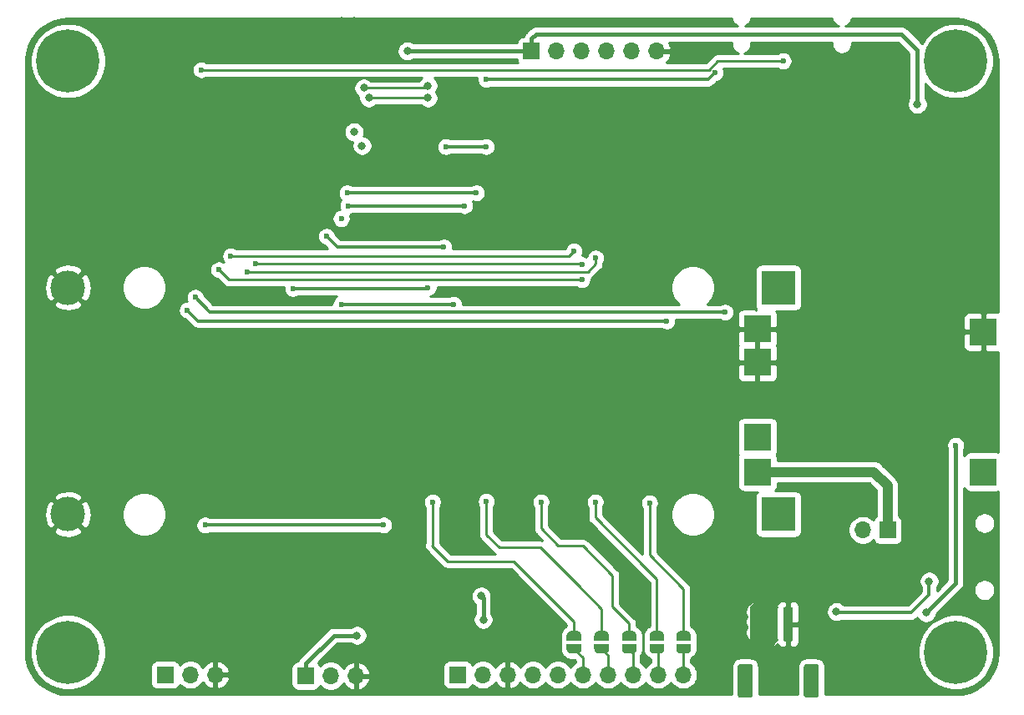
<source format=gbr>
G04 #@! TF.GenerationSoftware,KiCad,Pcbnew,(5.1.5-0-10_14)*
G04 #@! TF.CreationDate,2020-04-17T21:23:14+02:00*
G04 #@! TF.ProjectId,inuk-base,696e756b-2d62-4617-9365-2e6b69636164,rev?*
G04 #@! TF.SameCoordinates,Original*
G04 #@! TF.FileFunction,Copper,L2,Bot*
G04 #@! TF.FilePolarity,Positive*
%FSLAX46Y46*%
G04 Gerber Fmt 4.6, Leading zero omitted, Abs format (unit mm)*
G04 Created by KiCad (PCBNEW (5.1.5-0-10_14)) date 2020-04-17 21:23:14*
%MOMM*%
%LPD*%
G04 APERTURE LIST*
%ADD10C,0.100000*%
%ADD11O,1.700000X1.700000*%
%ADD12R,1.700000X1.700000*%
%ADD13R,2.800000X2.800000*%
%ADD14C,0.800000*%
%ADD15C,6.400000*%
%ADD16R,3.500000X3.500000*%
%ADD17C,3.500000*%
%ADD18C,0.600000*%
%ADD19C,0.300000*%
%ADD20C,0.250000*%
%ADD21C,0.400000*%
%ADD22C,1.000000*%
%ADD23C,0.254000*%
%ADD24C,0.200000*%
G04 APERTURE END LIST*
G04 #@! TA.AperFunction,SMDPad,CuDef*
D10*
G36*
X129174504Y-141201204D02*
G01*
X129198773Y-141204804D01*
X129222571Y-141210765D01*
X129245671Y-141219030D01*
X129267849Y-141229520D01*
X129288893Y-141242133D01*
X129308598Y-141256747D01*
X129326777Y-141273223D01*
X129343253Y-141291402D01*
X129357867Y-141311107D01*
X129370480Y-141332151D01*
X129380970Y-141354329D01*
X129389235Y-141377429D01*
X129395196Y-141401227D01*
X129398796Y-141425496D01*
X129400000Y-141450000D01*
X129400000Y-144350000D01*
X129398796Y-144374504D01*
X129395196Y-144398773D01*
X129389235Y-144422571D01*
X129380970Y-144445671D01*
X129370480Y-144467849D01*
X129357867Y-144488893D01*
X129343253Y-144508598D01*
X129326777Y-144526777D01*
X129308598Y-144543253D01*
X129288893Y-144557867D01*
X129267849Y-144570480D01*
X129245671Y-144580970D01*
X129222571Y-144589235D01*
X129198773Y-144595196D01*
X129174504Y-144598796D01*
X129150000Y-144600000D01*
X128150000Y-144600000D01*
X128125496Y-144598796D01*
X128101227Y-144595196D01*
X128077429Y-144589235D01*
X128054329Y-144580970D01*
X128032151Y-144570480D01*
X128011107Y-144557867D01*
X127991402Y-144543253D01*
X127973223Y-144526777D01*
X127956747Y-144508598D01*
X127942133Y-144488893D01*
X127929520Y-144467849D01*
X127919030Y-144445671D01*
X127910765Y-144422571D01*
X127904804Y-144398773D01*
X127901204Y-144374504D01*
X127900000Y-144350000D01*
X127900000Y-141450000D01*
X127901204Y-141425496D01*
X127904804Y-141401227D01*
X127910765Y-141377429D01*
X127919030Y-141354329D01*
X127929520Y-141332151D01*
X127942133Y-141311107D01*
X127956747Y-141291402D01*
X127973223Y-141273223D01*
X127991402Y-141256747D01*
X128011107Y-141242133D01*
X128032151Y-141229520D01*
X128054329Y-141219030D01*
X128077429Y-141210765D01*
X128101227Y-141204804D01*
X128125496Y-141201204D01*
X128150000Y-141200000D01*
X129150000Y-141200000D01*
X129174504Y-141201204D01*
G37*
G04 #@! TD.AperFunction*
G04 #@! TA.AperFunction,SMDPad,CuDef*
G36*
X135874504Y-141201204D02*
G01*
X135898773Y-141204804D01*
X135922571Y-141210765D01*
X135945671Y-141219030D01*
X135967849Y-141229520D01*
X135988893Y-141242133D01*
X136008598Y-141256747D01*
X136026777Y-141273223D01*
X136043253Y-141291402D01*
X136057867Y-141311107D01*
X136070480Y-141332151D01*
X136080970Y-141354329D01*
X136089235Y-141377429D01*
X136095196Y-141401227D01*
X136098796Y-141425496D01*
X136100000Y-141450000D01*
X136100000Y-144350000D01*
X136098796Y-144374504D01*
X136095196Y-144398773D01*
X136089235Y-144422571D01*
X136080970Y-144445671D01*
X136070480Y-144467849D01*
X136057867Y-144488893D01*
X136043253Y-144508598D01*
X136026777Y-144526777D01*
X136008598Y-144543253D01*
X135988893Y-144557867D01*
X135967849Y-144570480D01*
X135945671Y-144580970D01*
X135922571Y-144589235D01*
X135898773Y-144595196D01*
X135874504Y-144598796D01*
X135850000Y-144600000D01*
X134850000Y-144600000D01*
X134825496Y-144598796D01*
X134801227Y-144595196D01*
X134777429Y-144589235D01*
X134754329Y-144580970D01*
X134732151Y-144570480D01*
X134711107Y-144557867D01*
X134691402Y-144543253D01*
X134673223Y-144526777D01*
X134656747Y-144508598D01*
X134642133Y-144488893D01*
X134629520Y-144467849D01*
X134619030Y-144445671D01*
X134610765Y-144422571D01*
X134604804Y-144398773D01*
X134601204Y-144374504D01*
X134600000Y-144350000D01*
X134600000Y-141450000D01*
X134601204Y-141425496D01*
X134604804Y-141401227D01*
X134610765Y-141377429D01*
X134619030Y-141354329D01*
X134629520Y-141332151D01*
X134642133Y-141311107D01*
X134656747Y-141291402D01*
X134673223Y-141273223D01*
X134691402Y-141256747D01*
X134711107Y-141242133D01*
X134732151Y-141229520D01*
X134754329Y-141219030D01*
X134777429Y-141210765D01*
X134801227Y-141204804D01*
X134825496Y-141201204D01*
X134850000Y-141200000D01*
X135850000Y-141200000D01*
X135874504Y-141201204D01*
G37*
G04 #@! TD.AperFunction*
G04 #@! TA.AperFunction,SMDPad,CuDef*
G36*
X131274504Y-135401204D02*
G01*
X131298773Y-135404804D01*
X131322571Y-135410765D01*
X131345671Y-135419030D01*
X131367849Y-135429520D01*
X131388893Y-135442133D01*
X131408598Y-135456747D01*
X131426777Y-135473223D01*
X131443253Y-135491402D01*
X131457867Y-135511107D01*
X131470480Y-135532151D01*
X131480970Y-135554329D01*
X131489235Y-135577429D01*
X131495196Y-135601227D01*
X131498796Y-135625496D01*
X131500000Y-135650000D01*
X131500000Y-138650000D01*
X131498796Y-138674504D01*
X131495196Y-138698773D01*
X131489235Y-138722571D01*
X131480970Y-138745671D01*
X131470480Y-138767849D01*
X131457867Y-138788893D01*
X131443253Y-138808598D01*
X131426777Y-138826777D01*
X131408598Y-138843253D01*
X131388893Y-138857867D01*
X131367849Y-138870480D01*
X131345671Y-138880970D01*
X131322571Y-138889235D01*
X131298773Y-138895196D01*
X131274504Y-138898796D01*
X131250000Y-138900000D01*
X130750000Y-138900000D01*
X130725496Y-138898796D01*
X130701227Y-138895196D01*
X130677429Y-138889235D01*
X130654329Y-138880970D01*
X130632151Y-138870480D01*
X130611107Y-138857867D01*
X130591402Y-138843253D01*
X130573223Y-138826777D01*
X130556747Y-138808598D01*
X130542133Y-138788893D01*
X130529520Y-138767849D01*
X130519030Y-138745671D01*
X130510765Y-138722571D01*
X130504804Y-138698773D01*
X130501204Y-138674504D01*
X130500000Y-138650000D01*
X130500000Y-135650000D01*
X130501204Y-135625496D01*
X130504804Y-135601227D01*
X130510765Y-135577429D01*
X130519030Y-135554329D01*
X130529520Y-135532151D01*
X130542133Y-135511107D01*
X130556747Y-135491402D01*
X130573223Y-135473223D01*
X130591402Y-135456747D01*
X130611107Y-135442133D01*
X130632151Y-135429520D01*
X130654329Y-135419030D01*
X130677429Y-135410765D01*
X130701227Y-135404804D01*
X130725496Y-135401204D01*
X130750000Y-135400000D01*
X131250000Y-135400000D01*
X131274504Y-135401204D01*
G37*
G04 #@! TD.AperFunction*
G04 #@! TA.AperFunction,SMDPad,CuDef*
G36*
X133274504Y-135401204D02*
G01*
X133298773Y-135404804D01*
X133322571Y-135410765D01*
X133345671Y-135419030D01*
X133367849Y-135429520D01*
X133388893Y-135442133D01*
X133408598Y-135456747D01*
X133426777Y-135473223D01*
X133443253Y-135491402D01*
X133457867Y-135511107D01*
X133470480Y-135532151D01*
X133480970Y-135554329D01*
X133489235Y-135577429D01*
X133495196Y-135601227D01*
X133498796Y-135625496D01*
X133500000Y-135650000D01*
X133500000Y-138650000D01*
X133498796Y-138674504D01*
X133495196Y-138698773D01*
X133489235Y-138722571D01*
X133480970Y-138745671D01*
X133470480Y-138767849D01*
X133457867Y-138788893D01*
X133443253Y-138808598D01*
X133426777Y-138826777D01*
X133408598Y-138843253D01*
X133388893Y-138857867D01*
X133367849Y-138870480D01*
X133345671Y-138880970D01*
X133322571Y-138889235D01*
X133298773Y-138895196D01*
X133274504Y-138898796D01*
X133250000Y-138900000D01*
X132750000Y-138900000D01*
X132725496Y-138898796D01*
X132701227Y-138895196D01*
X132677429Y-138889235D01*
X132654329Y-138880970D01*
X132632151Y-138870480D01*
X132611107Y-138857867D01*
X132591402Y-138843253D01*
X132573223Y-138826777D01*
X132556747Y-138808598D01*
X132542133Y-138788893D01*
X132529520Y-138767849D01*
X132519030Y-138745671D01*
X132510765Y-138722571D01*
X132504804Y-138698773D01*
X132501204Y-138674504D01*
X132500000Y-138650000D01*
X132500000Y-135650000D01*
X132501204Y-135625496D01*
X132504804Y-135601227D01*
X132510765Y-135577429D01*
X132519030Y-135554329D01*
X132529520Y-135532151D01*
X132542133Y-135511107D01*
X132556747Y-135491402D01*
X132573223Y-135473223D01*
X132591402Y-135456747D01*
X132611107Y-135442133D01*
X132632151Y-135429520D01*
X132654329Y-135419030D01*
X132677429Y-135410765D01*
X132701227Y-135404804D01*
X132725496Y-135401204D01*
X132750000Y-135400000D01*
X133250000Y-135400000D01*
X133274504Y-135401204D01*
G37*
G04 #@! TD.AperFunction*
D11*
X140560000Y-127600000D03*
D12*
X143100000Y-127600000D03*
D11*
X89180000Y-142400000D03*
X86640000Y-142400000D03*
D12*
X84100000Y-142400000D03*
D11*
X74940000Y-142300000D03*
X72400000Y-142300000D03*
D12*
X69860000Y-142300000D03*
D13*
X129900000Y-110600000D03*
X129900000Y-118200000D03*
X129900000Y-107200000D03*
X129900000Y-121700000D03*
X152800000Y-107500000D03*
X152800000Y-121700000D03*
D11*
X122360000Y-142300000D03*
X119820000Y-142300000D03*
X117280000Y-142300000D03*
X114740000Y-142300000D03*
X112200000Y-142300000D03*
X109660000Y-142300000D03*
X107120000Y-142300000D03*
X104580000Y-142300000D03*
X102040000Y-142300000D03*
D12*
X99500000Y-142300000D03*
G04 #@! TA.AperFunction,SMDPad,CuDef*
D10*
G36*
X123149398Y-139650000D02*
G01*
X123149398Y-139674534D01*
X123144588Y-139723365D01*
X123135016Y-139771490D01*
X123120772Y-139818445D01*
X123101995Y-139863778D01*
X123078864Y-139907051D01*
X123051604Y-139947850D01*
X123020476Y-139985779D01*
X122985779Y-140020476D01*
X122947850Y-140051604D01*
X122907051Y-140078864D01*
X122863778Y-140101995D01*
X122818445Y-140120772D01*
X122771490Y-140135016D01*
X122723365Y-140144588D01*
X122674534Y-140149398D01*
X122650000Y-140149398D01*
X122650000Y-140150000D01*
X122150000Y-140150000D01*
X122150000Y-140149398D01*
X122125466Y-140149398D01*
X122076635Y-140144588D01*
X122028510Y-140135016D01*
X121981555Y-140120772D01*
X121936222Y-140101995D01*
X121892949Y-140078864D01*
X121852150Y-140051604D01*
X121814221Y-140020476D01*
X121779524Y-139985779D01*
X121748396Y-139947850D01*
X121721136Y-139907051D01*
X121698005Y-139863778D01*
X121679228Y-139818445D01*
X121664984Y-139771490D01*
X121655412Y-139723365D01*
X121650602Y-139674534D01*
X121650602Y-139650000D01*
X121650000Y-139650000D01*
X121650000Y-139150000D01*
X123150000Y-139150000D01*
X123150000Y-139650000D01*
X123149398Y-139650000D01*
G37*
G04 #@! TD.AperFunction*
G04 #@! TA.AperFunction,SMDPad,CuDef*
G36*
X121650000Y-138850000D02*
G01*
X121650000Y-138350000D01*
X121650602Y-138350000D01*
X121650602Y-138325466D01*
X121655412Y-138276635D01*
X121664984Y-138228510D01*
X121679228Y-138181555D01*
X121698005Y-138136222D01*
X121721136Y-138092949D01*
X121748396Y-138052150D01*
X121779524Y-138014221D01*
X121814221Y-137979524D01*
X121852150Y-137948396D01*
X121892949Y-137921136D01*
X121936222Y-137898005D01*
X121981555Y-137879228D01*
X122028510Y-137864984D01*
X122076635Y-137855412D01*
X122125466Y-137850602D01*
X122150000Y-137850602D01*
X122150000Y-137850000D01*
X122650000Y-137850000D01*
X122650000Y-137850602D01*
X122674534Y-137850602D01*
X122723365Y-137855412D01*
X122771490Y-137864984D01*
X122818445Y-137879228D01*
X122863778Y-137898005D01*
X122907051Y-137921136D01*
X122947850Y-137948396D01*
X122985779Y-137979524D01*
X123020476Y-138014221D01*
X123051604Y-138052150D01*
X123078864Y-138092949D01*
X123101995Y-138136222D01*
X123120772Y-138181555D01*
X123135016Y-138228510D01*
X123144588Y-138276635D01*
X123149398Y-138325466D01*
X123149398Y-138350000D01*
X123150000Y-138350000D01*
X123150000Y-138850000D01*
X121650000Y-138850000D01*
G37*
G04 #@! TD.AperFunction*
G04 #@! TA.AperFunction,SMDPad,CuDef*
G36*
X120449398Y-139650000D02*
G01*
X120449398Y-139674534D01*
X120444588Y-139723365D01*
X120435016Y-139771490D01*
X120420772Y-139818445D01*
X120401995Y-139863778D01*
X120378864Y-139907051D01*
X120351604Y-139947850D01*
X120320476Y-139985779D01*
X120285779Y-140020476D01*
X120247850Y-140051604D01*
X120207051Y-140078864D01*
X120163778Y-140101995D01*
X120118445Y-140120772D01*
X120071490Y-140135016D01*
X120023365Y-140144588D01*
X119974534Y-140149398D01*
X119950000Y-140149398D01*
X119950000Y-140150000D01*
X119450000Y-140150000D01*
X119450000Y-140149398D01*
X119425466Y-140149398D01*
X119376635Y-140144588D01*
X119328510Y-140135016D01*
X119281555Y-140120772D01*
X119236222Y-140101995D01*
X119192949Y-140078864D01*
X119152150Y-140051604D01*
X119114221Y-140020476D01*
X119079524Y-139985779D01*
X119048396Y-139947850D01*
X119021136Y-139907051D01*
X118998005Y-139863778D01*
X118979228Y-139818445D01*
X118964984Y-139771490D01*
X118955412Y-139723365D01*
X118950602Y-139674534D01*
X118950602Y-139650000D01*
X118950000Y-139650000D01*
X118950000Y-139150000D01*
X120450000Y-139150000D01*
X120450000Y-139650000D01*
X120449398Y-139650000D01*
G37*
G04 #@! TD.AperFunction*
G04 #@! TA.AperFunction,SMDPad,CuDef*
G36*
X118950000Y-138850000D02*
G01*
X118950000Y-138350000D01*
X118950602Y-138350000D01*
X118950602Y-138325466D01*
X118955412Y-138276635D01*
X118964984Y-138228510D01*
X118979228Y-138181555D01*
X118998005Y-138136222D01*
X119021136Y-138092949D01*
X119048396Y-138052150D01*
X119079524Y-138014221D01*
X119114221Y-137979524D01*
X119152150Y-137948396D01*
X119192949Y-137921136D01*
X119236222Y-137898005D01*
X119281555Y-137879228D01*
X119328510Y-137864984D01*
X119376635Y-137855412D01*
X119425466Y-137850602D01*
X119450000Y-137850602D01*
X119450000Y-137850000D01*
X119950000Y-137850000D01*
X119950000Y-137850602D01*
X119974534Y-137850602D01*
X120023365Y-137855412D01*
X120071490Y-137864984D01*
X120118445Y-137879228D01*
X120163778Y-137898005D01*
X120207051Y-137921136D01*
X120247850Y-137948396D01*
X120285779Y-137979524D01*
X120320476Y-138014221D01*
X120351604Y-138052150D01*
X120378864Y-138092949D01*
X120401995Y-138136222D01*
X120420772Y-138181555D01*
X120435016Y-138228510D01*
X120444588Y-138276635D01*
X120449398Y-138325466D01*
X120449398Y-138350000D01*
X120450000Y-138350000D01*
X120450000Y-138850000D01*
X118950000Y-138850000D01*
G37*
G04 #@! TD.AperFunction*
G04 #@! TA.AperFunction,SMDPad,CuDef*
G36*
X117649398Y-139650000D02*
G01*
X117649398Y-139674534D01*
X117644588Y-139723365D01*
X117635016Y-139771490D01*
X117620772Y-139818445D01*
X117601995Y-139863778D01*
X117578864Y-139907051D01*
X117551604Y-139947850D01*
X117520476Y-139985779D01*
X117485779Y-140020476D01*
X117447850Y-140051604D01*
X117407051Y-140078864D01*
X117363778Y-140101995D01*
X117318445Y-140120772D01*
X117271490Y-140135016D01*
X117223365Y-140144588D01*
X117174534Y-140149398D01*
X117150000Y-140149398D01*
X117150000Y-140150000D01*
X116650000Y-140150000D01*
X116650000Y-140149398D01*
X116625466Y-140149398D01*
X116576635Y-140144588D01*
X116528510Y-140135016D01*
X116481555Y-140120772D01*
X116436222Y-140101995D01*
X116392949Y-140078864D01*
X116352150Y-140051604D01*
X116314221Y-140020476D01*
X116279524Y-139985779D01*
X116248396Y-139947850D01*
X116221136Y-139907051D01*
X116198005Y-139863778D01*
X116179228Y-139818445D01*
X116164984Y-139771490D01*
X116155412Y-139723365D01*
X116150602Y-139674534D01*
X116150602Y-139650000D01*
X116150000Y-139650000D01*
X116150000Y-139150000D01*
X117650000Y-139150000D01*
X117650000Y-139650000D01*
X117649398Y-139650000D01*
G37*
G04 #@! TD.AperFunction*
G04 #@! TA.AperFunction,SMDPad,CuDef*
G36*
X116150000Y-138850000D02*
G01*
X116150000Y-138350000D01*
X116150602Y-138350000D01*
X116150602Y-138325466D01*
X116155412Y-138276635D01*
X116164984Y-138228510D01*
X116179228Y-138181555D01*
X116198005Y-138136222D01*
X116221136Y-138092949D01*
X116248396Y-138052150D01*
X116279524Y-138014221D01*
X116314221Y-137979524D01*
X116352150Y-137948396D01*
X116392949Y-137921136D01*
X116436222Y-137898005D01*
X116481555Y-137879228D01*
X116528510Y-137864984D01*
X116576635Y-137855412D01*
X116625466Y-137850602D01*
X116650000Y-137850602D01*
X116650000Y-137850000D01*
X117150000Y-137850000D01*
X117150000Y-137850602D01*
X117174534Y-137850602D01*
X117223365Y-137855412D01*
X117271490Y-137864984D01*
X117318445Y-137879228D01*
X117363778Y-137898005D01*
X117407051Y-137921136D01*
X117447850Y-137948396D01*
X117485779Y-137979524D01*
X117520476Y-138014221D01*
X117551604Y-138052150D01*
X117578864Y-138092949D01*
X117601995Y-138136222D01*
X117620772Y-138181555D01*
X117635016Y-138228510D01*
X117644588Y-138276635D01*
X117649398Y-138325466D01*
X117649398Y-138350000D01*
X117650000Y-138350000D01*
X117650000Y-138850000D01*
X116150000Y-138850000D01*
G37*
G04 #@! TD.AperFunction*
G04 #@! TA.AperFunction,SMDPad,CuDef*
G36*
X114849398Y-139650000D02*
G01*
X114849398Y-139674534D01*
X114844588Y-139723365D01*
X114835016Y-139771490D01*
X114820772Y-139818445D01*
X114801995Y-139863778D01*
X114778864Y-139907051D01*
X114751604Y-139947850D01*
X114720476Y-139985779D01*
X114685779Y-140020476D01*
X114647850Y-140051604D01*
X114607051Y-140078864D01*
X114563778Y-140101995D01*
X114518445Y-140120772D01*
X114471490Y-140135016D01*
X114423365Y-140144588D01*
X114374534Y-140149398D01*
X114350000Y-140149398D01*
X114350000Y-140150000D01*
X113850000Y-140150000D01*
X113850000Y-140149398D01*
X113825466Y-140149398D01*
X113776635Y-140144588D01*
X113728510Y-140135016D01*
X113681555Y-140120772D01*
X113636222Y-140101995D01*
X113592949Y-140078864D01*
X113552150Y-140051604D01*
X113514221Y-140020476D01*
X113479524Y-139985779D01*
X113448396Y-139947850D01*
X113421136Y-139907051D01*
X113398005Y-139863778D01*
X113379228Y-139818445D01*
X113364984Y-139771490D01*
X113355412Y-139723365D01*
X113350602Y-139674534D01*
X113350602Y-139650000D01*
X113350000Y-139650000D01*
X113350000Y-139150000D01*
X114850000Y-139150000D01*
X114850000Y-139650000D01*
X114849398Y-139650000D01*
G37*
G04 #@! TD.AperFunction*
G04 #@! TA.AperFunction,SMDPad,CuDef*
G36*
X113350000Y-138850000D02*
G01*
X113350000Y-138350000D01*
X113350602Y-138350000D01*
X113350602Y-138325466D01*
X113355412Y-138276635D01*
X113364984Y-138228510D01*
X113379228Y-138181555D01*
X113398005Y-138136222D01*
X113421136Y-138092949D01*
X113448396Y-138052150D01*
X113479524Y-138014221D01*
X113514221Y-137979524D01*
X113552150Y-137948396D01*
X113592949Y-137921136D01*
X113636222Y-137898005D01*
X113681555Y-137879228D01*
X113728510Y-137864984D01*
X113776635Y-137855412D01*
X113825466Y-137850602D01*
X113850000Y-137850602D01*
X113850000Y-137850000D01*
X114350000Y-137850000D01*
X114350000Y-137850602D01*
X114374534Y-137850602D01*
X114423365Y-137855412D01*
X114471490Y-137864984D01*
X114518445Y-137879228D01*
X114563778Y-137898005D01*
X114607051Y-137921136D01*
X114647850Y-137948396D01*
X114685779Y-137979524D01*
X114720476Y-138014221D01*
X114751604Y-138052150D01*
X114778864Y-138092949D01*
X114801995Y-138136222D01*
X114820772Y-138181555D01*
X114835016Y-138228510D01*
X114844588Y-138276635D01*
X114849398Y-138325466D01*
X114849398Y-138350000D01*
X114850000Y-138350000D01*
X114850000Y-138850000D01*
X113350000Y-138850000D01*
G37*
G04 #@! TD.AperFunction*
G04 #@! TA.AperFunction,SMDPad,CuDef*
G36*
X112049398Y-139650000D02*
G01*
X112049398Y-139674534D01*
X112044588Y-139723365D01*
X112035016Y-139771490D01*
X112020772Y-139818445D01*
X112001995Y-139863778D01*
X111978864Y-139907051D01*
X111951604Y-139947850D01*
X111920476Y-139985779D01*
X111885779Y-140020476D01*
X111847850Y-140051604D01*
X111807051Y-140078864D01*
X111763778Y-140101995D01*
X111718445Y-140120772D01*
X111671490Y-140135016D01*
X111623365Y-140144588D01*
X111574534Y-140149398D01*
X111550000Y-140149398D01*
X111550000Y-140150000D01*
X111050000Y-140150000D01*
X111050000Y-140149398D01*
X111025466Y-140149398D01*
X110976635Y-140144588D01*
X110928510Y-140135016D01*
X110881555Y-140120772D01*
X110836222Y-140101995D01*
X110792949Y-140078864D01*
X110752150Y-140051604D01*
X110714221Y-140020476D01*
X110679524Y-139985779D01*
X110648396Y-139947850D01*
X110621136Y-139907051D01*
X110598005Y-139863778D01*
X110579228Y-139818445D01*
X110564984Y-139771490D01*
X110555412Y-139723365D01*
X110550602Y-139674534D01*
X110550602Y-139650000D01*
X110550000Y-139650000D01*
X110550000Y-139150000D01*
X112050000Y-139150000D01*
X112050000Y-139650000D01*
X112049398Y-139650000D01*
G37*
G04 #@! TD.AperFunction*
G04 #@! TA.AperFunction,SMDPad,CuDef*
G36*
X110550000Y-138850000D02*
G01*
X110550000Y-138350000D01*
X110550602Y-138350000D01*
X110550602Y-138325466D01*
X110555412Y-138276635D01*
X110564984Y-138228510D01*
X110579228Y-138181555D01*
X110598005Y-138136222D01*
X110621136Y-138092949D01*
X110648396Y-138052150D01*
X110679524Y-138014221D01*
X110714221Y-137979524D01*
X110752150Y-137948396D01*
X110792949Y-137921136D01*
X110836222Y-137898005D01*
X110881555Y-137879228D01*
X110928510Y-137864984D01*
X110976635Y-137855412D01*
X111025466Y-137850602D01*
X111050000Y-137850602D01*
X111050000Y-137850000D01*
X111550000Y-137850000D01*
X111550000Y-137850602D01*
X111574534Y-137850602D01*
X111623365Y-137855412D01*
X111671490Y-137864984D01*
X111718445Y-137879228D01*
X111763778Y-137898005D01*
X111807051Y-137921136D01*
X111847850Y-137948396D01*
X111885779Y-137979524D01*
X111920476Y-138014221D01*
X111951604Y-138052150D01*
X111978864Y-138092949D01*
X112001995Y-138136222D01*
X112020772Y-138181555D01*
X112035016Y-138228510D01*
X112044588Y-138276635D01*
X112049398Y-138325466D01*
X112049398Y-138350000D01*
X112050000Y-138350000D01*
X112050000Y-138850000D01*
X110550000Y-138850000D01*
G37*
G04 #@! TD.AperFunction*
D14*
X151697056Y-138302944D03*
X150000000Y-137600000D03*
X148302944Y-138302944D03*
X147600000Y-140000000D03*
X148302944Y-141697056D03*
X150000000Y-142400000D03*
X151697056Y-141697056D03*
X152400000Y-140000000D03*
D15*
X150000000Y-140000000D03*
D14*
X151697056Y-78302944D03*
X150000000Y-77600000D03*
X148302944Y-78302944D03*
X147600000Y-80000000D03*
X148302944Y-81697056D03*
X150000000Y-82400000D03*
X151697056Y-81697056D03*
X152400000Y-80000000D03*
D15*
X150000000Y-80000000D03*
D14*
X61697056Y-78302944D03*
X60000000Y-77600000D03*
X58302944Y-78302944D03*
X57600000Y-80000000D03*
X58302944Y-81697056D03*
X60000000Y-82400000D03*
X61697056Y-81697056D03*
X62400000Y-80000000D03*
D15*
X60000000Y-80000000D03*
D14*
X61697056Y-138302944D03*
X60000000Y-137600000D03*
X58302944Y-138302944D03*
X57600000Y-140000000D03*
X58302944Y-141697056D03*
X60000000Y-142400000D03*
X61697056Y-141697056D03*
X62400000Y-140000000D03*
D15*
X60000000Y-140000000D03*
D16*
X132000000Y-126000000D03*
D17*
X60000000Y-126000000D03*
D16*
X132000000Y-103000000D03*
D17*
X60000000Y-103000000D03*
D11*
X119700000Y-79000000D03*
X117160000Y-79000000D03*
X114620000Y-79000000D03*
X112080000Y-79000000D03*
X109540000Y-79000000D03*
D12*
X107000000Y-79000000D03*
D18*
X125600000Y-81200000D03*
X102400000Y-88700000D03*
X98300000Y-88700000D03*
X102400000Y-81900002D03*
D14*
X65200000Y-114150000D03*
X65200000Y-115500000D03*
X65200000Y-110650000D03*
X65200000Y-112000000D03*
X66400000Y-107600000D03*
X66400000Y-108800000D03*
X66300000Y-76050000D03*
X65000000Y-76050000D03*
X66300000Y-77400000D03*
X65000000Y-77400000D03*
X87700000Y-77300000D03*
X89000000Y-77300000D03*
X87700000Y-75950000D03*
X89000000Y-75950000D03*
X137300000Y-130300000D03*
X138650000Y-130300000D03*
X138400000Y-140100000D03*
X144000000Y-100550000D03*
X144000000Y-101550000D03*
X148400000Y-101550000D03*
X148400000Y-100550000D03*
X147300000Y-101550000D03*
X147300000Y-100550000D03*
X145100000Y-101550000D03*
X145100000Y-100550000D03*
X146200000Y-101550000D03*
X146200000Y-100550000D03*
D18*
X110350000Y-124550000D03*
X111850000Y-121850000D03*
X110350000Y-125550000D03*
X110950000Y-120850000D03*
X110950000Y-121850000D03*
X110350000Y-123550000D03*
X115850000Y-124550000D03*
X117350000Y-121850000D03*
X115850000Y-125550000D03*
X116450000Y-120850000D03*
X116450000Y-121850000D03*
X115850000Y-123550000D03*
X93850000Y-124550000D03*
X95350000Y-121850000D03*
X93850000Y-125550000D03*
X94450000Y-120850000D03*
X94450000Y-121850000D03*
X93850000Y-123550000D03*
X99350000Y-124550000D03*
X100850000Y-121850000D03*
X99350000Y-125550000D03*
X99950000Y-120850000D03*
X99950000Y-121850000D03*
X99350000Y-123550000D03*
X104850000Y-125550000D03*
X104850000Y-124550000D03*
X104850000Y-123550000D03*
X106350000Y-121850000D03*
X105450000Y-121850000D03*
X105450000Y-120850000D03*
D14*
X138400000Y-139100000D03*
X138400000Y-141200000D03*
X137300000Y-131300000D03*
X138650000Y-131300000D03*
X88450000Y-133350000D03*
X123500000Y-76000000D03*
X134000000Y-76000000D03*
X94500000Y-88500000D03*
D18*
X120700000Y-115500000D03*
X133400000Y-99000000D03*
X128800000Y-98800000D03*
D14*
X66600000Y-140300000D03*
X67300000Y-138500000D03*
X80100000Y-140000000D03*
X79100000Y-133400000D03*
D18*
X75700000Y-109700000D03*
X82600000Y-109700000D03*
X125600000Y-116200000D03*
X56100000Y-90700000D03*
X55900000Y-84600000D03*
D14*
X66200000Y-96800000D03*
X132300000Y-76000000D03*
X90500000Y-83750000D03*
X96500000Y-83750000D03*
X90000000Y-82750000D03*
X96500000Y-82500000D03*
X147000000Y-136000000D03*
X94400000Y-79000000D03*
D18*
X150000000Y-119000000D03*
D14*
X146100000Y-84400000D03*
X89000000Y-87200000D03*
X89800000Y-88600000D03*
D18*
X132500000Y-80000000D03*
X73500000Y-80900000D03*
X76500000Y-99800000D03*
X111300000Y-99300000D03*
X79000000Y-100600000D03*
X112100000Y-100700000D03*
X112100000Y-102200000D03*
X75300000Y-101200000D03*
X78200000Y-101400000D03*
X113500000Y-100000000D03*
X120700000Y-106400000D03*
X72100000Y-105300000D03*
D14*
X129700000Y-135900000D03*
X129700000Y-138000000D03*
X129700000Y-136900000D03*
D18*
X126600000Y-105500000D03*
X72900000Y-104000000D03*
X96950000Y-124750000D03*
X102400000Y-124700000D03*
X107950000Y-124750000D03*
X113450000Y-124750000D03*
X118950000Y-124850000D03*
D14*
X89300000Y-138300000D03*
X102100000Y-136700000D03*
X101900000Y-134300000D03*
D18*
X73900000Y-127100000D03*
X92000000Y-127100000D03*
X82800000Y-103100000D03*
X96500000Y-103000000D03*
X98100000Y-98900000D03*
X86200000Y-97800000D03*
X87700000Y-96000000D03*
X99100000Y-104700000D03*
X87700000Y-104700000D03*
X88400000Y-94700000D03*
X100200000Y-94700000D03*
X88300000Y-93400000D03*
X101400000Y-93400000D03*
D14*
X147300000Y-132800000D03*
X137900000Y-135900000D03*
D19*
X102400000Y-88700000D02*
X98300000Y-88700000D01*
X125600000Y-81200000D02*
X124899998Y-81900002D01*
X124899998Y-81900002D02*
X102824264Y-81900002D01*
X102824264Y-81900002D02*
X102400000Y-81900002D01*
D20*
X90500000Y-83750000D02*
X96500000Y-83750000D01*
X96250000Y-82750000D02*
X96500000Y-82500000D01*
X90000000Y-82750000D02*
X96250000Y-82750000D01*
D21*
X147000000Y-136000000D02*
X148800000Y-134200000D01*
X148800000Y-134200000D02*
X150000000Y-133000000D01*
X107000000Y-79000000D02*
X94400000Y-79000000D01*
X150000000Y-133000000D02*
X150000000Y-123600000D01*
X150000000Y-119000000D02*
X150000000Y-123600000D01*
X107450000Y-77300000D02*
X143600000Y-77300000D01*
X107000000Y-77750000D02*
X107450000Y-77300000D01*
X107000000Y-79000000D02*
X107000000Y-77750000D01*
X143600000Y-77300000D02*
X144500000Y-77300000D01*
X146100000Y-78900000D02*
X146100000Y-84400000D01*
X144500000Y-77300000D02*
X146100000Y-78900000D01*
D20*
X125874998Y-80000000D02*
X132500000Y-80000000D01*
X124974999Y-80899999D02*
X125874998Y-80000000D01*
X73500000Y-80900000D02*
X124974999Y-80899999D01*
X76500000Y-99800000D02*
X92400000Y-99800000D01*
X92400000Y-99800000D02*
X107700000Y-99800000D01*
X110800000Y-99800000D02*
X111300000Y-99300000D01*
X107700000Y-99800000D02*
X110800000Y-99800000D01*
X112000000Y-100600000D02*
X112100000Y-100700000D01*
X79000000Y-100600000D02*
X112000000Y-100600000D01*
X112100000Y-102200000D02*
X102100000Y-102200000D01*
X102100000Y-102200000D02*
X76300000Y-102200000D01*
X76300000Y-102200000D02*
X75300000Y-101200000D01*
X78200000Y-101400000D02*
X112325002Y-101400000D01*
X112325002Y-101400000D02*
X112700000Y-101400000D01*
X112700000Y-101400000D02*
X113500000Y-100600000D01*
X113500000Y-100600000D02*
X113500000Y-100000000D01*
D19*
X73200000Y-106400000D02*
X72100000Y-105300000D01*
X120700000Y-106400000D02*
X73200000Y-106400000D01*
X112700000Y-105500000D02*
X126600000Y-105500000D01*
X74400000Y-105500000D02*
X112700000Y-105500000D01*
X72900000Y-104000000D02*
X74400000Y-105500000D01*
D20*
X117330000Y-140080000D02*
X116900000Y-139650000D01*
X117280000Y-140030000D02*
X116900000Y-139650000D01*
X117280000Y-142300000D02*
X117280000Y-140030000D01*
X114740000Y-140290000D02*
X114100000Y-139650000D01*
X114740000Y-142300000D02*
X114740000Y-140290000D01*
X112200000Y-140550000D02*
X111300000Y-139650000D01*
X112200000Y-142300000D02*
X112200000Y-140550000D01*
X97000000Y-129200000D02*
X96950000Y-129150000D01*
X96950000Y-129150000D02*
X96950000Y-125174264D01*
X96950000Y-125174264D02*
X96950000Y-124750000D01*
X105200000Y-130800000D02*
X98500000Y-130800000D01*
X98500000Y-130800000D02*
X96900000Y-129200000D01*
X111300000Y-136900000D02*
X105200000Y-130800000D01*
X111300000Y-138350000D02*
X111300000Y-136900000D01*
X102400000Y-128100000D02*
X102400000Y-124700000D01*
X103700000Y-129400000D02*
X102400000Y-128100000D01*
X107900000Y-129400000D02*
X103700000Y-129400000D01*
X111600000Y-133100000D02*
X107900000Y-129400000D01*
X114100000Y-135600000D02*
X111600000Y-133100000D01*
X114100000Y-138350000D02*
X114100000Y-135600000D01*
X107950000Y-127450000D02*
X107950000Y-125174264D01*
X109700000Y-129200000D02*
X107950000Y-127450000D01*
X107950000Y-125174264D02*
X107950000Y-124750000D01*
X116900000Y-137100000D02*
X115200000Y-135400000D01*
X112200000Y-129200000D02*
X109700000Y-129200000D01*
X115200000Y-135400000D02*
X115200000Y-132200000D01*
X115200000Y-132200000D02*
X112200000Y-129200000D01*
X116900000Y-138350000D02*
X116900000Y-137100000D01*
X119870000Y-139820000D02*
X119700000Y-139650000D01*
X119820000Y-139770000D02*
X119700000Y-139650000D01*
X119820000Y-142300000D02*
X119820000Y-139770000D01*
X113450000Y-126350000D02*
X113450000Y-125174264D01*
X113450000Y-125174264D02*
X113450000Y-124750000D01*
X118750000Y-131650000D02*
X113450000Y-126350000D01*
X119700000Y-132600000D02*
X118750000Y-131650000D01*
X119700000Y-138350000D02*
X119700000Y-132600000D01*
X122410000Y-139660000D02*
X122400000Y-139650000D01*
X122360000Y-139690000D02*
X122400000Y-139650000D01*
X122360000Y-142300000D02*
X122360000Y-139690000D01*
X118950000Y-130150000D02*
X118950000Y-124850000D01*
X122400000Y-133600000D02*
X118950000Y-130150000D01*
X122400000Y-138350000D02*
X122400000Y-133600000D01*
D21*
X86950000Y-138300000D02*
X84100000Y-141150000D01*
X84100000Y-141150000D02*
X84100000Y-142400000D01*
X89300000Y-138300000D02*
X86950000Y-138300000D01*
X102100000Y-134500000D02*
X101900000Y-134300000D01*
X102100000Y-136700000D02*
X102100000Y-134500000D01*
D19*
X73900000Y-127100000D02*
X92000000Y-127100000D01*
X96400000Y-103100000D02*
X96500000Y-103000000D01*
X82800000Y-103100000D02*
X96400000Y-103100000D01*
X87300000Y-98900000D02*
X86200000Y-97800000D01*
X98100000Y-98900000D02*
X87300000Y-98900000D01*
X99100000Y-104700000D02*
X87700000Y-104700000D01*
X88400000Y-94700000D02*
X95900000Y-94700000D01*
X95900000Y-94700000D02*
X100200000Y-94700000D01*
X88300000Y-93400000D02*
X101400000Y-93400000D01*
D22*
X129900000Y-121700000D02*
X141700000Y-121700000D01*
X143100000Y-123100000D02*
X143100000Y-127600000D01*
X141700000Y-121700000D02*
X143100000Y-123100000D01*
D19*
X138000000Y-136000000D02*
X137900000Y-135900000D01*
X145500000Y-136000000D02*
X138000000Y-136000000D01*
X147300000Y-134200000D02*
X145500000Y-136000000D01*
X147300000Y-134200000D02*
X147300000Y-132800000D01*
D23*
G36*
X127278814Y-75819606D02*
G01*
X127354950Y-76003414D01*
X127465482Y-76168837D01*
X127606163Y-76309518D01*
X127771586Y-76420050D01*
X127880105Y-76465000D01*
X107491018Y-76465000D01*
X107449999Y-76460960D01*
X107408981Y-76465000D01*
X107286311Y-76477082D01*
X107128913Y-76524828D01*
X106983854Y-76602364D01*
X106856709Y-76706709D01*
X106830554Y-76738579D01*
X106438574Y-77130559D01*
X106406710Y-77156709D01*
X106336085Y-77242766D01*
X106302364Y-77283855D01*
X106224828Y-77428914D01*
X106199646Y-77511928D01*
X106150000Y-77511928D01*
X106025518Y-77524188D01*
X105905820Y-77560498D01*
X105795506Y-77619463D01*
X105698815Y-77698815D01*
X105619463Y-77795506D01*
X105560498Y-77905820D01*
X105524188Y-78025518D01*
X105511928Y-78150000D01*
X105511928Y-78165000D01*
X95013285Y-78165000D01*
X94890256Y-78082795D01*
X94701898Y-78004774D01*
X94501939Y-77965000D01*
X94298061Y-77965000D01*
X94098102Y-78004774D01*
X93909744Y-78082795D01*
X93740226Y-78196063D01*
X93596063Y-78340226D01*
X93482795Y-78509744D01*
X93404774Y-78698102D01*
X93365000Y-78898061D01*
X93365000Y-79101939D01*
X93404774Y-79301898D01*
X93482795Y-79490256D01*
X93596063Y-79659774D01*
X93740226Y-79803937D01*
X93909744Y-79917205D01*
X94098102Y-79995226D01*
X94298061Y-80035000D01*
X94501939Y-80035000D01*
X94701898Y-79995226D01*
X94890256Y-79917205D01*
X95013285Y-79835000D01*
X105511928Y-79835000D01*
X105511928Y-79850000D01*
X105524188Y-79974482D01*
X105560498Y-80094180D01*
X105584990Y-80140000D01*
X74045537Y-80140001D01*
X73942889Y-80071414D01*
X73772729Y-80000932D01*
X73592089Y-79965000D01*
X73407911Y-79965000D01*
X73227271Y-80000932D01*
X73057111Y-80071414D01*
X72903972Y-80173738D01*
X72773738Y-80303972D01*
X72671414Y-80457111D01*
X72600932Y-80627271D01*
X72565000Y-80807911D01*
X72565000Y-80992089D01*
X72600932Y-81172729D01*
X72671414Y-81342889D01*
X72773738Y-81496028D01*
X72903972Y-81626262D01*
X73057111Y-81728586D01*
X73227271Y-81799068D01*
X73407911Y-81835000D01*
X73592089Y-81835000D01*
X73772729Y-81799068D01*
X73942889Y-81728586D01*
X74045535Y-81660000D01*
X95894200Y-81659999D01*
X95840226Y-81696063D01*
X95696063Y-81840226D01*
X95595987Y-81990000D01*
X90703711Y-81990000D01*
X90659774Y-81946063D01*
X90490256Y-81832795D01*
X90301898Y-81754774D01*
X90101939Y-81715000D01*
X89898061Y-81715000D01*
X89698102Y-81754774D01*
X89509744Y-81832795D01*
X89340226Y-81946063D01*
X89196063Y-82090226D01*
X89082795Y-82259744D01*
X89004774Y-82448102D01*
X88965000Y-82648061D01*
X88965000Y-82851939D01*
X89004774Y-83051898D01*
X89082795Y-83240256D01*
X89196063Y-83409774D01*
X89340226Y-83553937D01*
X89466888Y-83638570D01*
X89465000Y-83648061D01*
X89465000Y-83851939D01*
X89504774Y-84051898D01*
X89582795Y-84240256D01*
X89696063Y-84409774D01*
X89840226Y-84553937D01*
X90009744Y-84667205D01*
X90198102Y-84745226D01*
X90398061Y-84785000D01*
X90601939Y-84785000D01*
X90801898Y-84745226D01*
X90990256Y-84667205D01*
X91159774Y-84553937D01*
X91203711Y-84510000D01*
X95796289Y-84510000D01*
X95840226Y-84553937D01*
X96009744Y-84667205D01*
X96198102Y-84745226D01*
X96398061Y-84785000D01*
X96601939Y-84785000D01*
X96801898Y-84745226D01*
X96990256Y-84667205D01*
X97159774Y-84553937D01*
X97303937Y-84409774D01*
X97417205Y-84240256D01*
X97495226Y-84051898D01*
X97535000Y-83851939D01*
X97535000Y-83648061D01*
X97495226Y-83448102D01*
X97417205Y-83259744D01*
X97327172Y-83125000D01*
X97417205Y-82990256D01*
X97495226Y-82801898D01*
X97535000Y-82601939D01*
X97535000Y-82398061D01*
X97495226Y-82198102D01*
X97417205Y-82009744D01*
X97303937Y-81840226D01*
X97159774Y-81696063D01*
X97105800Y-81659999D01*
X101494422Y-81659999D01*
X101465000Y-81807913D01*
X101465000Y-81992091D01*
X101500932Y-82172731D01*
X101571414Y-82342891D01*
X101673738Y-82496030D01*
X101803972Y-82626264D01*
X101957111Y-82728588D01*
X102127271Y-82799070D01*
X102307911Y-82835002D01*
X102492089Y-82835002D01*
X102672729Y-82799070D01*
X102842889Y-82728588D01*
X102908120Y-82685002D01*
X124861445Y-82685002D01*
X124899998Y-82688799D01*
X124938551Y-82685002D01*
X124938559Y-82685002D01*
X125053885Y-82673643D01*
X125201858Y-82628756D01*
X125338231Y-82555864D01*
X125457762Y-82457766D01*
X125482345Y-82427813D01*
X125795784Y-82114374D01*
X125872729Y-82099068D01*
X126042889Y-82028586D01*
X126196028Y-81926262D01*
X126326262Y-81796028D01*
X126428586Y-81642889D01*
X126499068Y-81472729D01*
X126535000Y-81292089D01*
X126535000Y-81107911D01*
X126499068Y-80927271D01*
X126429783Y-80760000D01*
X131954465Y-80760000D01*
X132057111Y-80828586D01*
X132227271Y-80899068D01*
X132407911Y-80935000D01*
X132592089Y-80935000D01*
X132772729Y-80899068D01*
X132942889Y-80828586D01*
X133096028Y-80726262D01*
X133226262Y-80596028D01*
X133328586Y-80442889D01*
X133399068Y-80272729D01*
X133435000Y-80092089D01*
X133435000Y-79907911D01*
X133399068Y-79727271D01*
X133328586Y-79557111D01*
X133226262Y-79403972D01*
X133096028Y-79273738D01*
X132942889Y-79171414D01*
X132772729Y-79100932D01*
X132592089Y-79065000D01*
X132407911Y-79065000D01*
X132227271Y-79100932D01*
X132057111Y-79171414D01*
X131954465Y-79240000D01*
X128559540Y-79240000D01*
X128728414Y-79170050D01*
X128893837Y-79059518D01*
X129034518Y-78918837D01*
X129145050Y-78753414D01*
X129221186Y-78569606D01*
X129260000Y-78374476D01*
X129260000Y-78175524D01*
X129251939Y-78135000D01*
X137448061Y-78135000D01*
X137440000Y-78175524D01*
X137440000Y-78374476D01*
X137478814Y-78569606D01*
X137554950Y-78753414D01*
X137665482Y-78918837D01*
X137806163Y-79059518D01*
X137971586Y-79170050D01*
X138155394Y-79246186D01*
X138350524Y-79285000D01*
X138549476Y-79285000D01*
X138744606Y-79246186D01*
X138928414Y-79170050D01*
X139093837Y-79059518D01*
X139234518Y-78918837D01*
X139345050Y-78753414D01*
X139421186Y-78569606D01*
X139460000Y-78374476D01*
X139460000Y-78175524D01*
X139451939Y-78135000D01*
X144154133Y-78135000D01*
X145265000Y-79245869D01*
X145265001Y-83786714D01*
X145182795Y-83909744D01*
X145104774Y-84098102D01*
X145065000Y-84298061D01*
X145065000Y-84501939D01*
X145104774Y-84701898D01*
X145182795Y-84890256D01*
X145296063Y-85059774D01*
X145440226Y-85203937D01*
X145609744Y-85317205D01*
X145798102Y-85395226D01*
X145998061Y-85435000D01*
X146201939Y-85435000D01*
X146401898Y-85395226D01*
X146590256Y-85317205D01*
X146759774Y-85203937D01*
X146903937Y-85059774D01*
X147017205Y-84890256D01*
X147095226Y-84701898D01*
X147135000Y-84501939D01*
X147135000Y-84298061D01*
X147095226Y-84098102D01*
X147017205Y-83909744D01*
X146935000Y-83786715D01*
X146935000Y-82315721D01*
X147021161Y-82444670D01*
X147555330Y-82978839D01*
X148183446Y-83398533D01*
X148881372Y-83687623D01*
X149622285Y-83835000D01*
X150377715Y-83835000D01*
X151118628Y-83687623D01*
X151816554Y-83398533D01*
X152444670Y-82978839D01*
X152978839Y-82444670D01*
X153398533Y-81816554D01*
X153687623Y-81118628D01*
X153835000Y-80377715D01*
X153835000Y-79622285D01*
X153687623Y-78881372D01*
X153398533Y-78183446D01*
X152978839Y-77555330D01*
X152444670Y-77021161D01*
X151816554Y-76601467D01*
X151118628Y-76312377D01*
X150377715Y-76165000D01*
X149622285Y-76165000D01*
X148881372Y-76312377D01*
X148183446Y-76601467D01*
X147555330Y-77021161D01*
X147021161Y-77555330D01*
X146601467Y-78183446D01*
X146590585Y-78209717D01*
X145119446Y-76738579D01*
X145093291Y-76706709D01*
X144966146Y-76602364D01*
X144821087Y-76524828D01*
X144663689Y-76477082D01*
X144541019Y-76465000D01*
X144541018Y-76465000D01*
X144500000Y-76460960D01*
X144458982Y-76465000D01*
X138819895Y-76465000D01*
X138928414Y-76420050D01*
X139093837Y-76309518D01*
X139234518Y-76168837D01*
X139345050Y-76003414D01*
X139421186Y-75819606D01*
X139442988Y-75710000D01*
X149968382Y-75710000D01*
X150759192Y-75780578D01*
X151494389Y-75981705D01*
X152182351Y-76309846D01*
X152801331Y-76754628D01*
X153331761Y-77301988D01*
X153756884Y-77934639D01*
X154063251Y-78632561D01*
X154242499Y-79379183D01*
X154290000Y-80026030D01*
X154290000Y-105470792D01*
X154200000Y-105461928D01*
X153085750Y-105465000D01*
X152927000Y-105623750D01*
X152927000Y-107373000D01*
X152947000Y-107373000D01*
X152947000Y-107627000D01*
X152927000Y-107627000D01*
X152927000Y-109376250D01*
X153085750Y-109535000D01*
X154200000Y-109538072D01*
X154290000Y-109529208D01*
X154290001Y-119670792D01*
X154200000Y-119661928D01*
X151400000Y-119661928D01*
X151275518Y-119674188D01*
X151155820Y-119710498D01*
X151045506Y-119769463D01*
X150948815Y-119848815D01*
X150869463Y-119945506D01*
X150835000Y-120009981D01*
X150835000Y-119427404D01*
X150899068Y-119272729D01*
X150935000Y-119092089D01*
X150935000Y-118907911D01*
X150899068Y-118727271D01*
X150828586Y-118557111D01*
X150726262Y-118403972D01*
X150596028Y-118273738D01*
X150442889Y-118171414D01*
X150272729Y-118100932D01*
X150092089Y-118065000D01*
X149907911Y-118065000D01*
X149727271Y-118100932D01*
X149557111Y-118171414D01*
X149403972Y-118273738D01*
X149273738Y-118403972D01*
X149171414Y-118557111D01*
X149100932Y-118727271D01*
X149065000Y-118907911D01*
X149065000Y-119092089D01*
X149100932Y-119272729D01*
X149165000Y-119427404D01*
X149165001Y-123558981D01*
X149165000Y-132654132D01*
X148238575Y-133580558D01*
X148238570Y-133580562D01*
X148085000Y-133734132D01*
X148085000Y-133478711D01*
X148103937Y-133459774D01*
X148217205Y-133290256D01*
X148295226Y-133101898D01*
X148335000Y-132901939D01*
X148335000Y-132698061D01*
X148295226Y-132498102D01*
X148217205Y-132309744D01*
X148103937Y-132140226D01*
X147959774Y-131996063D01*
X147790256Y-131882795D01*
X147601898Y-131804774D01*
X147401939Y-131765000D01*
X147198061Y-131765000D01*
X146998102Y-131804774D01*
X146809744Y-131882795D01*
X146640226Y-131996063D01*
X146496063Y-132140226D01*
X146382795Y-132309744D01*
X146304774Y-132498102D01*
X146265000Y-132698061D01*
X146265000Y-132901939D01*
X146304774Y-133101898D01*
X146382795Y-133290256D01*
X146496063Y-133459774D01*
X146515001Y-133478712D01*
X146515000Y-133874842D01*
X145174843Y-135215000D01*
X138678711Y-135215000D01*
X138559774Y-135096063D01*
X138390256Y-134982795D01*
X138201898Y-134904774D01*
X138001939Y-134865000D01*
X137798061Y-134865000D01*
X137598102Y-134904774D01*
X137409744Y-134982795D01*
X137240226Y-135096063D01*
X137096063Y-135240226D01*
X136982795Y-135409744D01*
X136904774Y-135598102D01*
X136865000Y-135798061D01*
X136865000Y-136001939D01*
X136904774Y-136201898D01*
X136982795Y-136390256D01*
X137096063Y-136559774D01*
X137240226Y-136703937D01*
X137409744Y-136817205D01*
X137598102Y-136895226D01*
X137798061Y-136935000D01*
X138001939Y-136935000D01*
X138201898Y-136895226D01*
X138390256Y-136817205D01*
X138438454Y-136785000D01*
X145461447Y-136785000D01*
X145500000Y-136788797D01*
X145538553Y-136785000D01*
X145538561Y-136785000D01*
X145653887Y-136773641D01*
X145801860Y-136728754D01*
X145938233Y-136655862D01*
X146057764Y-136557764D01*
X146082347Y-136527810D01*
X146097658Y-136512499D01*
X146196063Y-136659774D01*
X146340226Y-136803937D01*
X146509744Y-136917205D01*
X146698102Y-136995226D01*
X146898061Y-137035000D01*
X147101939Y-137035000D01*
X147301898Y-136995226D01*
X147490256Y-136917205D01*
X147659774Y-136803937D01*
X147803937Y-136659774D01*
X147917205Y-136490256D01*
X147995226Y-136301898D01*
X148024093Y-136156775D01*
X149419438Y-134761430D01*
X149419442Y-134761425D01*
X150561428Y-133619440D01*
X150593291Y-133593291D01*
X150593417Y-133593137D01*
X151815000Y-133593137D01*
X151815000Y-133806863D01*
X151856696Y-134016483D01*
X151938485Y-134213940D01*
X152057225Y-134391647D01*
X152208353Y-134542775D01*
X152386060Y-134661515D01*
X152583517Y-134743304D01*
X152793137Y-134785000D01*
X153006863Y-134785000D01*
X153216483Y-134743304D01*
X153413940Y-134661515D01*
X153591647Y-134542775D01*
X153742775Y-134391647D01*
X153861515Y-134213940D01*
X153943304Y-134016483D01*
X153985000Y-133806863D01*
X153985000Y-133593137D01*
X153943304Y-133383517D01*
X153861515Y-133186060D01*
X153742775Y-133008353D01*
X153591647Y-132857225D01*
X153413940Y-132738485D01*
X153216483Y-132656696D01*
X153006863Y-132615000D01*
X152793137Y-132615000D01*
X152583517Y-132656696D01*
X152386060Y-132738485D01*
X152208353Y-132857225D01*
X152057225Y-133008353D01*
X151938485Y-133186060D01*
X151856696Y-133383517D01*
X151815000Y-133593137D01*
X150593417Y-133593137D01*
X150697636Y-133466146D01*
X150775172Y-133321087D01*
X150822918Y-133163689D01*
X150835000Y-133041019D01*
X150835000Y-133041009D01*
X150839039Y-133000001D01*
X150835000Y-132958993D01*
X150835000Y-126793137D01*
X151815000Y-126793137D01*
X151815000Y-127006863D01*
X151856696Y-127216483D01*
X151938485Y-127413940D01*
X152057225Y-127591647D01*
X152208353Y-127742775D01*
X152386060Y-127861515D01*
X152583517Y-127943304D01*
X152793137Y-127985000D01*
X153006863Y-127985000D01*
X153216483Y-127943304D01*
X153413940Y-127861515D01*
X153591647Y-127742775D01*
X153742775Y-127591647D01*
X153861515Y-127413940D01*
X153943304Y-127216483D01*
X153985000Y-127006863D01*
X153985000Y-126793137D01*
X153943304Y-126583517D01*
X153861515Y-126386060D01*
X153742775Y-126208353D01*
X153591647Y-126057225D01*
X153413940Y-125938485D01*
X153216483Y-125856696D01*
X153006863Y-125815000D01*
X152793137Y-125815000D01*
X152583517Y-125856696D01*
X152386060Y-125938485D01*
X152208353Y-126057225D01*
X152057225Y-126208353D01*
X151938485Y-126386060D01*
X151856696Y-126583517D01*
X151815000Y-126793137D01*
X150835000Y-126793137D01*
X150835000Y-123390019D01*
X150869463Y-123454494D01*
X150948815Y-123551185D01*
X151045506Y-123630537D01*
X151155820Y-123689502D01*
X151275518Y-123725812D01*
X151400000Y-123738072D01*
X154200000Y-123738072D01*
X154290001Y-123729208D01*
X154290001Y-139968370D01*
X154219422Y-140759193D01*
X154018295Y-141494389D01*
X153690152Y-142182355D01*
X153245374Y-142801328D01*
X152698012Y-143331761D01*
X152065362Y-143756883D01*
X151367439Y-144063251D01*
X150620819Y-144242499D01*
X149973970Y-144290000D01*
X136738072Y-144290000D01*
X136738072Y-141450000D01*
X136721008Y-141276746D01*
X136670472Y-141110150D01*
X136588405Y-140956614D01*
X136477962Y-140822038D01*
X136343386Y-140711595D01*
X136189850Y-140629528D01*
X136023254Y-140578992D01*
X135850000Y-140561928D01*
X134850000Y-140561928D01*
X134676746Y-140578992D01*
X134510150Y-140629528D01*
X134356614Y-140711595D01*
X134222038Y-140822038D01*
X134111595Y-140956614D01*
X134029528Y-141110150D01*
X133978992Y-141276746D01*
X133961928Y-141450000D01*
X133961928Y-144290000D01*
X130038072Y-144290000D01*
X130038072Y-141450000D01*
X130021008Y-141276746D01*
X129970472Y-141110150D01*
X129888405Y-140956614D01*
X129777962Y-140822038D01*
X129643386Y-140711595D01*
X129489850Y-140629528D01*
X129323254Y-140578992D01*
X129150000Y-140561928D01*
X128150000Y-140561928D01*
X127976746Y-140578992D01*
X127810150Y-140629528D01*
X127656614Y-140711595D01*
X127522038Y-140822038D01*
X127411595Y-140956614D01*
X127329528Y-141110150D01*
X127278992Y-141276746D01*
X127261928Y-141450000D01*
X127261928Y-144290000D01*
X60031618Y-144290000D01*
X59240807Y-144219422D01*
X58505611Y-144018295D01*
X57817645Y-143690152D01*
X57198672Y-143245374D01*
X56668239Y-142698012D01*
X56243117Y-142065362D01*
X55936749Y-141367439D01*
X55757501Y-140620819D01*
X55710000Y-139973970D01*
X55710000Y-139622285D01*
X56165000Y-139622285D01*
X56165000Y-140377715D01*
X56312377Y-141118628D01*
X56601467Y-141816554D01*
X57021161Y-142444670D01*
X57555330Y-142978839D01*
X58183446Y-143398533D01*
X58881372Y-143687623D01*
X59622285Y-143835000D01*
X60377715Y-143835000D01*
X61118628Y-143687623D01*
X61816554Y-143398533D01*
X62444670Y-142978839D01*
X62978839Y-142444670D01*
X63398533Y-141816554D01*
X63550364Y-141450000D01*
X68371928Y-141450000D01*
X68371928Y-143150000D01*
X68384188Y-143274482D01*
X68420498Y-143394180D01*
X68479463Y-143504494D01*
X68558815Y-143601185D01*
X68655506Y-143680537D01*
X68765820Y-143739502D01*
X68885518Y-143775812D01*
X69010000Y-143788072D01*
X70710000Y-143788072D01*
X70834482Y-143775812D01*
X70954180Y-143739502D01*
X71064494Y-143680537D01*
X71161185Y-143601185D01*
X71240537Y-143504494D01*
X71299502Y-143394180D01*
X71321513Y-143321620D01*
X71453368Y-143453475D01*
X71696589Y-143615990D01*
X71966842Y-143727932D01*
X72253740Y-143785000D01*
X72546260Y-143785000D01*
X72833158Y-143727932D01*
X73103411Y-143615990D01*
X73346632Y-143453475D01*
X73553475Y-143246632D01*
X73675195Y-143064466D01*
X73744822Y-143181355D01*
X73939731Y-143397588D01*
X74173080Y-143571641D01*
X74435901Y-143696825D01*
X74583110Y-143741476D01*
X74813000Y-143620155D01*
X74813000Y-142427000D01*
X75067000Y-142427000D01*
X75067000Y-143620155D01*
X75296890Y-143741476D01*
X75444099Y-143696825D01*
X75706920Y-143571641D01*
X75940269Y-143397588D01*
X76135178Y-143181355D01*
X76284157Y-142931252D01*
X76381481Y-142656891D01*
X76260814Y-142427000D01*
X75067000Y-142427000D01*
X74813000Y-142427000D01*
X74793000Y-142427000D01*
X74793000Y-142173000D01*
X74813000Y-142173000D01*
X74813000Y-140979845D01*
X75067000Y-140979845D01*
X75067000Y-142173000D01*
X76260814Y-142173000D01*
X76381481Y-141943109D01*
X76284157Y-141668748D01*
X76213423Y-141550000D01*
X82611928Y-141550000D01*
X82611928Y-143250000D01*
X82624188Y-143374482D01*
X82660498Y-143494180D01*
X82719463Y-143604494D01*
X82798815Y-143701185D01*
X82895506Y-143780537D01*
X83005820Y-143839502D01*
X83125518Y-143875812D01*
X83250000Y-143888072D01*
X84950000Y-143888072D01*
X85074482Y-143875812D01*
X85194180Y-143839502D01*
X85304494Y-143780537D01*
X85401185Y-143701185D01*
X85480537Y-143604494D01*
X85539502Y-143494180D01*
X85561513Y-143421620D01*
X85693368Y-143553475D01*
X85936589Y-143715990D01*
X86206842Y-143827932D01*
X86493740Y-143885000D01*
X86786260Y-143885000D01*
X87073158Y-143827932D01*
X87343411Y-143715990D01*
X87586632Y-143553475D01*
X87793475Y-143346632D01*
X87915195Y-143164466D01*
X87984822Y-143281355D01*
X88179731Y-143497588D01*
X88413080Y-143671641D01*
X88675901Y-143796825D01*
X88823110Y-143841476D01*
X89053000Y-143720155D01*
X89053000Y-142527000D01*
X89307000Y-142527000D01*
X89307000Y-143720155D01*
X89536890Y-143841476D01*
X89684099Y-143796825D01*
X89946920Y-143671641D01*
X90180269Y-143497588D01*
X90375178Y-143281355D01*
X90524157Y-143031252D01*
X90621481Y-142756891D01*
X90500814Y-142527000D01*
X89307000Y-142527000D01*
X89053000Y-142527000D01*
X89033000Y-142527000D01*
X89033000Y-142273000D01*
X89053000Y-142273000D01*
X89053000Y-141079845D01*
X89307000Y-141079845D01*
X89307000Y-142273000D01*
X90500814Y-142273000D01*
X90621481Y-142043109D01*
X90524157Y-141768748D01*
X90375178Y-141518645D01*
X90313303Y-141450000D01*
X98011928Y-141450000D01*
X98011928Y-143150000D01*
X98024188Y-143274482D01*
X98060498Y-143394180D01*
X98119463Y-143504494D01*
X98198815Y-143601185D01*
X98295506Y-143680537D01*
X98405820Y-143739502D01*
X98525518Y-143775812D01*
X98650000Y-143788072D01*
X100350000Y-143788072D01*
X100474482Y-143775812D01*
X100594180Y-143739502D01*
X100704494Y-143680537D01*
X100801185Y-143601185D01*
X100880537Y-143504494D01*
X100939502Y-143394180D01*
X100961513Y-143321620D01*
X101093368Y-143453475D01*
X101336589Y-143615990D01*
X101606842Y-143727932D01*
X101893740Y-143785000D01*
X102186260Y-143785000D01*
X102473158Y-143727932D01*
X102743411Y-143615990D01*
X102986632Y-143453475D01*
X103193475Y-143246632D01*
X103315195Y-143064466D01*
X103384822Y-143181355D01*
X103579731Y-143397588D01*
X103813080Y-143571641D01*
X104075901Y-143696825D01*
X104223110Y-143741476D01*
X104453000Y-143620155D01*
X104453000Y-142427000D01*
X104433000Y-142427000D01*
X104433000Y-142173000D01*
X104453000Y-142173000D01*
X104453000Y-140979845D01*
X104223110Y-140858524D01*
X104075901Y-140903175D01*
X103813080Y-141028359D01*
X103579731Y-141202412D01*
X103384822Y-141418645D01*
X103315195Y-141535534D01*
X103193475Y-141353368D01*
X102986632Y-141146525D01*
X102743411Y-140984010D01*
X102473158Y-140872068D01*
X102186260Y-140815000D01*
X101893740Y-140815000D01*
X101606842Y-140872068D01*
X101336589Y-140984010D01*
X101093368Y-141146525D01*
X100961513Y-141278380D01*
X100939502Y-141205820D01*
X100880537Y-141095506D01*
X100801185Y-140998815D01*
X100704494Y-140919463D01*
X100594180Y-140860498D01*
X100474482Y-140824188D01*
X100350000Y-140811928D01*
X98650000Y-140811928D01*
X98525518Y-140824188D01*
X98405820Y-140860498D01*
X98295506Y-140919463D01*
X98198815Y-140998815D01*
X98119463Y-141095506D01*
X98060498Y-141205820D01*
X98024188Y-141325518D01*
X98011928Y-141450000D01*
X90313303Y-141450000D01*
X90180269Y-141302412D01*
X89946920Y-141128359D01*
X89684099Y-141003175D01*
X89536890Y-140958524D01*
X89307000Y-141079845D01*
X89053000Y-141079845D01*
X88823110Y-140958524D01*
X88675901Y-141003175D01*
X88413080Y-141128359D01*
X88179731Y-141302412D01*
X87984822Y-141518645D01*
X87915195Y-141635534D01*
X87793475Y-141453368D01*
X87586632Y-141246525D01*
X87343411Y-141084010D01*
X87073158Y-140972068D01*
X86786260Y-140915000D01*
X86493740Y-140915000D01*
X86206842Y-140972068D01*
X85936589Y-141084010D01*
X85693368Y-141246525D01*
X85561513Y-141378380D01*
X85539502Y-141305820D01*
X85480537Y-141195506D01*
X85401185Y-141098815D01*
X85363214Y-141067653D01*
X87295869Y-139135000D01*
X88686715Y-139135000D01*
X88809744Y-139217205D01*
X88998102Y-139295226D01*
X89198061Y-139335000D01*
X89401939Y-139335000D01*
X89601898Y-139295226D01*
X89790256Y-139217205D01*
X89959774Y-139103937D01*
X90103937Y-138959774D01*
X90217205Y-138790256D01*
X90295226Y-138601898D01*
X90335000Y-138401939D01*
X90335000Y-138198061D01*
X90295226Y-137998102D01*
X90217205Y-137809744D01*
X90103937Y-137640226D01*
X89959774Y-137496063D01*
X89790256Y-137382795D01*
X89601898Y-137304774D01*
X89401939Y-137265000D01*
X89198061Y-137265000D01*
X88998102Y-137304774D01*
X88809744Y-137382795D01*
X88686715Y-137465000D01*
X86991018Y-137465000D01*
X86950000Y-137460960D01*
X86908982Y-137465000D01*
X86908981Y-137465000D01*
X86786311Y-137477082D01*
X86635209Y-137522918D01*
X86628913Y-137524828D01*
X86483854Y-137602364D01*
X86391315Y-137678309D01*
X86356709Y-137706709D01*
X86330563Y-137738568D01*
X83538579Y-140530554D01*
X83506709Y-140556709D01*
X83453539Y-140621498D01*
X83402364Y-140683855D01*
X83324828Y-140828914D01*
X83299646Y-140911928D01*
X83250000Y-140911928D01*
X83125518Y-140924188D01*
X83005820Y-140960498D01*
X82895506Y-141019463D01*
X82798815Y-141098815D01*
X82719463Y-141195506D01*
X82660498Y-141305820D01*
X82624188Y-141425518D01*
X82611928Y-141550000D01*
X76213423Y-141550000D01*
X76135178Y-141418645D01*
X75940269Y-141202412D01*
X75706920Y-141028359D01*
X75444099Y-140903175D01*
X75296890Y-140858524D01*
X75067000Y-140979845D01*
X74813000Y-140979845D01*
X74583110Y-140858524D01*
X74435901Y-140903175D01*
X74173080Y-141028359D01*
X73939731Y-141202412D01*
X73744822Y-141418645D01*
X73675195Y-141535534D01*
X73553475Y-141353368D01*
X73346632Y-141146525D01*
X73103411Y-140984010D01*
X72833158Y-140872068D01*
X72546260Y-140815000D01*
X72253740Y-140815000D01*
X71966842Y-140872068D01*
X71696589Y-140984010D01*
X71453368Y-141146525D01*
X71321513Y-141278380D01*
X71299502Y-141205820D01*
X71240537Y-141095506D01*
X71161185Y-140998815D01*
X71064494Y-140919463D01*
X70954180Y-140860498D01*
X70834482Y-140824188D01*
X70710000Y-140811928D01*
X69010000Y-140811928D01*
X68885518Y-140824188D01*
X68765820Y-140860498D01*
X68655506Y-140919463D01*
X68558815Y-140998815D01*
X68479463Y-141095506D01*
X68420498Y-141205820D01*
X68384188Y-141325518D01*
X68371928Y-141450000D01*
X63550364Y-141450000D01*
X63687623Y-141118628D01*
X63835000Y-140377715D01*
X63835000Y-139622285D01*
X63687623Y-138881372D01*
X63398533Y-138183446D01*
X62978839Y-137555330D01*
X62444670Y-137021161D01*
X61816554Y-136601467D01*
X61118628Y-136312377D01*
X60377715Y-136165000D01*
X59622285Y-136165000D01*
X58881372Y-136312377D01*
X58183446Y-136601467D01*
X57555330Y-137021161D01*
X57021161Y-137555330D01*
X56601467Y-138183446D01*
X56312377Y-138881372D01*
X56165000Y-139622285D01*
X55710000Y-139622285D01*
X55710000Y-134198061D01*
X100865000Y-134198061D01*
X100865000Y-134401939D01*
X100904774Y-134601898D01*
X100982795Y-134790256D01*
X101096063Y-134959774D01*
X101240226Y-135103937D01*
X101265001Y-135120491D01*
X101265000Y-136086715D01*
X101182795Y-136209744D01*
X101104774Y-136398102D01*
X101065000Y-136598061D01*
X101065000Y-136801939D01*
X101104774Y-137001898D01*
X101182795Y-137190256D01*
X101296063Y-137359774D01*
X101440226Y-137503937D01*
X101609744Y-137617205D01*
X101798102Y-137695226D01*
X101998061Y-137735000D01*
X102201939Y-137735000D01*
X102401898Y-137695226D01*
X102590256Y-137617205D01*
X102759774Y-137503937D01*
X102903937Y-137359774D01*
X103017205Y-137190256D01*
X103095226Y-137001898D01*
X103135000Y-136801939D01*
X103135000Y-136598061D01*
X103095226Y-136398102D01*
X103017205Y-136209744D01*
X102935000Y-136086715D01*
X102935000Y-134541018D01*
X102939040Y-134500000D01*
X102931242Y-134420830D01*
X102935000Y-134401939D01*
X102935000Y-134198061D01*
X102895226Y-133998102D01*
X102817205Y-133809744D01*
X102703937Y-133640226D01*
X102559774Y-133496063D01*
X102390256Y-133382795D01*
X102201898Y-133304774D01*
X102001939Y-133265000D01*
X101798061Y-133265000D01*
X101598102Y-133304774D01*
X101409744Y-133382795D01*
X101240226Y-133496063D01*
X101096063Y-133640226D01*
X100982795Y-133809744D01*
X100904774Y-133998102D01*
X100865000Y-134198061D01*
X55710000Y-134198061D01*
X55710000Y-127669609D01*
X58509997Y-127669609D01*
X58696073Y-128010766D01*
X59113409Y-128226513D01*
X59564815Y-128356696D01*
X60032946Y-128396313D01*
X60499811Y-128343842D01*
X60947468Y-128201297D01*
X61303927Y-128010766D01*
X61490003Y-127669609D01*
X60000000Y-126179605D01*
X58509997Y-127669609D01*
X55710000Y-127669609D01*
X55710000Y-126032946D01*
X57603687Y-126032946D01*
X57656158Y-126499811D01*
X57798703Y-126947468D01*
X57989234Y-127303927D01*
X58330391Y-127490003D01*
X59820395Y-126000000D01*
X60179605Y-126000000D01*
X61669609Y-127490003D01*
X62010766Y-127303927D01*
X62226513Y-126886591D01*
X62356696Y-126435185D01*
X62396313Y-125967054D01*
X62375276Y-125779872D01*
X65510000Y-125779872D01*
X65510000Y-126220128D01*
X65595890Y-126651925D01*
X65764369Y-127058669D01*
X66008962Y-127424729D01*
X66320271Y-127736038D01*
X66686331Y-127980631D01*
X67093075Y-128149110D01*
X67524872Y-128235000D01*
X67965128Y-128235000D01*
X68396925Y-128149110D01*
X68803669Y-127980631D01*
X69169729Y-127736038D01*
X69481038Y-127424729D01*
X69725631Y-127058669D01*
X69746655Y-127007911D01*
X72965000Y-127007911D01*
X72965000Y-127192089D01*
X73000932Y-127372729D01*
X73071414Y-127542889D01*
X73173738Y-127696028D01*
X73303972Y-127826262D01*
X73457111Y-127928586D01*
X73627271Y-127999068D01*
X73807911Y-128035000D01*
X73992089Y-128035000D01*
X74172729Y-127999068D01*
X74342889Y-127928586D01*
X74408120Y-127885000D01*
X91491880Y-127885000D01*
X91557111Y-127928586D01*
X91727271Y-127999068D01*
X91907911Y-128035000D01*
X92092089Y-128035000D01*
X92272729Y-127999068D01*
X92442889Y-127928586D01*
X92596028Y-127826262D01*
X92726262Y-127696028D01*
X92828586Y-127542889D01*
X92899068Y-127372729D01*
X92935000Y-127192089D01*
X92935000Y-127007911D01*
X92899068Y-126827271D01*
X92828586Y-126657111D01*
X92726262Y-126503972D01*
X92596028Y-126373738D01*
X92442889Y-126271414D01*
X92272729Y-126200932D01*
X92092089Y-126165000D01*
X91907911Y-126165000D01*
X91727271Y-126200932D01*
X91557111Y-126271414D01*
X91491880Y-126315000D01*
X74408120Y-126315000D01*
X74342889Y-126271414D01*
X74172729Y-126200932D01*
X73992089Y-126165000D01*
X73807911Y-126165000D01*
X73627271Y-126200932D01*
X73457111Y-126271414D01*
X73303972Y-126373738D01*
X73173738Y-126503972D01*
X73071414Y-126657111D01*
X73000932Y-126827271D01*
X72965000Y-127007911D01*
X69746655Y-127007911D01*
X69894110Y-126651925D01*
X69980000Y-126220128D01*
X69980000Y-125779872D01*
X69894110Y-125348075D01*
X69725631Y-124941331D01*
X69536257Y-124657911D01*
X96015000Y-124657911D01*
X96015000Y-124842089D01*
X96050932Y-125022729D01*
X96121414Y-125192889D01*
X96190001Y-125295537D01*
X96190000Y-128922437D01*
X96150998Y-129051015D01*
X96136324Y-129200000D01*
X96150998Y-129348985D01*
X96194454Y-129492246D01*
X96265026Y-129624276D01*
X96336201Y-129711002D01*
X97936200Y-131311002D01*
X97959999Y-131340001D01*
X98075724Y-131434974D01*
X98207753Y-131505546D01*
X98351014Y-131549003D01*
X98462667Y-131560000D01*
X98462675Y-131560000D01*
X98500000Y-131563676D01*
X98537325Y-131560000D01*
X104885199Y-131560000D01*
X110540001Y-137214803D01*
X110540001Y-137335638D01*
X110459808Y-137378502D01*
X110378309Y-137432958D01*
X110281618Y-137512310D01*
X110212310Y-137581618D01*
X110132958Y-137678309D01*
X110078502Y-137759808D01*
X110019536Y-137870125D01*
X109982027Y-137960681D01*
X109945718Y-138080377D01*
X109926596Y-138176510D01*
X109914336Y-138300991D01*
X109914336Y-138325550D01*
X109911928Y-138350000D01*
X109911928Y-138850000D01*
X109924188Y-138974482D01*
X109931929Y-139000000D01*
X109924188Y-139025518D01*
X109911928Y-139150000D01*
X109911928Y-139650000D01*
X109914336Y-139674450D01*
X109914336Y-139699009D01*
X109926596Y-139823490D01*
X109945718Y-139919623D01*
X109982027Y-140039319D01*
X110019536Y-140129875D01*
X110078502Y-140240192D01*
X110132958Y-140321691D01*
X110212310Y-140418382D01*
X110281618Y-140487690D01*
X110378309Y-140567042D01*
X110459808Y-140621498D01*
X110570125Y-140680464D01*
X110660681Y-140717973D01*
X110780377Y-140754282D01*
X110876510Y-140773404D01*
X111000991Y-140785664D01*
X111025550Y-140785664D01*
X111050000Y-140788072D01*
X111363270Y-140788072D01*
X111440001Y-140864803D01*
X111440001Y-141021821D01*
X111253368Y-141146525D01*
X111046525Y-141353368D01*
X110930000Y-141527760D01*
X110813475Y-141353368D01*
X110606632Y-141146525D01*
X110363411Y-140984010D01*
X110093158Y-140872068D01*
X109806260Y-140815000D01*
X109513740Y-140815000D01*
X109226842Y-140872068D01*
X108956589Y-140984010D01*
X108713368Y-141146525D01*
X108506525Y-141353368D01*
X108390000Y-141527760D01*
X108273475Y-141353368D01*
X108066632Y-141146525D01*
X107823411Y-140984010D01*
X107553158Y-140872068D01*
X107266260Y-140815000D01*
X106973740Y-140815000D01*
X106686842Y-140872068D01*
X106416589Y-140984010D01*
X106173368Y-141146525D01*
X105966525Y-141353368D01*
X105844805Y-141535534D01*
X105775178Y-141418645D01*
X105580269Y-141202412D01*
X105346920Y-141028359D01*
X105084099Y-140903175D01*
X104936890Y-140858524D01*
X104707000Y-140979845D01*
X104707000Y-142173000D01*
X104727000Y-142173000D01*
X104727000Y-142427000D01*
X104707000Y-142427000D01*
X104707000Y-143620155D01*
X104936890Y-143741476D01*
X105084099Y-143696825D01*
X105346920Y-143571641D01*
X105580269Y-143397588D01*
X105775178Y-143181355D01*
X105844805Y-143064466D01*
X105966525Y-143246632D01*
X106173368Y-143453475D01*
X106416589Y-143615990D01*
X106686842Y-143727932D01*
X106973740Y-143785000D01*
X107266260Y-143785000D01*
X107553158Y-143727932D01*
X107823411Y-143615990D01*
X108066632Y-143453475D01*
X108273475Y-143246632D01*
X108390000Y-143072240D01*
X108506525Y-143246632D01*
X108713368Y-143453475D01*
X108956589Y-143615990D01*
X109226842Y-143727932D01*
X109513740Y-143785000D01*
X109806260Y-143785000D01*
X110093158Y-143727932D01*
X110363411Y-143615990D01*
X110606632Y-143453475D01*
X110813475Y-143246632D01*
X110930000Y-143072240D01*
X111046525Y-143246632D01*
X111253368Y-143453475D01*
X111496589Y-143615990D01*
X111766842Y-143727932D01*
X112053740Y-143785000D01*
X112346260Y-143785000D01*
X112633158Y-143727932D01*
X112903411Y-143615990D01*
X113146632Y-143453475D01*
X113353475Y-143246632D01*
X113470000Y-143072240D01*
X113586525Y-143246632D01*
X113793368Y-143453475D01*
X114036589Y-143615990D01*
X114306842Y-143727932D01*
X114593740Y-143785000D01*
X114886260Y-143785000D01*
X115173158Y-143727932D01*
X115443411Y-143615990D01*
X115686632Y-143453475D01*
X115893475Y-143246632D01*
X116010000Y-143072240D01*
X116126525Y-143246632D01*
X116333368Y-143453475D01*
X116576589Y-143615990D01*
X116846842Y-143727932D01*
X117133740Y-143785000D01*
X117426260Y-143785000D01*
X117713158Y-143727932D01*
X117983411Y-143615990D01*
X118226632Y-143453475D01*
X118433475Y-143246632D01*
X118550000Y-143072240D01*
X118666525Y-143246632D01*
X118873368Y-143453475D01*
X119116589Y-143615990D01*
X119386842Y-143727932D01*
X119673740Y-143785000D01*
X119966260Y-143785000D01*
X120253158Y-143727932D01*
X120523411Y-143615990D01*
X120766632Y-143453475D01*
X120973475Y-143246632D01*
X121090000Y-143072240D01*
X121206525Y-143246632D01*
X121413368Y-143453475D01*
X121656589Y-143615990D01*
X121926842Y-143727932D01*
X122213740Y-143785000D01*
X122506260Y-143785000D01*
X122793158Y-143727932D01*
X123063411Y-143615990D01*
X123306632Y-143453475D01*
X123513475Y-143246632D01*
X123675990Y-143003411D01*
X123787932Y-142733158D01*
X123845000Y-142446260D01*
X123845000Y-142153740D01*
X123787932Y-141866842D01*
X123675990Y-141596589D01*
X123513475Y-141353368D01*
X123306632Y-141146525D01*
X123120000Y-141021822D01*
X123120000Y-140684554D01*
X123129875Y-140680464D01*
X123240192Y-140621498D01*
X123321691Y-140567042D01*
X123418382Y-140487690D01*
X123487690Y-140418382D01*
X123567042Y-140321691D01*
X123621498Y-140240192D01*
X123680464Y-140129875D01*
X123717973Y-140039319D01*
X123754282Y-139919623D01*
X123773404Y-139823490D01*
X123785664Y-139699009D01*
X123785664Y-139674450D01*
X123788072Y-139650000D01*
X123788072Y-139622285D01*
X146165000Y-139622285D01*
X146165000Y-140377715D01*
X146312377Y-141118628D01*
X146601467Y-141816554D01*
X147021161Y-142444670D01*
X147555330Y-142978839D01*
X148183446Y-143398533D01*
X148881372Y-143687623D01*
X149622285Y-143835000D01*
X150377715Y-143835000D01*
X151118628Y-143687623D01*
X151816554Y-143398533D01*
X152444670Y-142978839D01*
X152978839Y-142444670D01*
X153398533Y-141816554D01*
X153687623Y-141118628D01*
X153835000Y-140377715D01*
X153835000Y-139622285D01*
X153687623Y-138881372D01*
X153398533Y-138183446D01*
X152978839Y-137555330D01*
X152444670Y-137021161D01*
X151816554Y-136601467D01*
X151118628Y-136312377D01*
X150377715Y-136165000D01*
X149622285Y-136165000D01*
X148881372Y-136312377D01*
X148183446Y-136601467D01*
X147555330Y-137021161D01*
X147021161Y-137555330D01*
X146601467Y-138183446D01*
X146312377Y-138881372D01*
X146165000Y-139622285D01*
X123788072Y-139622285D01*
X123788072Y-139150000D01*
X123775812Y-139025518D01*
X123768071Y-139000000D01*
X123775812Y-138974482D01*
X123788072Y-138850000D01*
X123788072Y-138350000D01*
X123785664Y-138325550D01*
X123785664Y-138300991D01*
X123773404Y-138176510D01*
X123754282Y-138080377D01*
X123717973Y-137960681D01*
X123680464Y-137870125D01*
X123621498Y-137759808D01*
X123567042Y-137678309D01*
X123487690Y-137581618D01*
X123418382Y-137512310D01*
X123321691Y-137432958D01*
X123240192Y-137378502D01*
X123160000Y-137335638D01*
X123160000Y-135798061D01*
X128665000Y-135798061D01*
X128665000Y-136001939D01*
X128704774Y-136201898D01*
X128782795Y-136390256D01*
X128789306Y-136400000D01*
X128782795Y-136409744D01*
X128704774Y-136598102D01*
X128665000Y-136798061D01*
X128665000Y-137001939D01*
X128704774Y-137201898D01*
X128782795Y-137390256D01*
X128822715Y-137450000D01*
X128782795Y-137509744D01*
X128704774Y-137698102D01*
X128665000Y-137898061D01*
X128665000Y-138101939D01*
X128704774Y-138301898D01*
X128782795Y-138490256D01*
X128896063Y-138659774D01*
X129040226Y-138803937D01*
X129209744Y-138917205D01*
X129398102Y-138995226D01*
X129598061Y-139035000D01*
X129801939Y-139035000D01*
X129939080Y-139007721D01*
X130011595Y-139143386D01*
X130122038Y-139277962D01*
X130256614Y-139388405D01*
X130410150Y-139470472D01*
X130576746Y-139521008D01*
X130750000Y-139538072D01*
X131250000Y-139538072D01*
X131423254Y-139521008D01*
X131589850Y-139470472D01*
X131743386Y-139388405D01*
X131877962Y-139277962D01*
X131940969Y-139201187D01*
X131969463Y-139254494D01*
X132048815Y-139351185D01*
X132145506Y-139430537D01*
X132255820Y-139489502D01*
X132375518Y-139525812D01*
X132500000Y-139538072D01*
X132714250Y-139535000D01*
X132873000Y-139376250D01*
X132873000Y-137277000D01*
X133127000Y-137277000D01*
X133127000Y-139376250D01*
X133285750Y-139535000D01*
X133500000Y-139538072D01*
X133624482Y-139525812D01*
X133744180Y-139489502D01*
X133854494Y-139430537D01*
X133951185Y-139351185D01*
X134030537Y-139254494D01*
X134089502Y-139144180D01*
X134125812Y-139024482D01*
X134138072Y-138900000D01*
X134135000Y-137435750D01*
X133976250Y-137277000D01*
X133127000Y-137277000D01*
X132873000Y-137277000D01*
X132853000Y-137277000D01*
X132853000Y-137023000D01*
X132873000Y-137023000D01*
X132873000Y-134923750D01*
X133127000Y-134923750D01*
X133127000Y-137023000D01*
X133976250Y-137023000D01*
X134135000Y-136864250D01*
X134138072Y-135400000D01*
X134125812Y-135275518D01*
X134089502Y-135155820D01*
X134030537Y-135045506D01*
X133951185Y-134948815D01*
X133854494Y-134869463D01*
X133744180Y-134810498D01*
X133624482Y-134774188D01*
X133500000Y-134761928D01*
X133285750Y-134765000D01*
X133127000Y-134923750D01*
X132873000Y-134923750D01*
X132714250Y-134765000D01*
X132500000Y-134761928D01*
X132375518Y-134774188D01*
X132255820Y-134810498D01*
X132145506Y-134869463D01*
X132048815Y-134948815D01*
X131969463Y-135045506D01*
X131940969Y-135098813D01*
X131877962Y-135022038D01*
X131743386Y-134911595D01*
X131589850Y-134829528D01*
X131423254Y-134778992D01*
X131250000Y-134761928D01*
X130750000Y-134761928D01*
X130576746Y-134778992D01*
X130410150Y-134829528D01*
X130256614Y-134911595D01*
X130176699Y-134977179D01*
X130001898Y-134904774D01*
X129801939Y-134865000D01*
X129598061Y-134865000D01*
X129398102Y-134904774D01*
X129209744Y-134982795D01*
X129040226Y-135096063D01*
X128896063Y-135240226D01*
X128782795Y-135409744D01*
X128704774Y-135598102D01*
X128665000Y-135798061D01*
X123160000Y-135798061D01*
X123160000Y-133637325D01*
X123163676Y-133600000D01*
X123160000Y-133562675D01*
X123160000Y-133562667D01*
X123149003Y-133451014D01*
X123105546Y-133307753D01*
X123034974Y-133175724D01*
X122940001Y-133059999D01*
X122911003Y-133036201D01*
X119710000Y-129835199D01*
X119710000Y-125779872D01*
X121120000Y-125779872D01*
X121120000Y-126220128D01*
X121205890Y-126651925D01*
X121374369Y-127058669D01*
X121618962Y-127424729D01*
X121930271Y-127736038D01*
X122296331Y-127980631D01*
X122703075Y-128149110D01*
X123134872Y-128235000D01*
X123575128Y-128235000D01*
X124006925Y-128149110D01*
X124413669Y-127980631D01*
X124779729Y-127736038D01*
X125091038Y-127424729D01*
X125335631Y-127058669D01*
X125504110Y-126651925D01*
X125590000Y-126220128D01*
X125590000Y-125779872D01*
X125504110Y-125348075D01*
X125335631Y-124941331D01*
X125091038Y-124575271D01*
X124779729Y-124263962D01*
X124413669Y-124019369D01*
X124006925Y-123850890D01*
X123575128Y-123765000D01*
X123134872Y-123765000D01*
X122703075Y-123850890D01*
X122296331Y-124019369D01*
X121930271Y-124263962D01*
X121618962Y-124575271D01*
X121374369Y-124941331D01*
X121205890Y-125348075D01*
X121120000Y-125779872D01*
X119710000Y-125779872D01*
X119710000Y-125395535D01*
X119778586Y-125292889D01*
X119849068Y-125122729D01*
X119885000Y-124942089D01*
X119885000Y-124757911D01*
X119849068Y-124577271D01*
X119778586Y-124407111D01*
X119676262Y-124253972D01*
X119546028Y-124123738D01*
X119392889Y-124021414D01*
X119222729Y-123950932D01*
X119042089Y-123915000D01*
X118857911Y-123915000D01*
X118677271Y-123950932D01*
X118507111Y-124021414D01*
X118353972Y-124123738D01*
X118223738Y-124253972D01*
X118121414Y-124407111D01*
X118050932Y-124577271D01*
X118015000Y-124757911D01*
X118015000Y-124942089D01*
X118050932Y-125122729D01*
X118121414Y-125292889D01*
X118190001Y-125395537D01*
X118190000Y-130015198D01*
X114210000Y-126035199D01*
X114210000Y-125295535D01*
X114278586Y-125192889D01*
X114349068Y-125022729D01*
X114385000Y-124842089D01*
X114385000Y-124657911D01*
X114349068Y-124477271D01*
X114278586Y-124307111D01*
X114176262Y-124153972D01*
X114046028Y-124023738D01*
X113892889Y-123921414D01*
X113722729Y-123850932D01*
X113542089Y-123815000D01*
X113357911Y-123815000D01*
X113177271Y-123850932D01*
X113007111Y-123921414D01*
X112853972Y-124023738D01*
X112723738Y-124153972D01*
X112621414Y-124307111D01*
X112550932Y-124477271D01*
X112515000Y-124657911D01*
X112515000Y-124842089D01*
X112550932Y-125022729D01*
X112621414Y-125192889D01*
X112690001Y-125295537D01*
X112690000Y-126312677D01*
X112686324Y-126350000D01*
X112690000Y-126387322D01*
X112690000Y-126387332D01*
X112700997Y-126498985D01*
X112726639Y-126583517D01*
X112744454Y-126642246D01*
X112815026Y-126774276D01*
X112834611Y-126798140D01*
X112909999Y-126890001D01*
X112939003Y-126913804D01*
X118238997Y-132213799D01*
X118239002Y-132213803D01*
X118940001Y-132914803D01*
X118940000Y-137335638D01*
X118859808Y-137378502D01*
X118778309Y-137432958D01*
X118681618Y-137512310D01*
X118612310Y-137581618D01*
X118532958Y-137678309D01*
X118478502Y-137759808D01*
X118419536Y-137870125D01*
X118382027Y-137960681D01*
X118345718Y-138080377D01*
X118326596Y-138176510D01*
X118314336Y-138300991D01*
X118314336Y-138325550D01*
X118311928Y-138350000D01*
X118311928Y-138850000D01*
X118324188Y-138974482D01*
X118331929Y-139000000D01*
X118324188Y-139025518D01*
X118311928Y-139150000D01*
X118311928Y-139650000D01*
X118314336Y-139674450D01*
X118314336Y-139699009D01*
X118326596Y-139823490D01*
X118345718Y-139919623D01*
X118382027Y-140039319D01*
X118419536Y-140129875D01*
X118478502Y-140240192D01*
X118532958Y-140321691D01*
X118612310Y-140418382D01*
X118681618Y-140487690D01*
X118778309Y-140567042D01*
X118859808Y-140621498D01*
X118970125Y-140680464D01*
X119060001Y-140717691D01*
X119060001Y-141021821D01*
X118873368Y-141146525D01*
X118666525Y-141353368D01*
X118550000Y-141527760D01*
X118433475Y-141353368D01*
X118226632Y-141146525D01*
X118040000Y-141021822D01*
X118040000Y-140357563D01*
X118041405Y-140352929D01*
X118067042Y-140321691D01*
X118121498Y-140240192D01*
X118180464Y-140129875D01*
X118217973Y-140039319D01*
X118254282Y-139919623D01*
X118273404Y-139823490D01*
X118285664Y-139699009D01*
X118285664Y-139674450D01*
X118288072Y-139650000D01*
X118288072Y-139150000D01*
X118275812Y-139025518D01*
X118268071Y-139000000D01*
X118275812Y-138974482D01*
X118288072Y-138850000D01*
X118288072Y-138350000D01*
X118285664Y-138325550D01*
X118285664Y-138300991D01*
X118273404Y-138176510D01*
X118254282Y-138080377D01*
X118217973Y-137960681D01*
X118180464Y-137870125D01*
X118121498Y-137759808D01*
X118067042Y-137678309D01*
X117987690Y-137581618D01*
X117918382Y-137512310D01*
X117821691Y-137432958D01*
X117740192Y-137378502D01*
X117660000Y-137335638D01*
X117660000Y-137137322D01*
X117663676Y-137099999D01*
X117660000Y-137062676D01*
X117660000Y-137062667D01*
X117649003Y-136951014D01*
X117605546Y-136807753D01*
X117600365Y-136798061D01*
X117534974Y-136675723D01*
X117463799Y-136588997D01*
X117440001Y-136559999D01*
X117411003Y-136536201D01*
X115960000Y-135085199D01*
X115960000Y-132237325D01*
X115963676Y-132200000D01*
X115960000Y-132162675D01*
X115960000Y-132162667D01*
X115949003Y-132051014D01*
X115905546Y-131907753D01*
X115834974Y-131775724D01*
X115740001Y-131659999D01*
X115711003Y-131636201D01*
X112763804Y-128689003D01*
X112740001Y-128659999D01*
X112624276Y-128565026D01*
X112492247Y-128494454D01*
X112348986Y-128450997D01*
X112237333Y-128440000D01*
X112237322Y-128440000D01*
X112200000Y-128436324D01*
X112162678Y-128440000D01*
X110014802Y-128440000D01*
X108710000Y-127135199D01*
X108710000Y-125295535D01*
X108778586Y-125192889D01*
X108849068Y-125022729D01*
X108885000Y-124842089D01*
X108885000Y-124657911D01*
X108849068Y-124477271D01*
X108778586Y-124307111D01*
X108676262Y-124153972D01*
X108546028Y-124023738D01*
X108392889Y-123921414D01*
X108222729Y-123850932D01*
X108042089Y-123815000D01*
X107857911Y-123815000D01*
X107677271Y-123850932D01*
X107507111Y-123921414D01*
X107353972Y-124023738D01*
X107223738Y-124153972D01*
X107121414Y-124307111D01*
X107050932Y-124477271D01*
X107015000Y-124657911D01*
X107015000Y-124842089D01*
X107050932Y-125022729D01*
X107121414Y-125192889D01*
X107190001Y-125295537D01*
X107190000Y-127412677D01*
X107186324Y-127450000D01*
X107190000Y-127487322D01*
X107190000Y-127487332D01*
X107200997Y-127598985D01*
X107230434Y-127696028D01*
X107244454Y-127742246D01*
X107315026Y-127874276D01*
X107354871Y-127922826D01*
X107409999Y-127990001D01*
X107439003Y-128013804D01*
X108088043Y-128662845D01*
X108048986Y-128650997D01*
X107937333Y-128640000D01*
X107937322Y-128640000D01*
X107900000Y-128636324D01*
X107862678Y-128640000D01*
X104014802Y-128640000D01*
X103160000Y-127785199D01*
X103160000Y-125245535D01*
X103228586Y-125142889D01*
X103299068Y-124972729D01*
X103335000Y-124792089D01*
X103335000Y-124607911D01*
X103299068Y-124427271D01*
X103228586Y-124257111D01*
X103126262Y-124103972D01*
X102996028Y-123973738D01*
X102842889Y-123871414D01*
X102672729Y-123800932D01*
X102492089Y-123765000D01*
X102307911Y-123765000D01*
X102127271Y-123800932D01*
X101957111Y-123871414D01*
X101803972Y-123973738D01*
X101673738Y-124103972D01*
X101571414Y-124257111D01*
X101500932Y-124427271D01*
X101465000Y-124607911D01*
X101465000Y-124792089D01*
X101500932Y-124972729D01*
X101571414Y-125142889D01*
X101640001Y-125245537D01*
X101640000Y-128062677D01*
X101636324Y-128100000D01*
X101640000Y-128137322D01*
X101640000Y-128137332D01*
X101650997Y-128248985D01*
X101667507Y-128303411D01*
X101694454Y-128392246D01*
X101765026Y-128524276D01*
X101784729Y-128548284D01*
X101859999Y-128640001D01*
X101889003Y-128663804D01*
X103136200Y-129911002D01*
X103159999Y-129940001D01*
X103275724Y-130034974D01*
X103285127Y-130040000D01*
X98814802Y-130040000D01*
X97715557Y-128940756D01*
X97710000Y-128922437D01*
X97710000Y-125295535D01*
X97778586Y-125192889D01*
X97849068Y-125022729D01*
X97885000Y-124842089D01*
X97885000Y-124657911D01*
X97849068Y-124477271D01*
X97778586Y-124307111D01*
X97676262Y-124153972D01*
X97546028Y-124023738D01*
X97392889Y-123921414D01*
X97222729Y-123850932D01*
X97042089Y-123815000D01*
X96857911Y-123815000D01*
X96677271Y-123850932D01*
X96507111Y-123921414D01*
X96353972Y-124023738D01*
X96223738Y-124153972D01*
X96121414Y-124307111D01*
X96050932Y-124477271D01*
X96015000Y-124657911D01*
X69536257Y-124657911D01*
X69481038Y-124575271D01*
X69169729Y-124263962D01*
X68803669Y-124019369D01*
X68396925Y-123850890D01*
X67965128Y-123765000D01*
X67524872Y-123765000D01*
X67093075Y-123850890D01*
X66686331Y-124019369D01*
X66320271Y-124263962D01*
X66008962Y-124575271D01*
X65764369Y-124941331D01*
X65595890Y-125348075D01*
X65510000Y-125779872D01*
X62375276Y-125779872D01*
X62343842Y-125500189D01*
X62201297Y-125052532D01*
X62010766Y-124696073D01*
X61669609Y-124509997D01*
X60179605Y-126000000D01*
X59820395Y-126000000D01*
X58330391Y-124509997D01*
X57989234Y-124696073D01*
X57773487Y-125113409D01*
X57643304Y-125564815D01*
X57603687Y-126032946D01*
X55710000Y-126032946D01*
X55710000Y-124330391D01*
X58509997Y-124330391D01*
X60000000Y-125820395D01*
X61490003Y-124330391D01*
X61303927Y-123989234D01*
X60886591Y-123773487D01*
X60435185Y-123643304D01*
X59967054Y-123603687D01*
X59500189Y-123656158D01*
X59052532Y-123798703D01*
X58696073Y-123989234D01*
X58509997Y-124330391D01*
X55710000Y-124330391D01*
X55710000Y-116800000D01*
X127861928Y-116800000D01*
X127861928Y-119600000D01*
X127874188Y-119724482D01*
X127910498Y-119844180D01*
X127967061Y-119950000D01*
X127910498Y-120055820D01*
X127874188Y-120175518D01*
X127861928Y-120300000D01*
X127861928Y-123100000D01*
X127874188Y-123224482D01*
X127910498Y-123344180D01*
X127969463Y-123454494D01*
X128048815Y-123551185D01*
X128145506Y-123630537D01*
X128255820Y-123689502D01*
X128375518Y-123725812D01*
X128500000Y-123738072D01*
X129872831Y-123738072D01*
X129798815Y-123798815D01*
X129719463Y-123895506D01*
X129660498Y-124005820D01*
X129624188Y-124125518D01*
X129611928Y-124250000D01*
X129611928Y-127750000D01*
X129624188Y-127874482D01*
X129660498Y-127994180D01*
X129719463Y-128104494D01*
X129798815Y-128201185D01*
X129895506Y-128280537D01*
X130005820Y-128339502D01*
X130125518Y-128375812D01*
X130250000Y-128388072D01*
X133750000Y-128388072D01*
X133874482Y-128375812D01*
X133994180Y-128339502D01*
X134104494Y-128280537D01*
X134201185Y-128201185D01*
X134280537Y-128104494D01*
X134339502Y-127994180D01*
X134375812Y-127874482D01*
X134388072Y-127750000D01*
X134388072Y-124250000D01*
X134375812Y-124125518D01*
X134339502Y-124005820D01*
X134280537Y-123895506D01*
X134201185Y-123798815D01*
X134104494Y-123719463D01*
X133994180Y-123660498D01*
X133874482Y-123624188D01*
X133750000Y-123611928D01*
X131677169Y-123611928D01*
X131751185Y-123551185D01*
X131830537Y-123454494D01*
X131889502Y-123344180D01*
X131925812Y-123224482D01*
X131938072Y-123100000D01*
X131938072Y-122835000D01*
X141229869Y-122835000D01*
X141965000Y-123570132D01*
X141965001Y-126182317D01*
X141895506Y-126219463D01*
X141798815Y-126298815D01*
X141719463Y-126395506D01*
X141660498Y-126505820D01*
X141638487Y-126578380D01*
X141506632Y-126446525D01*
X141263411Y-126284010D01*
X140993158Y-126172068D01*
X140706260Y-126115000D01*
X140413740Y-126115000D01*
X140126842Y-126172068D01*
X139856589Y-126284010D01*
X139613368Y-126446525D01*
X139406525Y-126653368D01*
X139244010Y-126896589D01*
X139132068Y-127166842D01*
X139075000Y-127453740D01*
X139075000Y-127746260D01*
X139132068Y-128033158D01*
X139244010Y-128303411D01*
X139406525Y-128546632D01*
X139613368Y-128753475D01*
X139856589Y-128915990D01*
X140126842Y-129027932D01*
X140413740Y-129085000D01*
X140706260Y-129085000D01*
X140993158Y-129027932D01*
X141263411Y-128915990D01*
X141506632Y-128753475D01*
X141638487Y-128621620D01*
X141660498Y-128694180D01*
X141719463Y-128804494D01*
X141798815Y-128901185D01*
X141895506Y-128980537D01*
X142005820Y-129039502D01*
X142125518Y-129075812D01*
X142250000Y-129088072D01*
X143950000Y-129088072D01*
X144074482Y-129075812D01*
X144194180Y-129039502D01*
X144304494Y-128980537D01*
X144401185Y-128901185D01*
X144480537Y-128804494D01*
X144539502Y-128694180D01*
X144575812Y-128574482D01*
X144588072Y-128450000D01*
X144588072Y-126750000D01*
X144575812Y-126625518D01*
X144539502Y-126505820D01*
X144480537Y-126395506D01*
X144401185Y-126298815D01*
X144304494Y-126219463D01*
X144235000Y-126182317D01*
X144235000Y-123155751D01*
X144240491Y-123100000D01*
X144218577Y-122877501D01*
X144153676Y-122663553D01*
X144145515Y-122648284D01*
X144048284Y-122466377D01*
X143906449Y-122293551D01*
X143863140Y-122258008D01*
X142541996Y-120936865D01*
X142506449Y-120893551D01*
X142333623Y-120751716D01*
X142136447Y-120646324D01*
X141922499Y-120581423D01*
X141755752Y-120565000D01*
X141755751Y-120565000D01*
X141700000Y-120559509D01*
X141644249Y-120565000D01*
X131938072Y-120565000D01*
X131938072Y-120300000D01*
X131925812Y-120175518D01*
X131889502Y-120055820D01*
X131832939Y-119950000D01*
X131889502Y-119844180D01*
X131925812Y-119724482D01*
X131938072Y-119600000D01*
X131938072Y-116800000D01*
X131925812Y-116675518D01*
X131889502Y-116555820D01*
X131830537Y-116445506D01*
X131751185Y-116348815D01*
X131654494Y-116269463D01*
X131544180Y-116210498D01*
X131424482Y-116174188D01*
X131300000Y-116161928D01*
X128500000Y-116161928D01*
X128375518Y-116174188D01*
X128255820Y-116210498D01*
X128145506Y-116269463D01*
X128048815Y-116348815D01*
X127969463Y-116445506D01*
X127910498Y-116555820D01*
X127874188Y-116675518D01*
X127861928Y-116800000D01*
X55710000Y-116800000D01*
X55710000Y-112000000D01*
X127861928Y-112000000D01*
X127874188Y-112124482D01*
X127910498Y-112244180D01*
X127969463Y-112354494D01*
X128048815Y-112451185D01*
X128145506Y-112530537D01*
X128255820Y-112589502D01*
X128375518Y-112625812D01*
X128500000Y-112638072D01*
X129614250Y-112635000D01*
X129773000Y-112476250D01*
X129773000Y-110727000D01*
X130027000Y-110727000D01*
X130027000Y-112476250D01*
X130185750Y-112635000D01*
X131300000Y-112638072D01*
X131424482Y-112625812D01*
X131544180Y-112589502D01*
X131654494Y-112530537D01*
X131751185Y-112451185D01*
X131830537Y-112354494D01*
X131889502Y-112244180D01*
X131925812Y-112124482D01*
X131938072Y-112000000D01*
X131935000Y-110885750D01*
X131776250Y-110727000D01*
X130027000Y-110727000D01*
X129773000Y-110727000D01*
X128023750Y-110727000D01*
X127865000Y-110885750D01*
X127861928Y-112000000D01*
X55710000Y-112000000D01*
X55710000Y-108600000D01*
X127861928Y-108600000D01*
X127874188Y-108724482D01*
X127910498Y-108844180D01*
X127940335Y-108900000D01*
X127910498Y-108955820D01*
X127874188Y-109075518D01*
X127861928Y-109200000D01*
X127865000Y-110314250D01*
X128023750Y-110473000D01*
X129773000Y-110473000D01*
X129773000Y-107327000D01*
X130027000Y-107327000D01*
X130027000Y-110473000D01*
X131776250Y-110473000D01*
X131935000Y-110314250D01*
X131938072Y-109200000D01*
X131925812Y-109075518D01*
X131889502Y-108955820D01*
X131859665Y-108900000D01*
X150761928Y-108900000D01*
X150774188Y-109024482D01*
X150810498Y-109144180D01*
X150869463Y-109254494D01*
X150948815Y-109351185D01*
X151045506Y-109430537D01*
X151155820Y-109489502D01*
X151275518Y-109525812D01*
X151400000Y-109538072D01*
X152514250Y-109535000D01*
X152673000Y-109376250D01*
X152673000Y-107627000D01*
X150923750Y-107627000D01*
X150765000Y-107785750D01*
X150761928Y-108900000D01*
X131859665Y-108900000D01*
X131889502Y-108844180D01*
X131925812Y-108724482D01*
X131938072Y-108600000D01*
X131935000Y-107485750D01*
X131776250Y-107327000D01*
X130027000Y-107327000D01*
X129773000Y-107327000D01*
X128023750Y-107327000D01*
X127865000Y-107485750D01*
X127861928Y-108600000D01*
X55710000Y-108600000D01*
X55710000Y-104669609D01*
X58509997Y-104669609D01*
X58696073Y-105010766D01*
X59113409Y-105226513D01*
X59564815Y-105356696D01*
X60032946Y-105396313D01*
X60499811Y-105343842D01*
X60947468Y-105201297D01*
X61303927Y-105010766D01*
X61490003Y-104669609D01*
X60000000Y-103179605D01*
X58509997Y-104669609D01*
X55710000Y-104669609D01*
X55710000Y-103032946D01*
X57603687Y-103032946D01*
X57656158Y-103499811D01*
X57798703Y-103947468D01*
X57989234Y-104303927D01*
X58330391Y-104490003D01*
X59820395Y-103000000D01*
X60179605Y-103000000D01*
X61669609Y-104490003D01*
X62010766Y-104303927D01*
X62226513Y-103886591D01*
X62356696Y-103435185D01*
X62396313Y-102967054D01*
X62375276Y-102779872D01*
X65510000Y-102779872D01*
X65510000Y-103220128D01*
X65595890Y-103651925D01*
X65764369Y-104058669D01*
X66008962Y-104424729D01*
X66320271Y-104736038D01*
X66686331Y-104980631D01*
X67093075Y-105149110D01*
X67524872Y-105235000D01*
X67965128Y-105235000D01*
X68101313Y-105207911D01*
X71165000Y-105207911D01*
X71165000Y-105392089D01*
X71200932Y-105572729D01*
X71271414Y-105742889D01*
X71373738Y-105896028D01*
X71503972Y-106026262D01*
X71657111Y-106128586D01*
X71827271Y-106199068D01*
X71904216Y-106214374D01*
X72617658Y-106927815D01*
X72642236Y-106957764D01*
X72672184Y-106982342D01*
X72672187Y-106982345D01*
X72688860Y-106996028D01*
X72761767Y-107055862D01*
X72893478Y-107126262D01*
X72898140Y-107128754D01*
X73046113Y-107173642D01*
X73121026Y-107181020D01*
X73161439Y-107185000D01*
X73161444Y-107185000D01*
X73200000Y-107188797D01*
X73238555Y-107185000D01*
X120191880Y-107185000D01*
X120257111Y-107228586D01*
X120427271Y-107299068D01*
X120607911Y-107335000D01*
X120792089Y-107335000D01*
X120972729Y-107299068D01*
X121142889Y-107228586D01*
X121296028Y-107126262D01*
X121426262Y-106996028D01*
X121528586Y-106842889D01*
X121599068Y-106672729D01*
X121635000Y-106492089D01*
X121635000Y-106307911D01*
X121630443Y-106285000D01*
X126091880Y-106285000D01*
X126157111Y-106328586D01*
X126327271Y-106399068D01*
X126507911Y-106435000D01*
X126692089Y-106435000D01*
X126872729Y-106399068D01*
X127042889Y-106328586D01*
X127196028Y-106226262D01*
X127326262Y-106096028D01*
X127428586Y-105942889D01*
X127487772Y-105800000D01*
X127861928Y-105800000D01*
X127865000Y-106914250D01*
X128023750Y-107073000D01*
X129773000Y-107073000D01*
X129773000Y-107053000D01*
X130027000Y-107053000D01*
X130027000Y-107073000D01*
X131776250Y-107073000D01*
X131935000Y-106914250D01*
X131937244Y-106100000D01*
X150761928Y-106100000D01*
X150765000Y-107214250D01*
X150923750Y-107373000D01*
X152673000Y-107373000D01*
X152673000Y-105623750D01*
X152514250Y-105465000D01*
X151400000Y-105461928D01*
X151275518Y-105474188D01*
X151155820Y-105510498D01*
X151045506Y-105569463D01*
X150948815Y-105648815D01*
X150869463Y-105745506D01*
X150810498Y-105855820D01*
X150774188Y-105975518D01*
X150761928Y-106100000D01*
X131937244Y-106100000D01*
X131938072Y-105800000D01*
X131925812Y-105675518D01*
X131889502Y-105555820D01*
X131830537Y-105445506D01*
X131783402Y-105388072D01*
X133750000Y-105388072D01*
X133874482Y-105375812D01*
X133994180Y-105339502D01*
X134104494Y-105280537D01*
X134201185Y-105201185D01*
X134280537Y-105104494D01*
X134339502Y-104994180D01*
X134375812Y-104874482D01*
X134388072Y-104750000D01*
X134388072Y-101250000D01*
X134375812Y-101125518D01*
X134339502Y-101005820D01*
X134280537Y-100895506D01*
X134201185Y-100798815D01*
X134104494Y-100719463D01*
X133994180Y-100660498D01*
X133874482Y-100624188D01*
X133750000Y-100611928D01*
X130250000Y-100611928D01*
X130125518Y-100624188D01*
X130005820Y-100660498D01*
X129895506Y-100719463D01*
X129798815Y-100798815D01*
X129719463Y-100895506D01*
X129660498Y-101005820D01*
X129624188Y-101125518D01*
X129611928Y-101250000D01*
X129611928Y-104750000D01*
X129624188Y-104874482D01*
X129660498Y-104994180D01*
X129719463Y-105104494D01*
X129772998Y-105169727D01*
X129772998Y-105323748D01*
X129614250Y-105165000D01*
X128500000Y-105161928D01*
X128375518Y-105174188D01*
X128255820Y-105210498D01*
X128145506Y-105269463D01*
X128048815Y-105348815D01*
X127969463Y-105445506D01*
X127910498Y-105555820D01*
X127874188Y-105675518D01*
X127861928Y-105800000D01*
X127487772Y-105800000D01*
X127499068Y-105772729D01*
X127535000Y-105592089D01*
X127535000Y-105407911D01*
X127499068Y-105227271D01*
X127428586Y-105057111D01*
X127326262Y-104903972D01*
X127196028Y-104773738D01*
X127042889Y-104671414D01*
X126872729Y-104600932D01*
X126692089Y-104565000D01*
X126507911Y-104565000D01*
X126327271Y-104600932D01*
X126157111Y-104671414D01*
X126091880Y-104715000D01*
X124800767Y-104715000D01*
X125091038Y-104424729D01*
X125335631Y-104058669D01*
X125504110Y-103651925D01*
X125590000Y-103220128D01*
X125590000Y-102779872D01*
X125504110Y-102348075D01*
X125335631Y-101941331D01*
X125091038Y-101575271D01*
X124779729Y-101263962D01*
X124413669Y-101019369D01*
X124006925Y-100850890D01*
X123575128Y-100765000D01*
X123134872Y-100765000D01*
X122703075Y-100850890D01*
X122296331Y-101019369D01*
X121930271Y-101263962D01*
X121618962Y-101575271D01*
X121374369Y-101941331D01*
X121205890Y-102348075D01*
X121120000Y-102779872D01*
X121120000Y-103220128D01*
X121205890Y-103651925D01*
X121374369Y-104058669D01*
X121618962Y-104424729D01*
X121909233Y-104715000D01*
X100035000Y-104715000D01*
X100035000Y-104607911D01*
X99999068Y-104427271D01*
X99928586Y-104257111D01*
X99826262Y-104103972D01*
X99696028Y-103973738D01*
X99542889Y-103871414D01*
X99372729Y-103800932D01*
X99192089Y-103765000D01*
X99007911Y-103765000D01*
X98827271Y-103800932D01*
X98657111Y-103871414D01*
X98591880Y-103915000D01*
X96692634Y-103915000D01*
X96772729Y-103899068D01*
X96942889Y-103828586D01*
X97096028Y-103726262D01*
X97226262Y-103596028D01*
X97328586Y-103442889D01*
X97399068Y-103272729D01*
X97435000Y-103092089D01*
X97435000Y-102960000D01*
X111554465Y-102960000D01*
X111657111Y-103028586D01*
X111827271Y-103099068D01*
X112007911Y-103135000D01*
X112192089Y-103135000D01*
X112372729Y-103099068D01*
X112542889Y-103028586D01*
X112696028Y-102926262D01*
X112826262Y-102796028D01*
X112928586Y-102642889D01*
X112999068Y-102472729D01*
X113035000Y-102292089D01*
X113035000Y-102107911D01*
X113030466Y-102085117D01*
X113124276Y-102034974D01*
X113240001Y-101940001D01*
X113263803Y-101910998D01*
X114011004Y-101163798D01*
X114040001Y-101140001D01*
X114134974Y-101024276D01*
X114205546Y-100892247D01*
X114249003Y-100748986D01*
X114260000Y-100637333D01*
X114260000Y-100637323D01*
X114263676Y-100600000D01*
X114260000Y-100562677D01*
X114260000Y-100545535D01*
X114328586Y-100442889D01*
X114399068Y-100272729D01*
X114435000Y-100092089D01*
X114435000Y-99907911D01*
X114399068Y-99727271D01*
X114328586Y-99557111D01*
X114226262Y-99403972D01*
X114096028Y-99273738D01*
X113942889Y-99171414D01*
X113772729Y-99100932D01*
X113592089Y-99065000D01*
X113407911Y-99065000D01*
X113227271Y-99100932D01*
X113057111Y-99171414D01*
X112903972Y-99273738D01*
X112773738Y-99403972D01*
X112671414Y-99557111D01*
X112600932Y-99727271D01*
X112568814Y-99888737D01*
X112542889Y-99871414D01*
X112372729Y-99800932D01*
X112192089Y-99765000D01*
X112113812Y-99765000D01*
X112128586Y-99742889D01*
X112199068Y-99572729D01*
X112235000Y-99392089D01*
X112235000Y-99207911D01*
X112199068Y-99027271D01*
X112128586Y-98857111D01*
X112026262Y-98703972D01*
X111896028Y-98573738D01*
X111742889Y-98471414D01*
X111572729Y-98400932D01*
X111392089Y-98365000D01*
X111207911Y-98365000D01*
X111027271Y-98400932D01*
X110857111Y-98471414D01*
X110703972Y-98573738D01*
X110573738Y-98703972D01*
X110471414Y-98857111D01*
X110400932Y-99027271D01*
X110398400Y-99040000D01*
X99025470Y-99040000D01*
X99035000Y-98992089D01*
X99035000Y-98807911D01*
X98999068Y-98627271D01*
X98928586Y-98457111D01*
X98826262Y-98303972D01*
X98696028Y-98173738D01*
X98542889Y-98071414D01*
X98372729Y-98000932D01*
X98192089Y-97965000D01*
X98007911Y-97965000D01*
X97827271Y-98000932D01*
X97657111Y-98071414D01*
X97591880Y-98115000D01*
X87625158Y-98115000D01*
X87114374Y-97604216D01*
X87099068Y-97527271D01*
X87028586Y-97357111D01*
X86926262Y-97203972D01*
X86796028Y-97073738D01*
X86642889Y-96971414D01*
X86472729Y-96900932D01*
X86292089Y-96865000D01*
X86107911Y-96865000D01*
X85927271Y-96900932D01*
X85757111Y-96971414D01*
X85603972Y-97073738D01*
X85473738Y-97203972D01*
X85371414Y-97357111D01*
X85300932Y-97527271D01*
X85265000Y-97707911D01*
X85265000Y-97892089D01*
X85300932Y-98072729D01*
X85371414Y-98242889D01*
X85473738Y-98396028D01*
X85603972Y-98526262D01*
X85757111Y-98628586D01*
X85927271Y-98699068D01*
X86004216Y-98714374D01*
X86329842Y-99040000D01*
X77045535Y-99040000D01*
X76942889Y-98971414D01*
X76772729Y-98900932D01*
X76592089Y-98865000D01*
X76407911Y-98865000D01*
X76227271Y-98900932D01*
X76057111Y-98971414D01*
X75903972Y-99073738D01*
X75773738Y-99203972D01*
X75671414Y-99357111D01*
X75600932Y-99527271D01*
X75565000Y-99707911D01*
X75565000Y-99892089D01*
X75600932Y-100072729D01*
X75671414Y-100242889D01*
X75768908Y-100388799D01*
X75742889Y-100371414D01*
X75572729Y-100300932D01*
X75392089Y-100265000D01*
X75207911Y-100265000D01*
X75027271Y-100300932D01*
X74857111Y-100371414D01*
X74703972Y-100473738D01*
X74573738Y-100603972D01*
X74471414Y-100757111D01*
X74400932Y-100927271D01*
X74365000Y-101107911D01*
X74365000Y-101292089D01*
X74400932Y-101472729D01*
X74471414Y-101642889D01*
X74573738Y-101796028D01*
X74703972Y-101926262D01*
X74857111Y-102028586D01*
X75027271Y-102099068D01*
X75148351Y-102123153D01*
X75736201Y-102711003D01*
X75759999Y-102740001D01*
X75788997Y-102763799D01*
X75875724Y-102834974D01*
X76007753Y-102905546D01*
X76151014Y-102949003D01*
X76300000Y-102963677D01*
X76337333Y-102960000D01*
X81874530Y-102960000D01*
X81865000Y-103007911D01*
X81865000Y-103192089D01*
X81900932Y-103372729D01*
X81971414Y-103542889D01*
X82073738Y-103696028D01*
X82203972Y-103826262D01*
X82357111Y-103928586D01*
X82527271Y-103999068D01*
X82707911Y-104035000D01*
X82892089Y-104035000D01*
X83072729Y-103999068D01*
X83242889Y-103928586D01*
X83308120Y-103885000D01*
X87236778Y-103885000D01*
X87103972Y-103973738D01*
X86973738Y-104103972D01*
X86871414Y-104257111D01*
X86800932Y-104427271D01*
X86765000Y-104607911D01*
X86765000Y-104715000D01*
X74725158Y-104715000D01*
X73814374Y-103804216D01*
X73799068Y-103727271D01*
X73728586Y-103557111D01*
X73626262Y-103403972D01*
X73496028Y-103273738D01*
X73342889Y-103171414D01*
X73172729Y-103100932D01*
X72992089Y-103065000D01*
X72807911Y-103065000D01*
X72627271Y-103100932D01*
X72457111Y-103171414D01*
X72303972Y-103273738D01*
X72173738Y-103403972D01*
X72071414Y-103557111D01*
X72000932Y-103727271D01*
X71965000Y-103907911D01*
X71965000Y-104092089D01*
X72000932Y-104272729D01*
X72039152Y-104365000D01*
X72007911Y-104365000D01*
X71827271Y-104400932D01*
X71657111Y-104471414D01*
X71503972Y-104573738D01*
X71373738Y-104703972D01*
X71271414Y-104857111D01*
X71200932Y-105027271D01*
X71165000Y-105207911D01*
X68101313Y-105207911D01*
X68396925Y-105149110D01*
X68803669Y-104980631D01*
X69169729Y-104736038D01*
X69481038Y-104424729D01*
X69725631Y-104058669D01*
X69894110Y-103651925D01*
X69980000Y-103220128D01*
X69980000Y-102779872D01*
X69894110Y-102348075D01*
X69725631Y-101941331D01*
X69481038Y-101575271D01*
X69169729Y-101263962D01*
X68803669Y-101019369D01*
X68396925Y-100850890D01*
X67965128Y-100765000D01*
X67524872Y-100765000D01*
X67093075Y-100850890D01*
X66686331Y-101019369D01*
X66320271Y-101263962D01*
X66008962Y-101575271D01*
X65764369Y-101941331D01*
X65595890Y-102348075D01*
X65510000Y-102779872D01*
X62375276Y-102779872D01*
X62343842Y-102500189D01*
X62201297Y-102052532D01*
X62010766Y-101696073D01*
X61669609Y-101509997D01*
X60179605Y-103000000D01*
X59820395Y-103000000D01*
X58330391Y-101509997D01*
X57989234Y-101696073D01*
X57773487Y-102113409D01*
X57643304Y-102564815D01*
X57603687Y-103032946D01*
X55710000Y-103032946D01*
X55710000Y-101330391D01*
X58509997Y-101330391D01*
X60000000Y-102820395D01*
X61490003Y-101330391D01*
X61303927Y-100989234D01*
X60886591Y-100773487D01*
X60435185Y-100643304D01*
X59967054Y-100603687D01*
X59500189Y-100656158D01*
X59052532Y-100798703D01*
X58696073Y-100989234D01*
X58509997Y-101330391D01*
X55710000Y-101330391D01*
X55710000Y-95907911D01*
X86765000Y-95907911D01*
X86765000Y-96092089D01*
X86800932Y-96272729D01*
X86871414Y-96442889D01*
X86973738Y-96596028D01*
X87103972Y-96726262D01*
X87257111Y-96828586D01*
X87427271Y-96899068D01*
X87607911Y-96935000D01*
X87792089Y-96935000D01*
X87972729Y-96899068D01*
X88142889Y-96828586D01*
X88296028Y-96726262D01*
X88426262Y-96596028D01*
X88528586Y-96442889D01*
X88599068Y-96272729D01*
X88635000Y-96092089D01*
X88635000Y-95907911D01*
X88599068Y-95727271D01*
X88555614Y-95622364D01*
X88672729Y-95599068D01*
X88842889Y-95528586D01*
X88908120Y-95485000D01*
X99691880Y-95485000D01*
X99757111Y-95528586D01*
X99927271Y-95599068D01*
X100107911Y-95635000D01*
X100292089Y-95635000D01*
X100472729Y-95599068D01*
X100642889Y-95528586D01*
X100796028Y-95426262D01*
X100926262Y-95296028D01*
X101028586Y-95142889D01*
X101099068Y-94972729D01*
X101135000Y-94792089D01*
X101135000Y-94607911D01*
X101099068Y-94427271D01*
X101029126Y-94258415D01*
X101127271Y-94299068D01*
X101307911Y-94335000D01*
X101492089Y-94335000D01*
X101672729Y-94299068D01*
X101842889Y-94228586D01*
X101996028Y-94126262D01*
X102126262Y-93996028D01*
X102228586Y-93842889D01*
X102299068Y-93672729D01*
X102335000Y-93492089D01*
X102335000Y-93307911D01*
X102299068Y-93127271D01*
X102228586Y-92957111D01*
X102126262Y-92803972D01*
X101996028Y-92673738D01*
X101842889Y-92571414D01*
X101672729Y-92500932D01*
X101492089Y-92465000D01*
X101307911Y-92465000D01*
X101127271Y-92500932D01*
X100957111Y-92571414D01*
X100891880Y-92615000D01*
X88808120Y-92615000D01*
X88742889Y-92571414D01*
X88572729Y-92500932D01*
X88392089Y-92465000D01*
X88207911Y-92465000D01*
X88027271Y-92500932D01*
X87857111Y-92571414D01*
X87703972Y-92673738D01*
X87573738Y-92803972D01*
X87471414Y-92957111D01*
X87400932Y-93127271D01*
X87365000Y-93307911D01*
X87365000Y-93492089D01*
X87400932Y-93672729D01*
X87471414Y-93842889D01*
X87573738Y-93996028D01*
X87677710Y-94100000D01*
X87673738Y-94103972D01*
X87571414Y-94257111D01*
X87500932Y-94427271D01*
X87465000Y-94607911D01*
X87465000Y-94792089D01*
X87500932Y-94972729D01*
X87544386Y-95077636D01*
X87427271Y-95100932D01*
X87257111Y-95171414D01*
X87103972Y-95273738D01*
X86973738Y-95403972D01*
X86871414Y-95557111D01*
X86800932Y-95727271D01*
X86765000Y-95907911D01*
X55710000Y-95907911D01*
X55710000Y-87098061D01*
X87965000Y-87098061D01*
X87965000Y-87301939D01*
X88004774Y-87501898D01*
X88082795Y-87690256D01*
X88196063Y-87859774D01*
X88340226Y-88003937D01*
X88509744Y-88117205D01*
X88698102Y-88195226D01*
X88836023Y-88222660D01*
X88804774Y-88298102D01*
X88765000Y-88498061D01*
X88765000Y-88701939D01*
X88804774Y-88901898D01*
X88882795Y-89090256D01*
X88996063Y-89259774D01*
X89140226Y-89403937D01*
X89309744Y-89517205D01*
X89498102Y-89595226D01*
X89698061Y-89635000D01*
X89901939Y-89635000D01*
X90101898Y-89595226D01*
X90290256Y-89517205D01*
X90459774Y-89403937D01*
X90603937Y-89259774D01*
X90717205Y-89090256D01*
X90795226Y-88901898D01*
X90835000Y-88701939D01*
X90835000Y-88607911D01*
X97365000Y-88607911D01*
X97365000Y-88792089D01*
X97400932Y-88972729D01*
X97471414Y-89142889D01*
X97573738Y-89296028D01*
X97703972Y-89426262D01*
X97857111Y-89528586D01*
X98027271Y-89599068D01*
X98207911Y-89635000D01*
X98392089Y-89635000D01*
X98572729Y-89599068D01*
X98742889Y-89528586D01*
X98808120Y-89485000D01*
X101891880Y-89485000D01*
X101957111Y-89528586D01*
X102127271Y-89599068D01*
X102307911Y-89635000D01*
X102492089Y-89635000D01*
X102672729Y-89599068D01*
X102842889Y-89528586D01*
X102996028Y-89426262D01*
X103126262Y-89296028D01*
X103228586Y-89142889D01*
X103299068Y-88972729D01*
X103335000Y-88792089D01*
X103335000Y-88607911D01*
X103299068Y-88427271D01*
X103228586Y-88257111D01*
X103126262Y-88103972D01*
X102996028Y-87973738D01*
X102842889Y-87871414D01*
X102672729Y-87800932D01*
X102492089Y-87765000D01*
X102307911Y-87765000D01*
X102127271Y-87800932D01*
X101957111Y-87871414D01*
X101891880Y-87915000D01*
X98808120Y-87915000D01*
X98742889Y-87871414D01*
X98572729Y-87800932D01*
X98392089Y-87765000D01*
X98207911Y-87765000D01*
X98027271Y-87800932D01*
X97857111Y-87871414D01*
X97703972Y-87973738D01*
X97573738Y-88103972D01*
X97471414Y-88257111D01*
X97400932Y-88427271D01*
X97365000Y-88607911D01*
X90835000Y-88607911D01*
X90835000Y-88498061D01*
X90795226Y-88298102D01*
X90717205Y-88109744D01*
X90603937Y-87940226D01*
X90459774Y-87796063D01*
X90290256Y-87682795D01*
X90101898Y-87604774D01*
X89963977Y-87577340D01*
X89995226Y-87501898D01*
X90035000Y-87301939D01*
X90035000Y-87098061D01*
X89995226Y-86898102D01*
X89917205Y-86709744D01*
X89803937Y-86540226D01*
X89659774Y-86396063D01*
X89490256Y-86282795D01*
X89301898Y-86204774D01*
X89101939Y-86165000D01*
X88898061Y-86165000D01*
X88698102Y-86204774D01*
X88509744Y-86282795D01*
X88340226Y-86396063D01*
X88196063Y-86540226D01*
X88082795Y-86709744D01*
X88004774Y-86898102D01*
X87965000Y-87098061D01*
X55710000Y-87098061D01*
X55710000Y-80031618D01*
X55746532Y-79622285D01*
X56165000Y-79622285D01*
X56165000Y-80377715D01*
X56312377Y-81118628D01*
X56601467Y-81816554D01*
X57021161Y-82444670D01*
X57555330Y-82978839D01*
X58183446Y-83398533D01*
X58881372Y-83687623D01*
X59622285Y-83835000D01*
X60377715Y-83835000D01*
X61118628Y-83687623D01*
X61816554Y-83398533D01*
X62444670Y-82978839D01*
X62978839Y-82444670D01*
X63398533Y-81816554D01*
X63687623Y-81118628D01*
X63835000Y-80377715D01*
X63835000Y-79622285D01*
X63687623Y-78881372D01*
X63398533Y-78183446D01*
X62978839Y-77555330D01*
X62444670Y-77021161D01*
X61816554Y-76601467D01*
X61118628Y-76312377D01*
X60377715Y-76165000D01*
X59622285Y-76165000D01*
X58881372Y-76312377D01*
X58183446Y-76601467D01*
X57555330Y-77021161D01*
X57021161Y-77555330D01*
X56601467Y-78183446D01*
X56312377Y-78881372D01*
X56165000Y-79622285D01*
X55746532Y-79622285D01*
X55780578Y-79240808D01*
X55981705Y-78505611D01*
X56309846Y-77817649D01*
X56754628Y-77198669D01*
X57301988Y-76668239D01*
X57934639Y-76243116D01*
X58632561Y-75936749D01*
X59379183Y-75757501D01*
X60026030Y-75710000D01*
X127257012Y-75710000D01*
X127278814Y-75819606D01*
G37*
X127278814Y-75819606D02*
X127354950Y-76003414D01*
X127465482Y-76168837D01*
X127606163Y-76309518D01*
X127771586Y-76420050D01*
X127880105Y-76465000D01*
X107491018Y-76465000D01*
X107449999Y-76460960D01*
X107408981Y-76465000D01*
X107286311Y-76477082D01*
X107128913Y-76524828D01*
X106983854Y-76602364D01*
X106856709Y-76706709D01*
X106830554Y-76738579D01*
X106438574Y-77130559D01*
X106406710Y-77156709D01*
X106336085Y-77242766D01*
X106302364Y-77283855D01*
X106224828Y-77428914D01*
X106199646Y-77511928D01*
X106150000Y-77511928D01*
X106025518Y-77524188D01*
X105905820Y-77560498D01*
X105795506Y-77619463D01*
X105698815Y-77698815D01*
X105619463Y-77795506D01*
X105560498Y-77905820D01*
X105524188Y-78025518D01*
X105511928Y-78150000D01*
X105511928Y-78165000D01*
X95013285Y-78165000D01*
X94890256Y-78082795D01*
X94701898Y-78004774D01*
X94501939Y-77965000D01*
X94298061Y-77965000D01*
X94098102Y-78004774D01*
X93909744Y-78082795D01*
X93740226Y-78196063D01*
X93596063Y-78340226D01*
X93482795Y-78509744D01*
X93404774Y-78698102D01*
X93365000Y-78898061D01*
X93365000Y-79101939D01*
X93404774Y-79301898D01*
X93482795Y-79490256D01*
X93596063Y-79659774D01*
X93740226Y-79803937D01*
X93909744Y-79917205D01*
X94098102Y-79995226D01*
X94298061Y-80035000D01*
X94501939Y-80035000D01*
X94701898Y-79995226D01*
X94890256Y-79917205D01*
X95013285Y-79835000D01*
X105511928Y-79835000D01*
X105511928Y-79850000D01*
X105524188Y-79974482D01*
X105560498Y-80094180D01*
X105584990Y-80140000D01*
X74045537Y-80140001D01*
X73942889Y-80071414D01*
X73772729Y-80000932D01*
X73592089Y-79965000D01*
X73407911Y-79965000D01*
X73227271Y-80000932D01*
X73057111Y-80071414D01*
X72903972Y-80173738D01*
X72773738Y-80303972D01*
X72671414Y-80457111D01*
X72600932Y-80627271D01*
X72565000Y-80807911D01*
X72565000Y-80992089D01*
X72600932Y-81172729D01*
X72671414Y-81342889D01*
X72773738Y-81496028D01*
X72903972Y-81626262D01*
X73057111Y-81728586D01*
X73227271Y-81799068D01*
X73407911Y-81835000D01*
X73592089Y-81835000D01*
X73772729Y-81799068D01*
X73942889Y-81728586D01*
X74045535Y-81660000D01*
X95894200Y-81659999D01*
X95840226Y-81696063D01*
X95696063Y-81840226D01*
X95595987Y-81990000D01*
X90703711Y-81990000D01*
X90659774Y-81946063D01*
X90490256Y-81832795D01*
X90301898Y-81754774D01*
X90101939Y-81715000D01*
X89898061Y-81715000D01*
X89698102Y-81754774D01*
X89509744Y-81832795D01*
X89340226Y-81946063D01*
X89196063Y-82090226D01*
X89082795Y-82259744D01*
X89004774Y-82448102D01*
X88965000Y-82648061D01*
X88965000Y-82851939D01*
X89004774Y-83051898D01*
X89082795Y-83240256D01*
X89196063Y-83409774D01*
X89340226Y-83553937D01*
X89466888Y-83638570D01*
X89465000Y-83648061D01*
X89465000Y-83851939D01*
X89504774Y-84051898D01*
X89582795Y-84240256D01*
X89696063Y-84409774D01*
X89840226Y-84553937D01*
X90009744Y-84667205D01*
X90198102Y-84745226D01*
X90398061Y-84785000D01*
X90601939Y-84785000D01*
X90801898Y-84745226D01*
X90990256Y-84667205D01*
X91159774Y-84553937D01*
X91203711Y-84510000D01*
X95796289Y-84510000D01*
X95840226Y-84553937D01*
X96009744Y-84667205D01*
X96198102Y-84745226D01*
X96398061Y-84785000D01*
X96601939Y-84785000D01*
X96801898Y-84745226D01*
X96990256Y-84667205D01*
X97159774Y-84553937D01*
X97303937Y-84409774D01*
X97417205Y-84240256D01*
X97495226Y-84051898D01*
X97535000Y-83851939D01*
X97535000Y-83648061D01*
X97495226Y-83448102D01*
X97417205Y-83259744D01*
X97327172Y-83125000D01*
X97417205Y-82990256D01*
X97495226Y-82801898D01*
X97535000Y-82601939D01*
X97535000Y-82398061D01*
X97495226Y-82198102D01*
X97417205Y-82009744D01*
X97303937Y-81840226D01*
X97159774Y-81696063D01*
X97105800Y-81659999D01*
X101494422Y-81659999D01*
X101465000Y-81807913D01*
X101465000Y-81992091D01*
X101500932Y-82172731D01*
X101571414Y-82342891D01*
X101673738Y-82496030D01*
X101803972Y-82626264D01*
X101957111Y-82728588D01*
X102127271Y-82799070D01*
X102307911Y-82835002D01*
X102492089Y-82835002D01*
X102672729Y-82799070D01*
X102842889Y-82728588D01*
X102908120Y-82685002D01*
X124861445Y-82685002D01*
X124899998Y-82688799D01*
X124938551Y-82685002D01*
X124938559Y-82685002D01*
X125053885Y-82673643D01*
X125201858Y-82628756D01*
X125338231Y-82555864D01*
X125457762Y-82457766D01*
X125482345Y-82427813D01*
X125795784Y-82114374D01*
X125872729Y-82099068D01*
X126042889Y-82028586D01*
X126196028Y-81926262D01*
X126326262Y-81796028D01*
X126428586Y-81642889D01*
X126499068Y-81472729D01*
X126535000Y-81292089D01*
X126535000Y-81107911D01*
X126499068Y-80927271D01*
X126429783Y-80760000D01*
X131954465Y-80760000D01*
X132057111Y-80828586D01*
X132227271Y-80899068D01*
X132407911Y-80935000D01*
X132592089Y-80935000D01*
X132772729Y-80899068D01*
X132942889Y-80828586D01*
X133096028Y-80726262D01*
X133226262Y-80596028D01*
X133328586Y-80442889D01*
X133399068Y-80272729D01*
X133435000Y-80092089D01*
X133435000Y-79907911D01*
X133399068Y-79727271D01*
X133328586Y-79557111D01*
X133226262Y-79403972D01*
X133096028Y-79273738D01*
X132942889Y-79171414D01*
X132772729Y-79100932D01*
X132592089Y-79065000D01*
X132407911Y-79065000D01*
X132227271Y-79100932D01*
X132057111Y-79171414D01*
X131954465Y-79240000D01*
X128559540Y-79240000D01*
X128728414Y-79170050D01*
X128893837Y-79059518D01*
X129034518Y-78918837D01*
X129145050Y-78753414D01*
X129221186Y-78569606D01*
X129260000Y-78374476D01*
X129260000Y-78175524D01*
X129251939Y-78135000D01*
X137448061Y-78135000D01*
X137440000Y-78175524D01*
X137440000Y-78374476D01*
X137478814Y-78569606D01*
X137554950Y-78753414D01*
X137665482Y-78918837D01*
X137806163Y-79059518D01*
X137971586Y-79170050D01*
X138155394Y-79246186D01*
X138350524Y-79285000D01*
X138549476Y-79285000D01*
X138744606Y-79246186D01*
X138928414Y-79170050D01*
X139093837Y-79059518D01*
X139234518Y-78918837D01*
X139345050Y-78753414D01*
X139421186Y-78569606D01*
X139460000Y-78374476D01*
X139460000Y-78175524D01*
X139451939Y-78135000D01*
X144154133Y-78135000D01*
X145265000Y-79245869D01*
X145265001Y-83786714D01*
X145182795Y-83909744D01*
X145104774Y-84098102D01*
X145065000Y-84298061D01*
X145065000Y-84501939D01*
X145104774Y-84701898D01*
X145182795Y-84890256D01*
X145296063Y-85059774D01*
X145440226Y-85203937D01*
X145609744Y-85317205D01*
X145798102Y-85395226D01*
X145998061Y-85435000D01*
X146201939Y-85435000D01*
X146401898Y-85395226D01*
X146590256Y-85317205D01*
X146759774Y-85203937D01*
X146903937Y-85059774D01*
X147017205Y-84890256D01*
X147095226Y-84701898D01*
X147135000Y-84501939D01*
X147135000Y-84298061D01*
X147095226Y-84098102D01*
X147017205Y-83909744D01*
X146935000Y-83786715D01*
X146935000Y-82315721D01*
X147021161Y-82444670D01*
X147555330Y-82978839D01*
X148183446Y-83398533D01*
X148881372Y-83687623D01*
X149622285Y-83835000D01*
X150377715Y-83835000D01*
X151118628Y-83687623D01*
X151816554Y-83398533D01*
X152444670Y-82978839D01*
X152978839Y-82444670D01*
X153398533Y-81816554D01*
X153687623Y-81118628D01*
X153835000Y-80377715D01*
X153835000Y-79622285D01*
X153687623Y-78881372D01*
X153398533Y-78183446D01*
X152978839Y-77555330D01*
X152444670Y-77021161D01*
X151816554Y-76601467D01*
X151118628Y-76312377D01*
X150377715Y-76165000D01*
X149622285Y-76165000D01*
X148881372Y-76312377D01*
X148183446Y-76601467D01*
X147555330Y-77021161D01*
X147021161Y-77555330D01*
X146601467Y-78183446D01*
X146590585Y-78209717D01*
X145119446Y-76738579D01*
X145093291Y-76706709D01*
X144966146Y-76602364D01*
X144821087Y-76524828D01*
X144663689Y-76477082D01*
X144541019Y-76465000D01*
X144541018Y-76465000D01*
X144500000Y-76460960D01*
X144458982Y-76465000D01*
X138819895Y-76465000D01*
X138928414Y-76420050D01*
X139093837Y-76309518D01*
X139234518Y-76168837D01*
X139345050Y-76003414D01*
X139421186Y-75819606D01*
X139442988Y-75710000D01*
X149968382Y-75710000D01*
X150759192Y-75780578D01*
X151494389Y-75981705D01*
X152182351Y-76309846D01*
X152801331Y-76754628D01*
X153331761Y-77301988D01*
X153756884Y-77934639D01*
X154063251Y-78632561D01*
X154242499Y-79379183D01*
X154290000Y-80026030D01*
X154290000Y-105470792D01*
X154200000Y-105461928D01*
X153085750Y-105465000D01*
X152927000Y-105623750D01*
X152927000Y-107373000D01*
X152947000Y-107373000D01*
X152947000Y-107627000D01*
X152927000Y-107627000D01*
X152927000Y-109376250D01*
X153085750Y-109535000D01*
X154200000Y-109538072D01*
X154290000Y-109529208D01*
X154290001Y-119670792D01*
X154200000Y-119661928D01*
X151400000Y-119661928D01*
X151275518Y-119674188D01*
X151155820Y-119710498D01*
X151045506Y-119769463D01*
X150948815Y-119848815D01*
X150869463Y-119945506D01*
X150835000Y-120009981D01*
X150835000Y-119427404D01*
X150899068Y-119272729D01*
X150935000Y-119092089D01*
X150935000Y-118907911D01*
X150899068Y-118727271D01*
X150828586Y-118557111D01*
X150726262Y-118403972D01*
X150596028Y-118273738D01*
X150442889Y-118171414D01*
X150272729Y-118100932D01*
X150092089Y-118065000D01*
X149907911Y-118065000D01*
X149727271Y-118100932D01*
X149557111Y-118171414D01*
X149403972Y-118273738D01*
X149273738Y-118403972D01*
X149171414Y-118557111D01*
X149100932Y-118727271D01*
X149065000Y-118907911D01*
X149065000Y-119092089D01*
X149100932Y-119272729D01*
X149165000Y-119427404D01*
X149165001Y-123558981D01*
X149165000Y-132654132D01*
X148238575Y-133580558D01*
X148238570Y-133580562D01*
X148085000Y-133734132D01*
X148085000Y-133478711D01*
X148103937Y-133459774D01*
X148217205Y-133290256D01*
X148295226Y-133101898D01*
X148335000Y-132901939D01*
X148335000Y-132698061D01*
X148295226Y-132498102D01*
X148217205Y-132309744D01*
X148103937Y-132140226D01*
X147959774Y-131996063D01*
X147790256Y-131882795D01*
X147601898Y-131804774D01*
X147401939Y-131765000D01*
X147198061Y-131765000D01*
X146998102Y-131804774D01*
X146809744Y-131882795D01*
X146640226Y-131996063D01*
X146496063Y-132140226D01*
X146382795Y-132309744D01*
X146304774Y-132498102D01*
X146265000Y-132698061D01*
X146265000Y-132901939D01*
X146304774Y-133101898D01*
X146382795Y-133290256D01*
X146496063Y-133459774D01*
X146515001Y-133478712D01*
X146515000Y-133874842D01*
X145174843Y-135215000D01*
X138678711Y-135215000D01*
X138559774Y-135096063D01*
X138390256Y-134982795D01*
X138201898Y-134904774D01*
X138001939Y-134865000D01*
X137798061Y-134865000D01*
X137598102Y-134904774D01*
X137409744Y-134982795D01*
X137240226Y-135096063D01*
X137096063Y-135240226D01*
X136982795Y-135409744D01*
X136904774Y-135598102D01*
X136865000Y-135798061D01*
X136865000Y-136001939D01*
X136904774Y-136201898D01*
X136982795Y-136390256D01*
X137096063Y-136559774D01*
X137240226Y-136703937D01*
X137409744Y-136817205D01*
X137598102Y-136895226D01*
X137798061Y-136935000D01*
X138001939Y-136935000D01*
X138201898Y-136895226D01*
X138390256Y-136817205D01*
X138438454Y-136785000D01*
X145461447Y-136785000D01*
X145500000Y-136788797D01*
X145538553Y-136785000D01*
X145538561Y-136785000D01*
X145653887Y-136773641D01*
X145801860Y-136728754D01*
X145938233Y-136655862D01*
X146057764Y-136557764D01*
X146082347Y-136527810D01*
X146097658Y-136512499D01*
X146196063Y-136659774D01*
X146340226Y-136803937D01*
X146509744Y-136917205D01*
X146698102Y-136995226D01*
X146898061Y-137035000D01*
X147101939Y-137035000D01*
X147301898Y-136995226D01*
X147490256Y-136917205D01*
X147659774Y-136803937D01*
X147803937Y-136659774D01*
X147917205Y-136490256D01*
X147995226Y-136301898D01*
X148024093Y-136156775D01*
X149419438Y-134761430D01*
X149419442Y-134761425D01*
X150561428Y-133619440D01*
X150593291Y-133593291D01*
X150593417Y-133593137D01*
X151815000Y-133593137D01*
X151815000Y-133806863D01*
X151856696Y-134016483D01*
X151938485Y-134213940D01*
X152057225Y-134391647D01*
X152208353Y-134542775D01*
X152386060Y-134661515D01*
X152583517Y-134743304D01*
X152793137Y-134785000D01*
X153006863Y-134785000D01*
X153216483Y-134743304D01*
X153413940Y-134661515D01*
X153591647Y-134542775D01*
X153742775Y-134391647D01*
X153861515Y-134213940D01*
X153943304Y-134016483D01*
X153985000Y-133806863D01*
X153985000Y-133593137D01*
X153943304Y-133383517D01*
X153861515Y-133186060D01*
X153742775Y-133008353D01*
X153591647Y-132857225D01*
X153413940Y-132738485D01*
X153216483Y-132656696D01*
X153006863Y-132615000D01*
X152793137Y-132615000D01*
X152583517Y-132656696D01*
X152386060Y-132738485D01*
X152208353Y-132857225D01*
X152057225Y-133008353D01*
X151938485Y-133186060D01*
X151856696Y-133383517D01*
X151815000Y-133593137D01*
X150593417Y-133593137D01*
X150697636Y-133466146D01*
X150775172Y-133321087D01*
X150822918Y-133163689D01*
X150835000Y-133041019D01*
X150835000Y-133041009D01*
X150839039Y-133000001D01*
X150835000Y-132958993D01*
X150835000Y-126793137D01*
X151815000Y-126793137D01*
X151815000Y-127006863D01*
X151856696Y-127216483D01*
X151938485Y-127413940D01*
X152057225Y-127591647D01*
X152208353Y-127742775D01*
X152386060Y-127861515D01*
X152583517Y-127943304D01*
X152793137Y-127985000D01*
X153006863Y-127985000D01*
X153216483Y-127943304D01*
X153413940Y-127861515D01*
X153591647Y-127742775D01*
X153742775Y-127591647D01*
X153861515Y-127413940D01*
X153943304Y-127216483D01*
X153985000Y-127006863D01*
X153985000Y-126793137D01*
X153943304Y-126583517D01*
X153861515Y-126386060D01*
X153742775Y-126208353D01*
X153591647Y-126057225D01*
X153413940Y-125938485D01*
X153216483Y-125856696D01*
X153006863Y-125815000D01*
X152793137Y-125815000D01*
X152583517Y-125856696D01*
X152386060Y-125938485D01*
X152208353Y-126057225D01*
X152057225Y-126208353D01*
X151938485Y-126386060D01*
X151856696Y-126583517D01*
X151815000Y-126793137D01*
X150835000Y-126793137D01*
X150835000Y-123390019D01*
X150869463Y-123454494D01*
X150948815Y-123551185D01*
X151045506Y-123630537D01*
X151155820Y-123689502D01*
X151275518Y-123725812D01*
X151400000Y-123738072D01*
X154200000Y-123738072D01*
X154290001Y-123729208D01*
X154290001Y-139968370D01*
X154219422Y-140759193D01*
X154018295Y-141494389D01*
X153690152Y-142182355D01*
X153245374Y-142801328D01*
X152698012Y-143331761D01*
X152065362Y-143756883D01*
X151367439Y-144063251D01*
X150620819Y-144242499D01*
X149973970Y-144290000D01*
X136738072Y-144290000D01*
X136738072Y-141450000D01*
X136721008Y-141276746D01*
X136670472Y-141110150D01*
X136588405Y-140956614D01*
X136477962Y-140822038D01*
X136343386Y-140711595D01*
X136189850Y-140629528D01*
X136023254Y-140578992D01*
X135850000Y-140561928D01*
X134850000Y-140561928D01*
X134676746Y-140578992D01*
X134510150Y-140629528D01*
X134356614Y-140711595D01*
X134222038Y-140822038D01*
X134111595Y-140956614D01*
X134029528Y-141110150D01*
X133978992Y-141276746D01*
X133961928Y-141450000D01*
X133961928Y-144290000D01*
X130038072Y-144290000D01*
X130038072Y-141450000D01*
X130021008Y-141276746D01*
X129970472Y-141110150D01*
X129888405Y-140956614D01*
X129777962Y-140822038D01*
X129643386Y-140711595D01*
X129489850Y-140629528D01*
X129323254Y-140578992D01*
X129150000Y-140561928D01*
X128150000Y-140561928D01*
X127976746Y-140578992D01*
X127810150Y-140629528D01*
X127656614Y-140711595D01*
X127522038Y-140822038D01*
X127411595Y-140956614D01*
X127329528Y-141110150D01*
X127278992Y-141276746D01*
X127261928Y-141450000D01*
X127261928Y-144290000D01*
X60031618Y-144290000D01*
X59240807Y-144219422D01*
X58505611Y-144018295D01*
X57817645Y-143690152D01*
X57198672Y-143245374D01*
X56668239Y-142698012D01*
X56243117Y-142065362D01*
X55936749Y-141367439D01*
X55757501Y-140620819D01*
X55710000Y-139973970D01*
X55710000Y-139622285D01*
X56165000Y-139622285D01*
X56165000Y-140377715D01*
X56312377Y-141118628D01*
X56601467Y-141816554D01*
X57021161Y-142444670D01*
X57555330Y-142978839D01*
X58183446Y-143398533D01*
X58881372Y-143687623D01*
X59622285Y-143835000D01*
X60377715Y-143835000D01*
X61118628Y-143687623D01*
X61816554Y-143398533D01*
X62444670Y-142978839D01*
X62978839Y-142444670D01*
X63398533Y-141816554D01*
X63550364Y-141450000D01*
X68371928Y-141450000D01*
X68371928Y-143150000D01*
X68384188Y-143274482D01*
X68420498Y-143394180D01*
X68479463Y-143504494D01*
X68558815Y-143601185D01*
X68655506Y-143680537D01*
X68765820Y-143739502D01*
X68885518Y-143775812D01*
X69010000Y-143788072D01*
X70710000Y-143788072D01*
X70834482Y-143775812D01*
X70954180Y-143739502D01*
X71064494Y-143680537D01*
X71161185Y-143601185D01*
X71240537Y-143504494D01*
X71299502Y-143394180D01*
X71321513Y-143321620D01*
X71453368Y-143453475D01*
X71696589Y-143615990D01*
X71966842Y-143727932D01*
X72253740Y-143785000D01*
X72546260Y-143785000D01*
X72833158Y-143727932D01*
X73103411Y-143615990D01*
X73346632Y-143453475D01*
X73553475Y-143246632D01*
X73675195Y-143064466D01*
X73744822Y-143181355D01*
X73939731Y-143397588D01*
X74173080Y-143571641D01*
X74435901Y-143696825D01*
X74583110Y-143741476D01*
X74813000Y-143620155D01*
X74813000Y-142427000D01*
X75067000Y-142427000D01*
X75067000Y-143620155D01*
X75296890Y-143741476D01*
X75444099Y-143696825D01*
X75706920Y-143571641D01*
X75940269Y-143397588D01*
X76135178Y-143181355D01*
X76284157Y-142931252D01*
X76381481Y-142656891D01*
X76260814Y-142427000D01*
X75067000Y-142427000D01*
X74813000Y-142427000D01*
X74793000Y-142427000D01*
X74793000Y-142173000D01*
X74813000Y-142173000D01*
X74813000Y-140979845D01*
X75067000Y-140979845D01*
X75067000Y-142173000D01*
X76260814Y-142173000D01*
X76381481Y-141943109D01*
X76284157Y-141668748D01*
X76213423Y-141550000D01*
X82611928Y-141550000D01*
X82611928Y-143250000D01*
X82624188Y-143374482D01*
X82660498Y-143494180D01*
X82719463Y-143604494D01*
X82798815Y-143701185D01*
X82895506Y-143780537D01*
X83005820Y-143839502D01*
X83125518Y-143875812D01*
X83250000Y-143888072D01*
X84950000Y-143888072D01*
X85074482Y-143875812D01*
X85194180Y-143839502D01*
X85304494Y-143780537D01*
X85401185Y-143701185D01*
X85480537Y-143604494D01*
X85539502Y-143494180D01*
X85561513Y-143421620D01*
X85693368Y-143553475D01*
X85936589Y-143715990D01*
X86206842Y-143827932D01*
X86493740Y-143885000D01*
X86786260Y-143885000D01*
X87073158Y-143827932D01*
X87343411Y-143715990D01*
X87586632Y-143553475D01*
X87793475Y-143346632D01*
X87915195Y-143164466D01*
X87984822Y-143281355D01*
X88179731Y-143497588D01*
X88413080Y-143671641D01*
X88675901Y-143796825D01*
X88823110Y-143841476D01*
X89053000Y-143720155D01*
X89053000Y-142527000D01*
X89307000Y-142527000D01*
X89307000Y-143720155D01*
X89536890Y-143841476D01*
X89684099Y-143796825D01*
X89946920Y-143671641D01*
X90180269Y-143497588D01*
X90375178Y-143281355D01*
X90524157Y-143031252D01*
X90621481Y-142756891D01*
X90500814Y-142527000D01*
X89307000Y-142527000D01*
X89053000Y-142527000D01*
X89033000Y-142527000D01*
X89033000Y-142273000D01*
X89053000Y-142273000D01*
X89053000Y-141079845D01*
X89307000Y-141079845D01*
X89307000Y-142273000D01*
X90500814Y-142273000D01*
X90621481Y-142043109D01*
X90524157Y-141768748D01*
X90375178Y-141518645D01*
X90313303Y-141450000D01*
X98011928Y-141450000D01*
X98011928Y-143150000D01*
X98024188Y-143274482D01*
X98060498Y-143394180D01*
X98119463Y-143504494D01*
X98198815Y-143601185D01*
X98295506Y-143680537D01*
X98405820Y-143739502D01*
X98525518Y-143775812D01*
X98650000Y-143788072D01*
X100350000Y-143788072D01*
X100474482Y-143775812D01*
X100594180Y-143739502D01*
X100704494Y-143680537D01*
X100801185Y-143601185D01*
X100880537Y-143504494D01*
X100939502Y-143394180D01*
X100961513Y-143321620D01*
X101093368Y-143453475D01*
X101336589Y-143615990D01*
X101606842Y-143727932D01*
X101893740Y-143785000D01*
X102186260Y-143785000D01*
X102473158Y-143727932D01*
X102743411Y-143615990D01*
X102986632Y-143453475D01*
X103193475Y-143246632D01*
X103315195Y-143064466D01*
X103384822Y-143181355D01*
X103579731Y-143397588D01*
X103813080Y-143571641D01*
X104075901Y-143696825D01*
X104223110Y-143741476D01*
X104453000Y-143620155D01*
X104453000Y-142427000D01*
X104433000Y-142427000D01*
X104433000Y-142173000D01*
X104453000Y-142173000D01*
X104453000Y-140979845D01*
X104223110Y-140858524D01*
X104075901Y-140903175D01*
X103813080Y-141028359D01*
X103579731Y-141202412D01*
X103384822Y-141418645D01*
X103315195Y-141535534D01*
X103193475Y-141353368D01*
X102986632Y-141146525D01*
X102743411Y-140984010D01*
X102473158Y-140872068D01*
X102186260Y-140815000D01*
X101893740Y-140815000D01*
X101606842Y-140872068D01*
X101336589Y-140984010D01*
X101093368Y-141146525D01*
X100961513Y-141278380D01*
X100939502Y-141205820D01*
X100880537Y-141095506D01*
X100801185Y-140998815D01*
X100704494Y-140919463D01*
X100594180Y-140860498D01*
X100474482Y-140824188D01*
X100350000Y-140811928D01*
X98650000Y-140811928D01*
X98525518Y-140824188D01*
X98405820Y-140860498D01*
X98295506Y-140919463D01*
X98198815Y-140998815D01*
X98119463Y-141095506D01*
X98060498Y-141205820D01*
X98024188Y-141325518D01*
X98011928Y-141450000D01*
X90313303Y-141450000D01*
X90180269Y-141302412D01*
X89946920Y-141128359D01*
X89684099Y-141003175D01*
X89536890Y-140958524D01*
X89307000Y-141079845D01*
X89053000Y-141079845D01*
X88823110Y-140958524D01*
X88675901Y-141003175D01*
X88413080Y-141128359D01*
X88179731Y-141302412D01*
X87984822Y-141518645D01*
X87915195Y-141635534D01*
X87793475Y-141453368D01*
X87586632Y-141246525D01*
X87343411Y-141084010D01*
X87073158Y-140972068D01*
X86786260Y-140915000D01*
X86493740Y-140915000D01*
X86206842Y-140972068D01*
X85936589Y-141084010D01*
X85693368Y-141246525D01*
X85561513Y-141378380D01*
X85539502Y-141305820D01*
X85480537Y-141195506D01*
X85401185Y-141098815D01*
X85363214Y-141067653D01*
X87295869Y-139135000D01*
X88686715Y-139135000D01*
X88809744Y-139217205D01*
X88998102Y-139295226D01*
X89198061Y-139335000D01*
X89401939Y-139335000D01*
X89601898Y-139295226D01*
X89790256Y-139217205D01*
X89959774Y-139103937D01*
X90103937Y-138959774D01*
X90217205Y-138790256D01*
X90295226Y-138601898D01*
X90335000Y-138401939D01*
X90335000Y-138198061D01*
X90295226Y-137998102D01*
X90217205Y-137809744D01*
X90103937Y-137640226D01*
X89959774Y-137496063D01*
X89790256Y-137382795D01*
X89601898Y-137304774D01*
X89401939Y-137265000D01*
X89198061Y-137265000D01*
X88998102Y-137304774D01*
X88809744Y-137382795D01*
X88686715Y-137465000D01*
X86991018Y-137465000D01*
X86950000Y-137460960D01*
X86908982Y-137465000D01*
X86908981Y-137465000D01*
X86786311Y-137477082D01*
X86635209Y-137522918D01*
X86628913Y-137524828D01*
X86483854Y-137602364D01*
X86391315Y-137678309D01*
X86356709Y-137706709D01*
X86330563Y-137738568D01*
X83538579Y-140530554D01*
X83506709Y-140556709D01*
X83453539Y-140621498D01*
X83402364Y-140683855D01*
X83324828Y-140828914D01*
X83299646Y-140911928D01*
X83250000Y-140911928D01*
X83125518Y-140924188D01*
X83005820Y-140960498D01*
X82895506Y-141019463D01*
X82798815Y-141098815D01*
X82719463Y-141195506D01*
X82660498Y-141305820D01*
X82624188Y-141425518D01*
X82611928Y-141550000D01*
X76213423Y-141550000D01*
X76135178Y-141418645D01*
X75940269Y-141202412D01*
X75706920Y-141028359D01*
X75444099Y-140903175D01*
X75296890Y-140858524D01*
X75067000Y-140979845D01*
X74813000Y-140979845D01*
X74583110Y-140858524D01*
X74435901Y-140903175D01*
X74173080Y-141028359D01*
X73939731Y-141202412D01*
X73744822Y-141418645D01*
X73675195Y-141535534D01*
X73553475Y-141353368D01*
X73346632Y-141146525D01*
X73103411Y-140984010D01*
X72833158Y-140872068D01*
X72546260Y-140815000D01*
X72253740Y-140815000D01*
X71966842Y-140872068D01*
X71696589Y-140984010D01*
X71453368Y-141146525D01*
X71321513Y-141278380D01*
X71299502Y-141205820D01*
X71240537Y-141095506D01*
X71161185Y-140998815D01*
X71064494Y-140919463D01*
X70954180Y-140860498D01*
X70834482Y-140824188D01*
X70710000Y-140811928D01*
X69010000Y-140811928D01*
X68885518Y-140824188D01*
X68765820Y-140860498D01*
X68655506Y-140919463D01*
X68558815Y-140998815D01*
X68479463Y-141095506D01*
X68420498Y-141205820D01*
X68384188Y-141325518D01*
X68371928Y-141450000D01*
X63550364Y-141450000D01*
X63687623Y-141118628D01*
X63835000Y-140377715D01*
X63835000Y-139622285D01*
X63687623Y-138881372D01*
X63398533Y-138183446D01*
X62978839Y-137555330D01*
X62444670Y-137021161D01*
X61816554Y-136601467D01*
X61118628Y-136312377D01*
X60377715Y-136165000D01*
X59622285Y-136165000D01*
X58881372Y-136312377D01*
X58183446Y-136601467D01*
X57555330Y-137021161D01*
X57021161Y-137555330D01*
X56601467Y-138183446D01*
X56312377Y-138881372D01*
X56165000Y-139622285D01*
X55710000Y-139622285D01*
X55710000Y-134198061D01*
X100865000Y-134198061D01*
X100865000Y-134401939D01*
X100904774Y-134601898D01*
X100982795Y-134790256D01*
X101096063Y-134959774D01*
X101240226Y-135103937D01*
X101265001Y-135120491D01*
X101265000Y-136086715D01*
X101182795Y-136209744D01*
X101104774Y-136398102D01*
X101065000Y-136598061D01*
X101065000Y-136801939D01*
X101104774Y-137001898D01*
X101182795Y-137190256D01*
X101296063Y-137359774D01*
X101440226Y-137503937D01*
X101609744Y-137617205D01*
X101798102Y-137695226D01*
X101998061Y-137735000D01*
X102201939Y-137735000D01*
X102401898Y-137695226D01*
X102590256Y-137617205D01*
X102759774Y-137503937D01*
X102903937Y-137359774D01*
X103017205Y-137190256D01*
X103095226Y-137001898D01*
X103135000Y-136801939D01*
X103135000Y-136598061D01*
X103095226Y-136398102D01*
X103017205Y-136209744D01*
X102935000Y-136086715D01*
X102935000Y-134541018D01*
X102939040Y-134500000D01*
X102931242Y-134420830D01*
X102935000Y-134401939D01*
X102935000Y-134198061D01*
X102895226Y-133998102D01*
X102817205Y-133809744D01*
X102703937Y-133640226D01*
X102559774Y-133496063D01*
X102390256Y-133382795D01*
X102201898Y-133304774D01*
X102001939Y-133265000D01*
X101798061Y-133265000D01*
X101598102Y-133304774D01*
X101409744Y-133382795D01*
X101240226Y-133496063D01*
X101096063Y-133640226D01*
X100982795Y-133809744D01*
X100904774Y-133998102D01*
X100865000Y-134198061D01*
X55710000Y-134198061D01*
X55710000Y-127669609D01*
X58509997Y-127669609D01*
X58696073Y-128010766D01*
X59113409Y-128226513D01*
X59564815Y-128356696D01*
X60032946Y-128396313D01*
X60499811Y-128343842D01*
X60947468Y-128201297D01*
X61303927Y-128010766D01*
X61490003Y-127669609D01*
X60000000Y-126179605D01*
X58509997Y-127669609D01*
X55710000Y-127669609D01*
X55710000Y-126032946D01*
X57603687Y-126032946D01*
X57656158Y-126499811D01*
X57798703Y-126947468D01*
X57989234Y-127303927D01*
X58330391Y-127490003D01*
X59820395Y-126000000D01*
X60179605Y-126000000D01*
X61669609Y-127490003D01*
X62010766Y-127303927D01*
X62226513Y-126886591D01*
X62356696Y-126435185D01*
X62396313Y-125967054D01*
X62375276Y-125779872D01*
X65510000Y-125779872D01*
X65510000Y-126220128D01*
X65595890Y-126651925D01*
X65764369Y-127058669D01*
X66008962Y-127424729D01*
X66320271Y-127736038D01*
X66686331Y-127980631D01*
X67093075Y-128149110D01*
X67524872Y-128235000D01*
X67965128Y-128235000D01*
X68396925Y-128149110D01*
X68803669Y-127980631D01*
X69169729Y-127736038D01*
X69481038Y-127424729D01*
X69725631Y-127058669D01*
X69746655Y-127007911D01*
X72965000Y-127007911D01*
X72965000Y-127192089D01*
X73000932Y-127372729D01*
X73071414Y-127542889D01*
X73173738Y-127696028D01*
X73303972Y-127826262D01*
X73457111Y-127928586D01*
X73627271Y-127999068D01*
X73807911Y-128035000D01*
X73992089Y-128035000D01*
X74172729Y-127999068D01*
X74342889Y-127928586D01*
X74408120Y-127885000D01*
X91491880Y-127885000D01*
X91557111Y-127928586D01*
X91727271Y-127999068D01*
X91907911Y-128035000D01*
X92092089Y-128035000D01*
X92272729Y-127999068D01*
X92442889Y-127928586D01*
X92596028Y-127826262D01*
X92726262Y-127696028D01*
X92828586Y-127542889D01*
X92899068Y-127372729D01*
X92935000Y-127192089D01*
X92935000Y-127007911D01*
X92899068Y-126827271D01*
X92828586Y-126657111D01*
X92726262Y-126503972D01*
X92596028Y-126373738D01*
X92442889Y-126271414D01*
X92272729Y-126200932D01*
X92092089Y-126165000D01*
X91907911Y-126165000D01*
X91727271Y-126200932D01*
X91557111Y-126271414D01*
X91491880Y-126315000D01*
X74408120Y-126315000D01*
X74342889Y-126271414D01*
X74172729Y-126200932D01*
X73992089Y-126165000D01*
X73807911Y-126165000D01*
X73627271Y-126200932D01*
X73457111Y-126271414D01*
X73303972Y-126373738D01*
X73173738Y-126503972D01*
X73071414Y-126657111D01*
X73000932Y-126827271D01*
X72965000Y-127007911D01*
X69746655Y-127007911D01*
X69894110Y-126651925D01*
X69980000Y-126220128D01*
X69980000Y-125779872D01*
X69894110Y-125348075D01*
X69725631Y-124941331D01*
X69536257Y-124657911D01*
X96015000Y-124657911D01*
X96015000Y-124842089D01*
X96050932Y-125022729D01*
X96121414Y-125192889D01*
X96190001Y-125295537D01*
X96190000Y-128922437D01*
X96150998Y-129051015D01*
X96136324Y-129200000D01*
X96150998Y-129348985D01*
X96194454Y-129492246D01*
X96265026Y-129624276D01*
X96336201Y-129711002D01*
X97936200Y-131311002D01*
X97959999Y-131340001D01*
X98075724Y-131434974D01*
X98207753Y-131505546D01*
X98351014Y-131549003D01*
X98462667Y-131560000D01*
X98462675Y-131560000D01*
X98500000Y-131563676D01*
X98537325Y-131560000D01*
X104885199Y-131560000D01*
X110540001Y-137214803D01*
X110540001Y-137335638D01*
X110459808Y-137378502D01*
X110378309Y-137432958D01*
X110281618Y-137512310D01*
X110212310Y-137581618D01*
X110132958Y-137678309D01*
X110078502Y-137759808D01*
X110019536Y-137870125D01*
X109982027Y-137960681D01*
X109945718Y-138080377D01*
X109926596Y-138176510D01*
X109914336Y-138300991D01*
X109914336Y-138325550D01*
X109911928Y-138350000D01*
X109911928Y-138850000D01*
X109924188Y-138974482D01*
X109931929Y-139000000D01*
X109924188Y-139025518D01*
X109911928Y-139150000D01*
X109911928Y-139650000D01*
X109914336Y-139674450D01*
X109914336Y-139699009D01*
X109926596Y-139823490D01*
X109945718Y-139919623D01*
X109982027Y-140039319D01*
X110019536Y-140129875D01*
X110078502Y-140240192D01*
X110132958Y-140321691D01*
X110212310Y-140418382D01*
X110281618Y-140487690D01*
X110378309Y-140567042D01*
X110459808Y-140621498D01*
X110570125Y-140680464D01*
X110660681Y-140717973D01*
X110780377Y-140754282D01*
X110876510Y-140773404D01*
X111000991Y-140785664D01*
X111025550Y-140785664D01*
X111050000Y-140788072D01*
X111363270Y-140788072D01*
X111440001Y-140864803D01*
X111440001Y-141021821D01*
X111253368Y-141146525D01*
X111046525Y-141353368D01*
X110930000Y-141527760D01*
X110813475Y-141353368D01*
X110606632Y-141146525D01*
X110363411Y-140984010D01*
X110093158Y-140872068D01*
X109806260Y-140815000D01*
X109513740Y-140815000D01*
X109226842Y-140872068D01*
X108956589Y-140984010D01*
X108713368Y-141146525D01*
X108506525Y-141353368D01*
X108390000Y-141527760D01*
X108273475Y-141353368D01*
X108066632Y-141146525D01*
X107823411Y-140984010D01*
X107553158Y-140872068D01*
X107266260Y-140815000D01*
X106973740Y-140815000D01*
X106686842Y-140872068D01*
X106416589Y-140984010D01*
X106173368Y-141146525D01*
X105966525Y-141353368D01*
X105844805Y-141535534D01*
X105775178Y-141418645D01*
X105580269Y-141202412D01*
X105346920Y-141028359D01*
X105084099Y-140903175D01*
X104936890Y-140858524D01*
X104707000Y-140979845D01*
X104707000Y-142173000D01*
X104727000Y-142173000D01*
X104727000Y-142427000D01*
X104707000Y-142427000D01*
X104707000Y-143620155D01*
X104936890Y-143741476D01*
X105084099Y-143696825D01*
X105346920Y-143571641D01*
X105580269Y-143397588D01*
X105775178Y-143181355D01*
X105844805Y-143064466D01*
X105966525Y-143246632D01*
X106173368Y-143453475D01*
X106416589Y-143615990D01*
X106686842Y-143727932D01*
X106973740Y-143785000D01*
X107266260Y-143785000D01*
X107553158Y-143727932D01*
X107823411Y-143615990D01*
X108066632Y-143453475D01*
X108273475Y-143246632D01*
X108390000Y-143072240D01*
X108506525Y-143246632D01*
X108713368Y-143453475D01*
X108956589Y-143615990D01*
X109226842Y-143727932D01*
X109513740Y-143785000D01*
X109806260Y-143785000D01*
X110093158Y-143727932D01*
X110363411Y-143615990D01*
X110606632Y-143453475D01*
X110813475Y-143246632D01*
X110930000Y-143072240D01*
X111046525Y-143246632D01*
X111253368Y-143453475D01*
X111496589Y-143615990D01*
X111766842Y-143727932D01*
X112053740Y-143785000D01*
X112346260Y-143785000D01*
X112633158Y-143727932D01*
X112903411Y-143615990D01*
X113146632Y-143453475D01*
X113353475Y-143246632D01*
X113470000Y-143072240D01*
X113586525Y-143246632D01*
X113793368Y-143453475D01*
X114036589Y-143615990D01*
X114306842Y-143727932D01*
X114593740Y-143785000D01*
X114886260Y-143785000D01*
X115173158Y-143727932D01*
X115443411Y-143615990D01*
X115686632Y-143453475D01*
X115893475Y-143246632D01*
X116010000Y-143072240D01*
X116126525Y-143246632D01*
X116333368Y-143453475D01*
X116576589Y-143615990D01*
X116846842Y-143727932D01*
X117133740Y-143785000D01*
X117426260Y-143785000D01*
X117713158Y-143727932D01*
X117983411Y-143615990D01*
X118226632Y-143453475D01*
X118433475Y-143246632D01*
X118550000Y-143072240D01*
X118666525Y-143246632D01*
X118873368Y-143453475D01*
X119116589Y-143615990D01*
X119386842Y-143727932D01*
X119673740Y-143785000D01*
X119966260Y-143785000D01*
X120253158Y-143727932D01*
X120523411Y-143615990D01*
X120766632Y-143453475D01*
X120973475Y-143246632D01*
X121090000Y-143072240D01*
X121206525Y-143246632D01*
X121413368Y-143453475D01*
X121656589Y-143615990D01*
X121926842Y-143727932D01*
X122213740Y-143785000D01*
X122506260Y-143785000D01*
X122793158Y-143727932D01*
X123063411Y-143615990D01*
X123306632Y-143453475D01*
X123513475Y-143246632D01*
X123675990Y-143003411D01*
X123787932Y-142733158D01*
X123845000Y-142446260D01*
X123845000Y-142153740D01*
X123787932Y-141866842D01*
X123675990Y-141596589D01*
X123513475Y-141353368D01*
X123306632Y-141146525D01*
X123120000Y-141021822D01*
X123120000Y-140684554D01*
X123129875Y-140680464D01*
X123240192Y-140621498D01*
X123321691Y-140567042D01*
X123418382Y-140487690D01*
X123487690Y-140418382D01*
X123567042Y-140321691D01*
X123621498Y-140240192D01*
X123680464Y-140129875D01*
X123717973Y-140039319D01*
X123754282Y-139919623D01*
X123773404Y-139823490D01*
X123785664Y-139699009D01*
X123785664Y-139674450D01*
X123788072Y-139650000D01*
X123788072Y-139622285D01*
X146165000Y-139622285D01*
X146165000Y-140377715D01*
X146312377Y-141118628D01*
X146601467Y-141816554D01*
X147021161Y-142444670D01*
X147555330Y-142978839D01*
X148183446Y-143398533D01*
X148881372Y-143687623D01*
X149622285Y-143835000D01*
X150377715Y-143835000D01*
X151118628Y-143687623D01*
X151816554Y-143398533D01*
X152444670Y-142978839D01*
X152978839Y-142444670D01*
X153398533Y-141816554D01*
X153687623Y-141118628D01*
X153835000Y-140377715D01*
X153835000Y-139622285D01*
X153687623Y-138881372D01*
X153398533Y-138183446D01*
X152978839Y-137555330D01*
X152444670Y-137021161D01*
X151816554Y-136601467D01*
X151118628Y-136312377D01*
X150377715Y-136165000D01*
X149622285Y-136165000D01*
X148881372Y-136312377D01*
X148183446Y-136601467D01*
X147555330Y-137021161D01*
X147021161Y-137555330D01*
X146601467Y-138183446D01*
X146312377Y-138881372D01*
X146165000Y-139622285D01*
X123788072Y-139622285D01*
X123788072Y-139150000D01*
X123775812Y-139025518D01*
X123768071Y-139000000D01*
X123775812Y-138974482D01*
X123788072Y-138850000D01*
X123788072Y-138350000D01*
X123785664Y-138325550D01*
X123785664Y-138300991D01*
X123773404Y-138176510D01*
X123754282Y-138080377D01*
X123717973Y-137960681D01*
X123680464Y-137870125D01*
X123621498Y-137759808D01*
X123567042Y-137678309D01*
X123487690Y-137581618D01*
X123418382Y-137512310D01*
X123321691Y-137432958D01*
X123240192Y-137378502D01*
X123160000Y-137335638D01*
X123160000Y-135798061D01*
X128665000Y-135798061D01*
X128665000Y-136001939D01*
X128704774Y-136201898D01*
X128782795Y-136390256D01*
X128789306Y-136400000D01*
X128782795Y-136409744D01*
X128704774Y-136598102D01*
X128665000Y-136798061D01*
X128665000Y-137001939D01*
X128704774Y-137201898D01*
X128782795Y-137390256D01*
X128822715Y-137450000D01*
X128782795Y-137509744D01*
X128704774Y-137698102D01*
X128665000Y-137898061D01*
X128665000Y-138101939D01*
X128704774Y-138301898D01*
X128782795Y-138490256D01*
X128896063Y-138659774D01*
X129040226Y-138803937D01*
X129209744Y-138917205D01*
X129398102Y-138995226D01*
X129598061Y-139035000D01*
X129801939Y-139035000D01*
X129939080Y-139007721D01*
X130011595Y-139143386D01*
X130122038Y-139277962D01*
X130256614Y-139388405D01*
X130410150Y-139470472D01*
X130576746Y-139521008D01*
X130750000Y-139538072D01*
X131250000Y-139538072D01*
X131423254Y-139521008D01*
X131589850Y-139470472D01*
X131743386Y-139388405D01*
X131877962Y-139277962D01*
X131940969Y-139201187D01*
X131969463Y-139254494D01*
X132048815Y-139351185D01*
X132145506Y-139430537D01*
X132255820Y-139489502D01*
X132375518Y-139525812D01*
X132500000Y-139538072D01*
X132714250Y-139535000D01*
X132873000Y-139376250D01*
X132873000Y-137277000D01*
X133127000Y-137277000D01*
X133127000Y-139376250D01*
X133285750Y-139535000D01*
X133500000Y-139538072D01*
X133624482Y-139525812D01*
X133744180Y-139489502D01*
X133854494Y-139430537D01*
X133951185Y-139351185D01*
X134030537Y-139254494D01*
X134089502Y-139144180D01*
X134125812Y-139024482D01*
X134138072Y-138900000D01*
X134135000Y-137435750D01*
X133976250Y-137277000D01*
X133127000Y-137277000D01*
X132873000Y-137277000D01*
X132853000Y-137277000D01*
X132853000Y-137023000D01*
X132873000Y-137023000D01*
X132873000Y-134923750D01*
X133127000Y-134923750D01*
X133127000Y-137023000D01*
X133976250Y-137023000D01*
X134135000Y-136864250D01*
X134138072Y-135400000D01*
X134125812Y-135275518D01*
X134089502Y-135155820D01*
X134030537Y-135045506D01*
X133951185Y-134948815D01*
X133854494Y-134869463D01*
X133744180Y-134810498D01*
X133624482Y-134774188D01*
X133500000Y-134761928D01*
X133285750Y-134765000D01*
X133127000Y-134923750D01*
X132873000Y-134923750D01*
X132714250Y-134765000D01*
X132500000Y-134761928D01*
X132375518Y-134774188D01*
X132255820Y-134810498D01*
X132145506Y-134869463D01*
X132048815Y-134948815D01*
X131969463Y-135045506D01*
X131940969Y-135098813D01*
X131877962Y-135022038D01*
X131743386Y-134911595D01*
X131589850Y-134829528D01*
X131423254Y-134778992D01*
X131250000Y-134761928D01*
X130750000Y-134761928D01*
X130576746Y-134778992D01*
X130410150Y-134829528D01*
X130256614Y-134911595D01*
X130176699Y-134977179D01*
X130001898Y-134904774D01*
X129801939Y-134865000D01*
X129598061Y-134865000D01*
X129398102Y-134904774D01*
X129209744Y-134982795D01*
X129040226Y-135096063D01*
X128896063Y-135240226D01*
X128782795Y-135409744D01*
X128704774Y-135598102D01*
X128665000Y-135798061D01*
X123160000Y-135798061D01*
X123160000Y-133637325D01*
X123163676Y-133600000D01*
X123160000Y-133562675D01*
X123160000Y-133562667D01*
X123149003Y-133451014D01*
X123105546Y-133307753D01*
X123034974Y-133175724D01*
X122940001Y-133059999D01*
X122911003Y-133036201D01*
X119710000Y-129835199D01*
X119710000Y-125779872D01*
X121120000Y-125779872D01*
X121120000Y-126220128D01*
X121205890Y-126651925D01*
X121374369Y-127058669D01*
X121618962Y-127424729D01*
X121930271Y-127736038D01*
X122296331Y-127980631D01*
X122703075Y-128149110D01*
X123134872Y-128235000D01*
X123575128Y-128235000D01*
X124006925Y-128149110D01*
X124413669Y-127980631D01*
X124779729Y-127736038D01*
X125091038Y-127424729D01*
X125335631Y-127058669D01*
X125504110Y-126651925D01*
X125590000Y-126220128D01*
X125590000Y-125779872D01*
X125504110Y-125348075D01*
X125335631Y-124941331D01*
X125091038Y-124575271D01*
X124779729Y-124263962D01*
X124413669Y-124019369D01*
X124006925Y-123850890D01*
X123575128Y-123765000D01*
X123134872Y-123765000D01*
X122703075Y-123850890D01*
X122296331Y-124019369D01*
X121930271Y-124263962D01*
X121618962Y-124575271D01*
X121374369Y-124941331D01*
X121205890Y-125348075D01*
X121120000Y-125779872D01*
X119710000Y-125779872D01*
X119710000Y-125395535D01*
X119778586Y-125292889D01*
X119849068Y-125122729D01*
X119885000Y-124942089D01*
X119885000Y-124757911D01*
X119849068Y-124577271D01*
X119778586Y-124407111D01*
X119676262Y-124253972D01*
X119546028Y-124123738D01*
X119392889Y-124021414D01*
X119222729Y-123950932D01*
X119042089Y-123915000D01*
X118857911Y-123915000D01*
X118677271Y-123950932D01*
X118507111Y-124021414D01*
X118353972Y-124123738D01*
X118223738Y-124253972D01*
X118121414Y-124407111D01*
X118050932Y-124577271D01*
X118015000Y-124757911D01*
X118015000Y-124942089D01*
X118050932Y-125122729D01*
X118121414Y-125292889D01*
X118190001Y-125395537D01*
X118190000Y-130015198D01*
X114210000Y-126035199D01*
X114210000Y-125295535D01*
X114278586Y-125192889D01*
X114349068Y-125022729D01*
X114385000Y-124842089D01*
X114385000Y-124657911D01*
X114349068Y-124477271D01*
X114278586Y-124307111D01*
X114176262Y-124153972D01*
X114046028Y-124023738D01*
X113892889Y-123921414D01*
X113722729Y-123850932D01*
X113542089Y-123815000D01*
X113357911Y-123815000D01*
X113177271Y-123850932D01*
X113007111Y-123921414D01*
X112853972Y-124023738D01*
X112723738Y-124153972D01*
X112621414Y-124307111D01*
X112550932Y-124477271D01*
X112515000Y-124657911D01*
X112515000Y-124842089D01*
X112550932Y-125022729D01*
X112621414Y-125192889D01*
X112690001Y-125295537D01*
X112690000Y-126312677D01*
X112686324Y-126350000D01*
X112690000Y-126387322D01*
X112690000Y-126387332D01*
X112700997Y-126498985D01*
X112726639Y-126583517D01*
X112744454Y-126642246D01*
X112815026Y-126774276D01*
X112834611Y-126798140D01*
X112909999Y-126890001D01*
X112939003Y-126913804D01*
X118238997Y-132213799D01*
X118239002Y-132213803D01*
X118940001Y-132914803D01*
X118940000Y-137335638D01*
X118859808Y-137378502D01*
X118778309Y-137432958D01*
X118681618Y-137512310D01*
X118612310Y-137581618D01*
X118532958Y-137678309D01*
X118478502Y-137759808D01*
X118419536Y-137870125D01*
X118382027Y-137960681D01*
X118345718Y-138080377D01*
X118326596Y-138176510D01*
X118314336Y-138300991D01*
X118314336Y-138325550D01*
X118311928Y-138350000D01*
X118311928Y-138850000D01*
X118324188Y-138974482D01*
X118331929Y-139000000D01*
X118324188Y-139025518D01*
X118311928Y-139150000D01*
X118311928Y-139650000D01*
X118314336Y-139674450D01*
X118314336Y-139699009D01*
X118326596Y-139823490D01*
X118345718Y-139919623D01*
X118382027Y-140039319D01*
X118419536Y-140129875D01*
X118478502Y-140240192D01*
X118532958Y-140321691D01*
X118612310Y-140418382D01*
X118681618Y-140487690D01*
X118778309Y-140567042D01*
X118859808Y-140621498D01*
X118970125Y-140680464D01*
X119060001Y-140717691D01*
X119060001Y-141021821D01*
X118873368Y-141146525D01*
X118666525Y-141353368D01*
X118550000Y-141527760D01*
X118433475Y-141353368D01*
X118226632Y-141146525D01*
X118040000Y-141021822D01*
X118040000Y-140357563D01*
X118041405Y-140352929D01*
X118067042Y-140321691D01*
X118121498Y-140240192D01*
X118180464Y-140129875D01*
X118217973Y-140039319D01*
X118254282Y-139919623D01*
X118273404Y-139823490D01*
X118285664Y-139699009D01*
X118285664Y-139674450D01*
X118288072Y-139650000D01*
X118288072Y-139150000D01*
X118275812Y-139025518D01*
X118268071Y-139000000D01*
X118275812Y-138974482D01*
X118288072Y-138850000D01*
X118288072Y-138350000D01*
X118285664Y-138325550D01*
X118285664Y-138300991D01*
X118273404Y-138176510D01*
X118254282Y-138080377D01*
X118217973Y-137960681D01*
X118180464Y-137870125D01*
X118121498Y-137759808D01*
X118067042Y-137678309D01*
X117987690Y-137581618D01*
X117918382Y-137512310D01*
X117821691Y-137432958D01*
X117740192Y-137378502D01*
X117660000Y-137335638D01*
X117660000Y-137137322D01*
X117663676Y-137099999D01*
X117660000Y-137062676D01*
X117660000Y-137062667D01*
X117649003Y-136951014D01*
X117605546Y-136807753D01*
X117600365Y-136798061D01*
X117534974Y-136675723D01*
X117463799Y-136588997D01*
X117440001Y-136559999D01*
X117411003Y-136536201D01*
X115960000Y-135085199D01*
X115960000Y-132237325D01*
X115963676Y-132200000D01*
X115960000Y-132162675D01*
X115960000Y-132162667D01*
X115949003Y-132051014D01*
X115905546Y-131907753D01*
X115834974Y-131775724D01*
X115740001Y-131659999D01*
X115711003Y-131636201D01*
X112763804Y-128689003D01*
X112740001Y-128659999D01*
X112624276Y-128565026D01*
X112492247Y-128494454D01*
X112348986Y-128450997D01*
X112237333Y-128440000D01*
X112237322Y-128440000D01*
X112200000Y-128436324D01*
X112162678Y-128440000D01*
X110014802Y-128440000D01*
X108710000Y-127135199D01*
X108710000Y-125295535D01*
X108778586Y-125192889D01*
X108849068Y-125022729D01*
X108885000Y-124842089D01*
X108885000Y-124657911D01*
X108849068Y-124477271D01*
X108778586Y-124307111D01*
X108676262Y-124153972D01*
X108546028Y-124023738D01*
X108392889Y-123921414D01*
X108222729Y-123850932D01*
X108042089Y-123815000D01*
X107857911Y-123815000D01*
X107677271Y-123850932D01*
X107507111Y-123921414D01*
X107353972Y-124023738D01*
X107223738Y-124153972D01*
X107121414Y-124307111D01*
X107050932Y-124477271D01*
X107015000Y-124657911D01*
X107015000Y-124842089D01*
X107050932Y-125022729D01*
X107121414Y-125192889D01*
X107190001Y-125295537D01*
X107190000Y-127412677D01*
X107186324Y-127450000D01*
X107190000Y-127487322D01*
X107190000Y-127487332D01*
X107200997Y-127598985D01*
X107230434Y-127696028D01*
X107244454Y-127742246D01*
X107315026Y-127874276D01*
X107354871Y-127922826D01*
X107409999Y-127990001D01*
X107439003Y-128013804D01*
X108088043Y-128662845D01*
X108048986Y-128650997D01*
X107937333Y-128640000D01*
X107937322Y-128640000D01*
X107900000Y-128636324D01*
X107862678Y-128640000D01*
X104014802Y-128640000D01*
X103160000Y-127785199D01*
X103160000Y-125245535D01*
X103228586Y-125142889D01*
X103299068Y-124972729D01*
X103335000Y-124792089D01*
X103335000Y-124607911D01*
X103299068Y-124427271D01*
X103228586Y-124257111D01*
X103126262Y-124103972D01*
X102996028Y-123973738D01*
X102842889Y-123871414D01*
X102672729Y-123800932D01*
X102492089Y-123765000D01*
X102307911Y-123765000D01*
X102127271Y-123800932D01*
X101957111Y-123871414D01*
X101803972Y-123973738D01*
X101673738Y-124103972D01*
X101571414Y-124257111D01*
X101500932Y-124427271D01*
X101465000Y-124607911D01*
X101465000Y-124792089D01*
X101500932Y-124972729D01*
X101571414Y-125142889D01*
X101640001Y-125245537D01*
X101640000Y-128062677D01*
X101636324Y-128100000D01*
X101640000Y-128137322D01*
X101640000Y-128137332D01*
X101650997Y-128248985D01*
X101667507Y-128303411D01*
X101694454Y-128392246D01*
X101765026Y-128524276D01*
X101784729Y-128548284D01*
X101859999Y-128640001D01*
X101889003Y-128663804D01*
X103136200Y-129911002D01*
X103159999Y-129940001D01*
X103275724Y-130034974D01*
X103285127Y-130040000D01*
X98814802Y-130040000D01*
X97715557Y-128940756D01*
X97710000Y-128922437D01*
X97710000Y-125295535D01*
X97778586Y-125192889D01*
X97849068Y-125022729D01*
X97885000Y-124842089D01*
X97885000Y-124657911D01*
X97849068Y-124477271D01*
X97778586Y-124307111D01*
X97676262Y-124153972D01*
X97546028Y-124023738D01*
X97392889Y-123921414D01*
X97222729Y-123850932D01*
X97042089Y-123815000D01*
X96857911Y-123815000D01*
X96677271Y-123850932D01*
X96507111Y-123921414D01*
X96353972Y-124023738D01*
X96223738Y-124153972D01*
X96121414Y-124307111D01*
X96050932Y-124477271D01*
X96015000Y-124657911D01*
X69536257Y-124657911D01*
X69481038Y-124575271D01*
X69169729Y-124263962D01*
X68803669Y-124019369D01*
X68396925Y-123850890D01*
X67965128Y-123765000D01*
X67524872Y-123765000D01*
X67093075Y-123850890D01*
X66686331Y-124019369D01*
X66320271Y-124263962D01*
X66008962Y-124575271D01*
X65764369Y-124941331D01*
X65595890Y-125348075D01*
X65510000Y-125779872D01*
X62375276Y-125779872D01*
X62343842Y-125500189D01*
X62201297Y-125052532D01*
X62010766Y-124696073D01*
X61669609Y-124509997D01*
X60179605Y-126000000D01*
X59820395Y-126000000D01*
X58330391Y-124509997D01*
X57989234Y-124696073D01*
X57773487Y-125113409D01*
X57643304Y-125564815D01*
X57603687Y-126032946D01*
X55710000Y-126032946D01*
X55710000Y-124330391D01*
X58509997Y-124330391D01*
X60000000Y-125820395D01*
X61490003Y-124330391D01*
X61303927Y-123989234D01*
X60886591Y-123773487D01*
X60435185Y-123643304D01*
X59967054Y-123603687D01*
X59500189Y-123656158D01*
X59052532Y-123798703D01*
X58696073Y-123989234D01*
X58509997Y-124330391D01*
X55710000Y-124330391D01*
X55710000Y-116800000D01*
X127861928Y-116800000D01*
X127861928Y-119600000D01*
X127874188Y-119724482D01*
X127910498Y-119844180D01*
X127967061Y-119950000D01*
X127910498Y-120055820D01*
X127874188Y-120175518D01*
X127861928Y-120300000D01*
X127861928Y-123100000D01*
X127874188Y-123224482D01*
X127910498Y-123344180D01*
X127969463Y-123454494D01*
X128048815Y-123551185D01*
X128145506Y-123630537D01*
X128255820Y-123689502D01*
X128375518Y-123725812D01*
X128500000Y-123738072D01*
X129872831Y-123738072D01*
X129798815Y-123798815D01*
X129719463Y-123895506D01*
X129660498Y-124005820D01*
X129624188Y-124125518D01*
X129611928Y-124250000D01*
X129611928Y-127750000D01*
X129624188Y-127874482D01*
X129660498Y-127994180D01*
X129719463Y-128104494D01*
X129798815Y-128201185D01*
X129895506Y-128280537D01*
X130005820Y-128339502D01*
X130125518Y-128375812D01*
X130250000Y-128388072D01*
X133750000Y-128388072D01*
X133874482Y-128375812D01*
X133994180Y-128339502D01*
X134104494Y-128280537D01*
X134201185Y-128201185D01*
X134280537Y-128104494D01*
X134339502Y-127994180D01*
X134375812Y-127874482D01*
X134388072Y-127750000D01*
X134388072Y-124250000D01*
X134375812Y-124125518D01*
X134339502Y-124005820D01*
X134280537Y-123895506D01*
X134201185Y-123798815D01*
X134104494Y-123719463D01*
X133994180Y-123660498D01*
X133874482Y-123624188D01*
X133750000Y-123611928D01*
X131677169Y-123611928D01*
X131751185Y-123551185D01*
X131830537Y-123454494D01*
X131889502Y-123344180D01*
X131925812Y-123224482D01*
X131938072Y-123100000D01*
X131938072Y-122835000D01*
X141229869Y-122835000D01*
X141965000Y-123570132D01*
X141965001Y-126182317D01*
X141895506Y-126219463D01*
X141798815Y-126298815D01*
X141719463Y-126395506D01*
X141660498Y-126505820D01*
X141638487Y-126578380D01*
X141506632Y-126446525D01*
X141263411Y-126284010D01*
X140993158Y-126172068D01*
X140706260Y-126115000D01*
X140413740Y-126115000D01*
X140126842Y-126172068D01*
X139856589Y-126284010D01*
X139613368Y-126446525D01*
X139406525Y-126653368D01*
X139244010Y-126896589D01*
X139132068Y-127166842D01*
X139075000Y-127453740D01*
X139075000Y-127746260D01*
X139132068Y-128033158D01*
X139244010Y-128303411D01*
X139406525Y-128546632D01*
X139613368Y-128753475D01*
X139856589Y-128915990D01*
X140126842Y-129027932D01*
X140413740Y-129085000D01*
X140706260Y-129085000D01*
X140993158Y-129027932D01*
X141263411Y-128915990D01*
X141506632Y-128753475D01*
X141638487Y-128621620D01*
X141660498Y-128694180D01*
X141719463Y-128804494D01*
X141798815Y-128901185D01*
X141895506Y-128980537D01*
X142005820Y-129039502D01*
X142125518Y-129075812D01*
X142250000Y-129088072D01*
X143950000Y-129088072D01*
X144074482Y-129075812D01*
X144194180Y-129039502D01*
X144304494Y-128980537D01*
X144401185Y-128901185D01*
X144480537Y-128804494D01*
X144539502Y-128694180D01*
X144575812Y-128574482D01*
X144588072Y-128450000D01*
X144588072Y-126750000D01*
X144575812Y-126625518D01*
X144539502Y-126505820D01*
X144480537Y-126395506D01*
X144401185Y-126298815D01*
X144304494Y-126219463D01*
X144235000Y-126182317D01*
X144235000Y-123155751D01*
X144240491Y-123100000D01*
X144218577Y-122877501D01*
X144153676Y-122663553D01*
X144145515Y-122648284D01*
X144048284Y-122466377D01*
X143906449Y-122293551D01*
X143863140Y-122258008D01*
X142541996Y-120936865D01*
X142506449Y-120893551D01*
X142333623Y-120751716D01*
X142136447Y-120646324D01*
X141922499Y-120581423D01*
X141755752Y-120565000D01*
X141755751Y-120565000D01*
X141700000Y-120559509D01*
X141644249Y-120565000D01*
X131938072Y-120565000D01*
X131938072Y-120300000D01*
X131925812Y-120175518D01*
X131889502Y-120055820D01*
X131832939Y-119950000D01*
X131889502Y-119844180D01*
X131925812Y-119724482D01*
X131938072Y-119600000D01*
X131938072Y-116800000D01*
X131925812Y-116675518D01*
X131889502Y-116555820D01*
X131830537Y-116445506D01*
X131751185Y-116348815D01*
X131654494Y-116269463D01*
X131544180Y-116210498D01*
X131424482Y-116174188D01*
X131300000Y-116161928D01*
X128500000Y-116161928D01*
X128375518Y-116174188D01*
X128255820Y-116210498D01*
X128145506Y-116269463D01*
X128048815Y-116348815D01*
X127969463Y-116445506D01*
X127910498Y-116555820D01*
X127874188Y-116675518D01*
X127861928Y-116800000D01*
X55710000Y-116800000D01*
X55710000Y-112000000D01*
X127861928Y-112000000D01*
X127874188Y-112124482D01*
X127910498Y-112244180D01*
X127969463Y-112354494D01*
X128048815Y-112451185D01*
X128145506Y-112530537D01*
X128255820Y-112589502D01*
X128375518Y-112625812D01*
X128500000Y-112638072D01*
X129614250Y-112635000D01*
X129773000Y-112476250D01*
X129773000Y-110727000D01*
X130027000Y-110727000D01*
X130027000Y-112476250D01*
X130185750Y-112635000D01*
X131300000Y-112638072D01*
X131424482Y-112625812D01*
X131544180Y-112589502D01*
X131654494Y-112530537D01*
X131751185Y-112451185D01*
X131830537Y-112354494D01*
X131889502Y-112244180D01*
X131925812Y-112124482D01*
X131938072Y-112000000D01*
X131935000Y-110885750D01*
X131776250Y-110727000D01*
X130027000Y-110727000D01*
X129773000Y-110727000D01*
X128023750Y-110727000D01*
X127865000Y-110885750D01*
X127861928Y-112000000D01*
X55710000Y-112000000D01*
X55710000Y-108600000D01*
X127861928Y-108600000D01*
X127874188Y-108724482D01*
X127910498Y-108844180D01*
X127940335Y-108900000D01*
X127910498Y-108955820D01*
X127874188Y-109075518D01*
X127861928Y-109200000D01*
X127865000Y-110314250D01*
X128023750Y-110473000D01*
X129773000Y-110473000D01*
X129773000Y-107327000D01*
X130027000Y-107327000D01*
X130027000Y-110473000D01*
X131776250Y-110473000D01*
X131935000Y-110314250D01*
X131938072Y-109200000D01*
X131925812Y-109075518D01*
X131889502Y-108955820D01*
X131859665Y-108900000D01*
X150761928Y-108900000D01*
X150774188Y-109024482D01*
X150810498Y-109144180D01*
X150869463Y-109254494D01*
X150948815Y-109351185D01*
X151045506Y-109430537D01*
X151155820Y-109489502D01*
X151275518Y-109525812D01*
X151400000Y-109538072D01*
X152514250Y-109535000D01*
X152673000Y-109376250D01*
X152673000Y-107627000D01*
X150923750Y-107627000D01*
X150765000Y-107785750D01*
X150761928Y-108900000D01*
X131859665Y-108900000D01*
X131889502Y-108844180D01*
X131925812Y-108724482D01*
X131938072Y-108600000D01*
X131935000Y-107485750D01*
X131776250Y-107327000D01*
X130027000Y-107327000D01*
X129773000Y-107327000D01*
X128023750Y-107327000D01*
X127865000Y-107485750D01*
X127861928Y-108600000D01*
X55710000Y-108600000D01*
X55710000Y-104669609D01*
X58509997Y-104669609D01*
X58696073Y-105010766D01*
X59113409Y-105226513D01*
X59564815Y-105356696D01*
X60032946Y-105396313D01*
X60499811Y-105343842D01*
X60947468Y-105201297D01*
X61303927Y-105010766D01*
X61490003Y-104669609D01*
X60000000Y-103179605D01*
X58509997Y-104669609D01*
X55710000Y-104669609D01*
X55710000Y-103032946D01*
X57603687Y-103032946D01*
X57656158Y-103499811D01*
X57798703Y-103947468D01*
X57989234Y-104303927D01*
X58330391Y-104490003D01*
X59820395Y-103000000D01*
X60179605Y-103000000D01*
X61669609Y-104490003D01*
X62010766Y-104303927D01*
X62226513Y-103886591D01*
X62356696Y-103435185D01*
X62396313Y-102967054D01*
X62375276Y-102779872D01*
X65510000Y-102779872D01*
X65510000Y-103220128D01*
X65595890Y-103651925D01*
X65764369Y-104058669D01*
X66008962Y-104424729D01*
X66320271Y-104736038D01*
X66686331Y-104980631D01*
X67093075Y-105149110D01*
X67524872Y-105235000D01*
X67965128Y-105235000D01*
X68101313Y-105207911D01*
X71165000Y-105207911D01*
X71165000Y-105392089D01*
X71200932Y-105572729D01*
X71271414Y-105742889D01*
X71373738Y-105896028D01*
X71503972Y-106026262D01*
X71657111Y-106128586D01*
X71827271Y-106199068D01*
X71904216Y-106214374D01*
X72617658Y-106927815D01*
X72642236Y-106957764D01*
X72672184Y-106982342D01*
X72672187Y-106982345D01*
X72688860Y-106996028D01*
X72761767Y-107055862D01*
X72893478Y-107126262D01*
X72898140Y-107128754D01*
X73046113Y-107173642D01*
X73121026Y-107181020D01*
X73161439Y-107185000D01*
X73161444Y-107185000D01*
X73200000Y-107188797D01*
X73238555Y-107185000D01*
X120191880Y-107185000D01*
X120257111Y-107228586D01*
X120427271Y-107299068D01*
X120607911Y-107335000D01*
X120792089Y-107335000D01*
X120972729Y-107299068D01*
X121142889Y-107228586D01*
X121296028Y-107126262D01*
X121426262Y-106996028D01*
X121528586Y-106842889D01*
X121599068Y-106672729D01*
X121635000Y-106492089D01*
X121635000Y-106307911D01*
X121630443Y-106285000D01*
X126091880Y-106285000D01*
X126157111Y-106328586D01*
X126327271Y-106399068D01*
X126507911Y-106435000D01*
X126692089Y-106435000D01*
X126872729Y-106399068D01*
X127042889Y-106328586D01*
X127196028Y-106226262D01*
X127326262Y-106096028D01*
X127428586Y-105942889D01*
X127487772Y-105800000D01*
X127861928Y-105800000D01*
X127865000Y-106914250D01*
X128023750Y-107073000D01*
X129773000Y-107073000D01*
X129773000Y-107053000D01*
X130027000Y-107053000D01*
X130027000Y-107073000D01*
X131776250Y-107073000D01*
X131935000Y-106914250D01*
X131937244Y-106100000D01*
X150761928Y-106100000D01*
X150765000Y-107214250D01*
X150923750Y-107373000D01*
X152673000Y-107373000D01*
X152673000Y-105623750D01*
X152514250Y-105465000D01*
X151400000Y-105461928D01*
X151275518Y-105474188D01*
X151155820Y-105510498D01*
X151045506Y-105569463D01*
X150948815Y-105648815D01*
X150869463Y-105745506D01*
X150810498Y-105855820D01*
X150774188Y-105975518D01*
X150761928Y-106100000D01*
X131937244Y-106100000D01*
X131938072Y-105800000D01*
X131925812Y-105675518D01*
X131889502Y-105555820D01*
X131830537Y-105445506D01*
X131783402Y-105388072D01*
X133750000Y-105388072D01*
X133874482Y-105375812D01*
X133994180Y-105339502D01*
X134104494Y-105280537D01*
X134201185Y-105201185D01*
X134280537Y-105104494D01*
X134339502Y-104994180D01*
X134375812Y-104874482D01*
X134388072Y-104750000D01*
X134388072Y-101250000D01*
X134375812Y-101125518D01*
X134339502Y-101005820D01*
X134280537Y-100895506D01*
X134201185Y-100798815D01*
X134104494Y-100719463D01*
X133994180Y-100660498D01*
X133874482Y-100624188D01*
X133750000Y-100611928D01*
X130250000Y-100611928D01*
X130125518Y-100624188D01*
X130005820Y-100660498D01*
X129895506Y-100719463D01*
X129798815Y-100798815D01*
X129719463Y-100895506D01*
X129660498Y-101005820D01*
X129624188Y-101125518D01*
X129611928Y-101250000D01*
X129611928Y-104750000D01*
X129624188Y-104874482D01*
X129660498Y-104994180D01*
X129719463Y-105104494D01*
X129772998Y-105169727D01*
X129772998Y-105323748D01*
X129614250Y-105165000D01*
X128500000Y-105161928D01*
X128375518Y-105174188D01*
X128255820Y-105210498D01*
X128145506Y-105269463D01*
X128048815Y-105348815D01*
X127969463Y-105445506D01*
X127910498Y-105555820D01*
X127874188Y-105675518D01*
X127861928Y-105800000D01*
X127487772Y-105800000D01*
X127499068Y-105772729D01*
X127535000Y-105592089D01*
X127535000Y-105407911D01*
X127499068Y-105227271D01*
X127428586Y-105057111D01*
X127326262Y-104903972D01*
X127196028Y-104773738D01*
X127042889Y-104671414D01*
X126872729Y-104600932D01*
X126692089Y-104565000D01*
X126507911Y-104565000D01*
X126327271Y-104600932D01*
X126157111Y-104671414D01*
X126091880Y-104715000D01*
X124800767Y-104715000D01*
X125091038Y-104424729D01*
X125335631Y-104058669D01*
X125504110Y-103651925D01*
X125590000Y-103220128D01*
X125590000Y-102779872D01*
X125504110Y-102348075D01*
X125335631Y-101941331D01*
X125091038Y-101575271D01*
X124779729Y-101263962D01*
X124413669Y-101019369D01*
X124006925Y-100850890D01*
X123575128Y-100765000D01*
X123134872Y-100765000D01*
X122703075Y-100850890D01*
X122296331Y-101019369D01*
X121930271Y-101263962D01*
X121618962Y-101575271D01*
X121374369Y-101941331D01*
X121205890Y-102348075D01*
X121120000Y-102779872D01*
X121120000Y-103220128D01*
X121205890Y-103651925D01*
X121374369Y-104058669D01*
X121618962Y-104424729D01*
X121909233Y-104715000D01*
X100035000Y-104715000D01*
X100035000Y-104607911D01*
X99999068Y-104427271D01*
X99928586Y-104257111D01*
X99826262Y-104103972D01*
X99696028Y-103973738D01*
X99542889Y-103871414D01*
X99372729Y-103800932D01*
X99192089Y-103765000D01*
X99007911Y-103765000D01*
X98827271Y-103800932D01*
X98657111Y-103871414D01*
X98591880Y-103915000D01*
X96692634Y-103915000D01*
X96772729Y-103899068D01*
X96942889Y-103828586D01*
X97096028Y-103726262D01*
X97226262Y-103596028D01*
X97328586Y-103442889D01*
X97399068Y-103272729D01*
X97435000Y-103092089D01*
X97435000Y-102960000D01*
X111554465Y-102960000D01*
X111657111Y-103028586D01*
X111827271Y-103099068D01*
X112007911Y-103135000D01*
X112192089Y-103135000D01*
X112372729Y-103099068D01*
X112542889Y-103028586D01*
X112696028Y-102926262D01*
X112826262Y-102796028D01*
X112928586Y-102642889D01*
X112999068Y-102472729D01*
X113035000Y-102292089D01*
X113035000Y-102107911D01*
X113030466Y-102085117D01*
X113124276Y-102034974D01*
X113240001Y-101940001D01*
X113263803Y-101910998D01*
X114011004Y-101163798D01*
X114040001Y-101140001D01*
X114134974Y-101024276D01*
X114205546Y-100892247D01*
X114249003Y-100748986D01*
X114260000Y-100637333D01*
X114260000Y-100637323D01*
X114263676Y-100600000D01*
X114260000Y-100562677D01*
X114260000Y-100545535D01*
X114328586Y-100442889D01*
X114399068Y-100272729D01*
X114435000Y-100092089D01*
X114435000Y-99907911D01*
X114399068Y-99727271D01*
X114328586Y-99557111D01*
X114226262Y-99403972D01*
X114096028Y-99273738D01*
X113942889Y-99171414D01*
X113772729Y-99100932D01*
X113592089Y-99065000D01*
X113407911Y-99065000D01*
X113227271Y-99100932D01*
X113057111Y-99171414D01*
X112903972Y-99273738D01*
X112773738Y-99403972D01*
X112671414Y-99557111D01*
X112600932Y-99727271D01*
X112568814Y-99888737D01*
X112542889Y-99871414D01*
X112372729Y-99800932D01*
X112192089Y-99765000D01*
X112113812Y-99765000D01*
X112128586Y-99742889D01*
X112199068Y-99572729D01*
X112235000Y-99392089D01*
X112235000Y-99207911D01*
X112199068Y-99027271D01*
X112128586Y-98857111D01*
X112026262Y-98703972D01*
X111896028Y-98573738D01*
X111742889Y-98471414D01*
X111572729Y-98400932D01*
X111392089Y-98365000D01*
X111207911Y-98365000D01*
X111027271Y-98400932D01*
X110857111Y-98471414D01*
X110703972Y-98573738D01*
X110573738Y-98703972D01*
X110471414Y-98857111D01*
X110400932Y-99027271D01*
X110398400Y-99040000D01*
X99025470Y-99040000D01*
X99035000Y-98992089D01*
X99035000Y-98807911D01*
X98999068Y-98627271D01*
X98928586Y-98457111D01*
X98826262Y-98303972D01*
X98696028Y-98173738D01*
X98542889Y-98071414D01*
X98372729Y-98000932D01*
X98192089Y-97965000D01*
X98007911Y-97965000D01*
X97827271Y-98000932D01*
X97657111Y-98071414D01*
X97591880Y-98115000D01*
X87625158Y-98115000D01*
X87114374Y-97604216D01*
X87099068Y-97527271D01*
X87028586Y-97357111D01*
X86926262Y-97203972D01*
X86796028Y-97073738D01*
X86642889Y-96971414D01*
X86472729Y-96900932D01*
X86292089Y-96865000D01*
X86107911Y-96865000D01*
X85927271Y-96900932D01*
X85757111Y-96971414D01*
X85603972Y-97073738D01*
X85473738Y-97203972D01*
X85371414Y-97357111D01*
X85300932Y-97527271D01*
X85265000Y-97707911D01*
X85265000Y-97892089D01*
X85300932Y-98072729D01*
X85371414Y-98242889D01*
X85473738Y-98396028D01*
X85603972Y-98526262D01*
X85757111Y-98628586D01*
X85927271Y-98699068D01*
X86004216Y-98714374D01*
X86329842Y-99040000D01*
X77045535Y-99040000D01*
X76942889Y-98971414D01*
X76772729Y-98900932D01*
X76592089Y-98865000D01*
X76407911Y-98865000D01*
X76227271Y-98900932D01*
X76057111Y-98971414D01*
X75903972Y-99073738D01*
X75773738Y-99203972D01*
X75671414Y-99357111D01*
X75600932Y-99527271D01*
X75565000Y-99707911D01*
X75565000Y-99892089D01*
X75600932Y-100072729D01*
X75671414Y-100242889D01*
X75768908Y-100388799D01*
X75742889Y-100371414D01*
X75572729Y-100300932D01*
X75392089Y-100265000D01*
X75207911Y-100265000D01*
X75027271Y-100300932D01*
X74857111Y-100371414D01*
X74703972Y-100473738D01*
X74573738Y-100603972D01*
X74471414Y-100757111D01*
X74400932Y-100927271D01*
X74365000Y-101107911D01*
X74365000Y-101292089D01*
X74400932Y-101472729D01*
X74471414Y-101642889D01*
X74573738Y-101796028D01*
X74703972Y-101926262D01*
X74857111Y-102028586D01*
X75027271Y-102099068D01*
X75148351Y-102123153D01*
X75736201Y-102711003D01*
X75759999Y-102740001D01*
X75788997Y-102763799D01*
X75875724Y-102834974D01*
X76007753Y-102905546D01*
X76151014Y-102949003D01*
X76300000Y-102963677D01*
X76337333Y-102960000D01*
X81874530Y-102960000D01*
X81865000Y-103007911D01*
X81865000Y-103192089D01*
X81900932Y-103372729D01*
X81971414Y-103542889D01*
X82073738Y-103696028D01*
X82203972Y-103826262D01*
X82357111Y-103928586D01*
X82527271Y-103999068D01*
X82707911Y-104035000D01*
X82892089Y-104035000D01*
X83072729Y-103999068D01*
X83242889Y-103928586D01*
X83308120Y-103885000D01*
X87236778Y-103885000D01*
X87103972Y-103973738D01*
X86973738Y-104103972D01*
X86871414Y-104257111D01*
X86800932Y-104427271D01*
X86765000Y-104607911D01*
X86765000Y-104715000D01*
X74725158Y-104715000D01*
X73814374Y-103804216D01*
X73799068Y-103727271D01*
X73728586Y-103557111D01*
X73626262Y-103403972D01*
X73496028Y-103273738D01*
X73342889Y-103171414D01*
X73172729Y-103100932D01*
X72992089Y-103065000D01*
X72807911Y-103065000D01*
X72627271Y-103100932D01*
X72457111Y-103171414D01*
X72303972Y-103273738D01*
X72173738Y-103403972D01*
X72071414Y-103557111D01*
X72000932Y-103727271D01*
X71965000Y-103907911D01*
X71965000Y-104092089D01*
X72000932Y-104272729D01*
X72039152Y-104365000D01*
X72007911Y-104365000D01*
X71827271Y-104400932D01*
X71657111Y-104471414D01*
X71503972Y-104573738D01*
X71373738Y-104703972D01*
X71271414Y-104857111D01*
X71200932Y-105027271D01*
X71165000Y-105207911D01*
X68101313Y-105207911D01*
X68396925Y-105149110D01*
X68803669Y-104980631D01*
X69169729Y-104736038D01*
X69481038Y-104424729D01*
X69725631Y-104058669D01*
X69894110Y-103651925D01*
X69980000Y-103220128D01*
X69980000Y-102779872D01*
X69894110Y-102348075D01*
X69725631Y-101941331D01*
X69481038Y-101575271D01*
X69169729Y-101263962D01*
X68803669Y-101019369D01*
X68396925Y-100850890D01*
X67965128Y-100765000D01*
X67524872Y-100765000D01*
X67093075Y-100850890D01*
X66686331Y-101019369D01*
X66320271Y-101263962D01*
X66008962Y-101575271D01*
X65764369Y-101941331D01*
X65595890Y-102348075D01*
X65510000Y-102779872D01*
X62375276Y-102779872D01*
X62343842Y-102500189D01*
X62201297Y-102052532D01*
X62010766Y-101696073D01*
X61669609Y-101509997D01*
X60179605Y-103000000D01*
X59820395Y-103000000D01*
X58330391Y-101509997D01*
X57989234Y-101696073D01*
X57773487Y-102113409D01*
X57643304Y-102564815D01*
X57603687Y-103032946D01*
X55710000Y-103032946D01*
X55710000Y-101330391D01*
X58509997Y-101330391D01*
X60000000Y-102820395D01*
X61490003Y-101330391D01*
X61303927Y-100989234D01*
X60886591Y-100773487D01*
X60435185Y-100643304D01*
X59967054Y-100603687D01*
X59500189Y-100656158D01*
X59052532Y-100798703D01*
X58696073Y-100989234D01*
X58509997Y-101330391D01*
X55710000Y-101330391D01*
X55710000Y-95907911D01*
X86765000Y-95907911D01*
X86765000Y-96092089D01*
X86800932Y-96272729D01*
X86871414Y-96442889D01*
X86973738Y-96596028D01*
X87103972Y-96726262D01*
X87257111Y-96828586D01*
X87427271Y-96899068D01*
X87607911Y-96935000D01*
X87792089Y-96935000D01*
X87972729Y-96899068D01*
X88142889Y-96828586D01*
X88296028Y-96726262D01*
X88426262Y-96596028D01*
X88528586Y-96442889D01*
X88599068Y-96272729D01*
X88635000Y-96092089D01*
X88635000Y-95907911D01*
X88599068Y-95727271D01*
X88555614Y-95622364D01*
X88672729Y-95599068D01*
X88842889Y-95528586D01*
X88908120Y-95485000D01*
X99691880Y-95485000D01*
X99757111Y-95528586D01*
X99927271Y-95599068D01*
X100107911Y-95635000D01*
X100292089Y-95635000D01*
X100472729Y-95599068D01*
X100642889Y-95528586D01*
X100796028Y-95426262D01*
X100926262Y-95296028D01*
X101028586Y-95142889D01*
X101099068Y-94972729D01*
X101135000Y-94792089D01*
X101135000Y-94607911D01*
X101099068Y-94427271D01*
X101029126Y-94258415D01*
X101127271Y-94299068D01*
X101307911Y-94335000D01*
X101492089Y-94335000D01*
X101672729Y-94299068D01*
X101842889Y-94228586D01*
X101996028Y-94126262D01*
X102126262Y-93996028D01*
X102228586Y-93842889D01*
X102299068Y-93672729D01*
X102335000Y-93492089D01*
X102335000Y-93307911D01*
X102299068Y-93127271D01*
X102228586Y-92957111D01*
X102126262Y-92803972D01*
X101996028Y-92673738D01*
X101842889Y-92571414D01*
X101672729Y-92500932D01*
X101492089Y-92465000D01*
X101307911Y-92465000D01*
X101127271Y-92500932D01*
X100957111Y-92571414D01*
X100891880Y-92615000D01*
X88808120Y-92615000D01*
X88742889Y-92571414D01*
X88572729Y-92500932D01*
X88392089Y-92465000D01*
X88207911Y-92465000D01*
X88027271Y-92500932D01*
X87857111Y-92571414D01*
X87703972Y-92673738D01*
X87573738Y-92803972D01*
X87471414Y-92957111D01*
X87400932Y-93127271D01*
X87365000Y-93307911D01*
X87365000Y-93492089D01*
X87400932Y-93672729D01*
X87471414Y-93842889D01*
X87573738Y-93996028D01*
X87677710Y-94100000D01*
X87673738Y-94103972D01*
X87571414Y-94257111D01*
X87500932Y-94427271D01*
X87465000Y-94607911D01*
X87465000Y-94792089D01*
X87500932Y-94972729D01*
X87544386Y-95077636D01*
X87427271Y-95100932D01*
X87257111Y-95171414D01*
X87103972Y-95273738D01*
X86973738Y-95403972D01*
X86871414Y-95557111D01*
X86800932Y-95727271D01*
X86765000Y-95907911D01*
X55710000Y-95907911D01*
X55710000Y-87098061D01*
X87965000Y-87098061D01*
X87965000Y-87301939D01*
X88004774Y-87501898D01*
X88082795Y-87690256D01*
X88196063Y-87859774D01*
X88340226Y-88003937D01*
X88509744Y-88117205D01*
X88698102Y-88195226D01*
X88836023Y-88222660D01*
X88804774Y-88298102D01*
X88765000Y-88498061D01*
X88765000Y-88701939D01*
X88804774Y-88901898D01*
X88882795Y-89090256D01*
X88996063Y-89259774D01*
X89140226Y-89403937D01*
X89309744Y-89517205D01*
X89498102Y-89595226D01*
X89698061Y-89635000D01*
X89901939Y-89635000D01*
X90101898Y-89595226D01*
X90290256Y-89517205D01*
X90459774Y-89403937D01*
X90603937Y-89259774D01*
X90717205Y-89090256D01*
X90795226Y-88901898D01*
X90835000Y-88701939D01*
X90835000Y-88607911D01*
X97365000Y-88607911D01*
X97365000Y-88792089D01*
X97400932Y-88972729D01*
X97471414Y-89142889D01*
X97573738Y-89296028D01*
X97703972Y-89426262D01*
X97857111Y-89528586D01*
X98027271Y-89599068D01*
X98207911Y-89635000D01*
X98392089Y-89635000D01*
X98572729Y-89599068D01*
X98742889Y-89528586D01*
X98808120Y-89485000D01*
X101891880Y-89485000D01*
X101957111Y-89528586D01*
X102127271Y-89599068D01*
X102307911Y-89635000D01*
X102492089Y-89635000D01*
X102672729Y-89599068D01*
X102842889Y-89528586D01*
X102996028Y-89426262D01*
X103126262Y-89296028D01*
X103228586Y-89142889D01*
X103299068Y-88972729D01*
X103335000Y-88792089D01*
X103335000Y-88607911D01*
X103299068Y-88427271D01*
X103228586Y-88257111D01*
X103126262Y-88103972D01*
X102996028Y-87973738D01*
X102842889Y-87871414D01*
X102672729Y-87800932D01*
X102492089Y-87765000D01*
X102307911Y-87765000D01*
X102127271Y-87800932D01*
X101957111Y-87871414D01*
X101891880Y-87915000D01*
X98808120Y-87915000D01*
X98742889Y-87871414D01*
X98572729Y-87800932D01*
X98392089Y-87765000D01*
X98207911Y-87765000D01*
X98027271Y-87800932D01*
X97857111Y-87871414D01*
X97703972Y-87973738D01*
X97573738Y-88103972D01*
X97471414Y-88257111D01*
X97400932Y-88427271D01*
X97365000Y-88607911D01*
X90835000Y-88607911D01*
X90835000Y-88498061D01*
X90795226Y-88298102D01*
X90717205Y-88109744D01*
X90603937Y-87940226D01*
X90459774Y-87796063D01*
X90290256Y-87682795D01*
X90101898Y-87604774D01*
X89963977Y-87577340D01*
X89995226Y-87501898D01*
X90035000Y-87301939D01*
X90035000Y-87098061D01*
X89995226Y-86898102D01*
X89917205Y-86709744D01*
X89803937Y-86540226D01*
X89659774Y-86396063D01*
X89490256Y-86282795D01*
X89301898Y-86204774D01*
X89101939Y-86165000D01*
X88898061Y-86165000D01*
X88698102Y-86204774D01*
X88509744Y-86282795D01*
X88340226Y-86396063D01*
X88196063Y-86540226D01*
X88082795Y-86709744D01*
X88004774Y-86898102D01*
X87965000Y-87098061D01*
X55710000Y-87098061D01*
X55710000Y-80031618D01*
X55746532Y-79622285D01*
X56165000Y-79622285D01*
X56165000Y-80377715D01*
X56312377Y-81118628D01*
X56601467Y-81816554D01*
X57021161Y-82444670D01*
X57555330Y-82978839D01*
X58183446Y-83398533D01*
X58881372Y-83687623D01*
X59622285Y-83835000D01*
X60377715Y-83835000D01*
X61118628Y-83687623D01*
X61816554Y-83398533D01*
X62444670Y-82978839D01*
X62978839Y-82444670D01*
X63398533Y-81816554D01*
X63687623Y-81118628D01*
X63835000Y-80377715D01*
X63835000Y-79622285D01*
X63687623Y-78881372D01*
X63398533Y-78183446D01*
X62978839Y-77555330D01*
X62444670Y-77021161D01*
X61816554Y-76601467D01*
X61118628Y-76312377D01*
X60377715Y-76165000D01*
X59622285Y-76165000D01*
X58881372Y-76312377D01*
X58183446Y-76601467D01*
X57555330Y-77021161D01*
X57021161Y-77555330D01*
X56601467Y-78183446D01*
X56312377Y-78881372D01*
X56165000Y-79622285D01*
X55746532Y-79622285D01*
X55780578Y-79240808D01*
X55981705Y-78505611D01*
X56309846Y-77817649D01*
X56754628Y-77198669D01*
X57301988Y-76668239D01*
X57934639Y-76243116D01*
X58632561Y-75936749D01*
X59379183Y-75757501D01*
X60026030Y-75710000D01*
X127257012Y-75710000D01*
X127278814Y-75819606D01*
G36*
X127240000Y-78175524D02*
G01*
X127240000Y-78374476D01*
X127278814Y-78569606D01*
X127354950Y-78753414D01*
X127465482Y-78918837D01*
X127606163Y-79059518D01*
X127771586Y-79170050D01*
X127940460Y-79240000D01*
X125912323Y-79240000D01*
X125874998Y-79236324D01*
X125837673Y-79240000D01*
X125837665Y-79240000D01*
X125726012Y-79250997D01*
X125582751Y-79294454D01*
X125450722Y-79365026D01*
X125334997Y-79459999D01*
X125311199Y-79488997D01*
X124660198Y-80139999D01*
X120643409Y-80139999D01*
X120700269Y-80097588D01*
X120895178Y-79881355D01*
X121044157Y-79631252D01*
X121141481Y-79356891D01*
X121020814Y-79127000D01*
X119827000Y-79127000D01*
X119827000Y-79147000D01*
X119573000Y-79147000D01*
X119573000Y-79127000D01*
X119553000Y-79127000D01*
X119553000Y-78873000D01*
X119573000Y-78873000D01*
X119573000Y-78853000D01*
X119827000Y-78853000D01*
X119827000Y-78873000D01*
X121020814Y-78873000D01*
X121141481Y-78643109D01*
X121044157Y-78368748D01*
X120904920Y-78135000D01*
X127248061Y-78135000D01*
X127240000Y-78175524D01*
G37*
X127240000Y-78175524D02*
X127240000Y-78374476D01*
X127278814Y-78569606D01*
X127354950Y-78753414D01*
X127465482Y-78918837D01*
X127606163Y-79059518D01*
X127771586Y-79170050D01*
X127940460Y-79240000D01*
X125912323Y-79240000D01*
X125874998Y-79236324D01*
X125837673Y-79240000D01*
X125837665Y-79240000D01*
X125726012Y-79250997D01*
X125582751Y-79294454D01*
X125450722Y-79365026D01*
X125334997Y-79459999D01*
X125311199Y-79488997D01*
X124660198Y-80139999D01*
X120643409Y-80139999D01*
X120700269Y-80097588D01*
X120895178Y-79881355D01*
X121044157Y-79631252D01*
X121141481Y-79356891D01*
X121020814Y-79127000D01*
X119827000Y-79127000D01*
X119827000Y-79147000D01*
X119573000Y-79147000D01*
X119573000Y-79127000D01*
X119553000Y-79127000D01*
X119553000Y-78873000D01*
X119573000Y-78873000D01*
X119573000Y-78853000D01*
X119827000Y-78853000D01*
X119827000Y-78873000D01*
X121020814Y-78873000D01*
X121141481Y-78643109D01*
X121044157Y-78368748D01*
X120904920Y-78135000D01*
X127248061Y-78135000D01*
X127240000Y-78175524D01*
G36*
X137478814Y-75819606D02*
G01*
X137554950Y-76003414D01*
X137665482Y-76168837D01*
X137806163Y-76309518D01*
X137971586Y-76420050D01*
X138080105Y-76465000D01*
X128619895Y-76465000D01*
X128728414Y-76420050D01*
X128893837Y-76309518D01*
X129034518Y-76168837D01*
X129145050Y-76003414D01*
X129221186Y-75819606D01*
X129242988Y-75710000D01*
X137457012Y-75710000D01*
X137478814Y-75819606D01*
G37*
X137478814Y-75819606D02*
X137554950Y-76003414D01*
X137665482Y-76168837D01*
X137806163Y-76309518D01*
X137971586Y-76420050D01*
X138080105Y-76465000D01*
X128619895Y-76465000D01*
X128728414Y-76420050D01*
X128893837Y-76309518D01*
X129034518Y-76168837D01*
X129145050Y-76003414D01*
X129221186Y-75819606D01*
X129242988Y-75710000D01*
X137457012Y-75710000D01*
X137478814Y-75819606D01*
D24*
G36*
X131950030Y-135335579D02*
G01*
X131905602Y-135482039D01*
X131889059Y-135650000D01*
X131889059Y-138650000D01*
X131903799Y-138799657D01*
X131454006Y-139324416D01*
X129641422Y-139324416D01*
X129200000Y-138882994D01*
X129200000Y-135465838D01*
X129641422Y-135024416D01*
X131543377Y-135024416D01*
X131950030Y-135335579D01*
G37*
X131950030Y-135335579D02*
X131905602Y-135482039D01*
X131889059Y-135650000D01*
X131889059Y-138650000D01*
X131903799Y-138799657D01*
X131454006Y-139324416D01*
X129641422Y-139324416D01*
X129200000Y-138882994D01*
X129200000Y-135465838D01*
X129641422Y-135024416D01*
X131543377Y-135024416D01*
X131950030Y-135335579D01*
M02*

</source>
